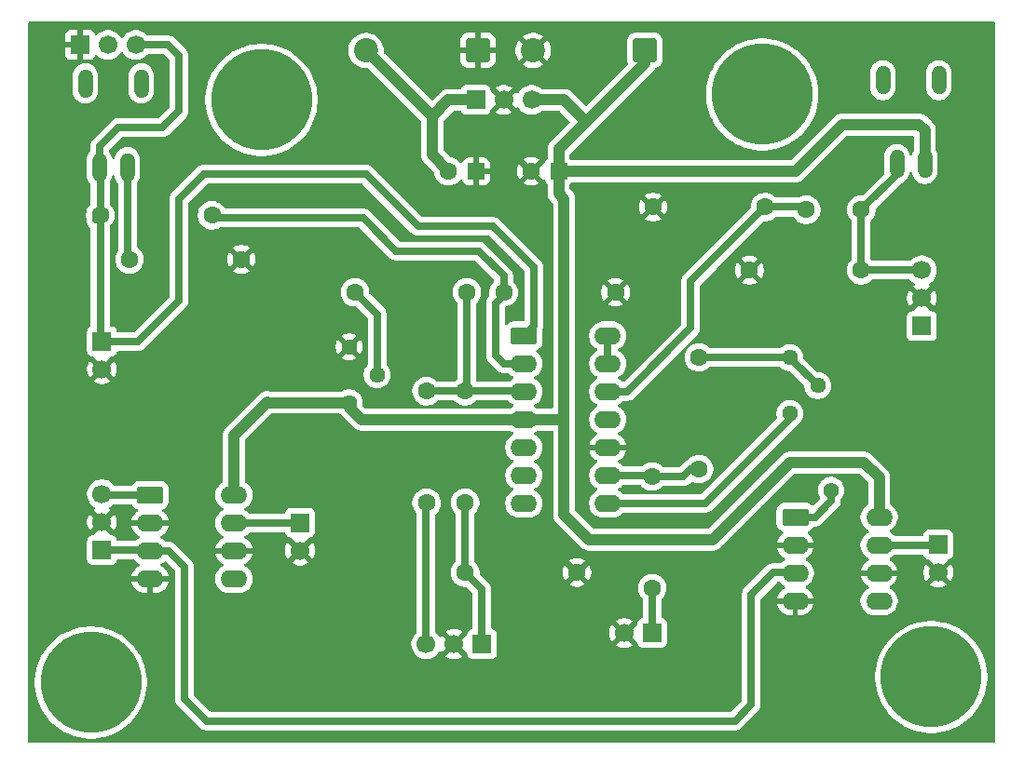
<source format=gbr>
%TF.GenerationSoftware,KiCad,Pcbnew,9.0.4*%
%TF.CreationDate,2025-09-29T14:00:37+02:00*%
%TF.ProjectId,AM_modulation_fiber,414d5f6d-6f64-4756-9c61-74696f6e5f66,rev?*%
%TF.SameCoordinates,Original*%
%TF.FileFunction,Copper,L2,Bot*%
%TF.FilePolarity,Positive*%
%FSLAX46Y46*%
G04 Gerber Fmt 4.6, Leading zero omitted, Abs format (unit mm)*
G04 Created by KiCad (PCBNEW 9.0.4) date 2025-09-29 14:00:37*
%MOMM*%
%LPD*%
G01*
G04 APERTURE LIST*
G04 Aperture macros list*
%AMRoundRect*
0 Rectangle with rounded corners*
0 $1 Rounding radius*
0 $2 $3 $4 $5 $6 $7 $8 $9 X,Y pos of 4 corners*
0 Add a 4 corners polygon primitive as box body*
4,1,4,$2,$3,$4,$5,$6,$7,$8,$9,$2,$3,0*
0 Add four circle primitives for the rounded corners*
1,1,$1+$1,$2,$3*
1,1,$1+$1,$4,$5*
1,1,$1+$1,$6,$7*
1,1,$1+$1,$8,$9*
0 Add four rect primitives between the rounded corners*
20,1,$1+$1,$2,$3,$4,$5,0*
20,1,$1+$1,$4,$5,$6,$7,0*
20,1,$1+$1,$6,$7,$8,$9,0*
20,1,$1+$1,$8,$9,$2,$3,0*%
G04 Aperture macros list end*
%TA.AperFunction,ComponentPad*%
%ADD10R,1.700000X1.700000*%
%TD*%
%TA.AperFunction,ComponentPad*%
%ADD11C,1.700000*%
%TD*%
%TA.AperFunction,ComponentPad*%
%ADD12O,1.320800X2.641600*%
%TD*%
%TA.AperFunction,ComponentPad*%
%ADD13C,1.600000*%
%TD*%
%TA.AperFunction,ComponentPad*%
%ADD14RoundRect,0.250000X0.550000X0.550000X-0.550000X0.550000X-0.550000X-0.550000X0.550000X-0.550000X0*%
%TD*%
%TA.AperFunction,ComponentPad*%
%ADD15C,9.200000*%
%TD*%
%TA.AperFunction,ComponentPad*%
%ADD16RoundRect,0.250000X-0.950000X-0.550000X0.950000X-0.550000X0.950000X0.550000X-0.950000X0.550000X0*%
%TD*%
%TA.AperFunction,ComponentPad*%
%ADD17O,2.400000X1.600000*%
%TD*%
%TA.AperFunction,ComponentPad*%
%ADD18C,1.440000*%
%TD*%
%TA.AperFunction,ComponentPad*%
%ADD19RoundRect,0.249999X0.850001X0.850001X-0.850001X0.850001X-0.850001X-0.850001X0.850001X-0.850001X0*%
%TD*%
%TA.AperFunction,ComponentPad*%
%ADD20C,2.200000*%
%TD*%
%TA.AperFunction,ViaPad*%
%ADD21C,1.400000*%
%TD*%
%TA.AperFunction,Conductor*%
%ADD22C,0.700000*%
%TD*%
%TA.AperFunction,Conductor*%
%ADD23C,1.000000*%
%TD*%
G04 APERTURE END LIST*
D10*
%TO.P,J3,1,Pin_1*%
%TO.N,OUT_PHD*%
X259500000Y-113080000D03*
D11*
%TO.P,J3,2,Pin_2*%
%TO.N,GND*%
X259500000Y-110540000D03*
%TO.P,J3,3,Pin_3*%
%TO.N,VS_PHD*%
X259500000Y-108000000D03*
%TD*%
D12*
%TO.P,XR2,1*%
%TO.N,N/C*%
X261040000Y-90695700D03*
%TO.P,XR2,2*%
X255960000Y-90695700D03*
%TO.P,XR2,A*%
%TO.N,VS_PHD*%
X257230000Y-98315700D03*
%TO.P,XR2,K*%
%TO.N,VCC+*%
X259770000Y-98315700D03*
%TD*%
D13*
%TO.P,R10,1*%
%TO.N,IN_DEM*%
X235000000Y-136910000D03*
%TO.P,R10,2*%
%TO.N,Net-(U4C--)*%
X235000000Y-126750000D03*
%TD*%
D14*
%TO.P,C1,1*%
%TO.N,VCC+*%
X226500000Y-99000000D03*
D13*
%TO.P,C1,2*%
%TO.N,GND*%
X224000000Y-99000000D03*
%TD*%
D10*
%TO.P,J7,1,Pin_1*%
%TO.N,IN_2*%
X219540000Y-142000000D03*
D11*
%TO.P,J7,2,Pin_2*%
%TO.N,GND*%
X217000000Y-142000000D03*
%TO.P,J7,3,Pin_3*%
%TO.N,IN_1*%
X214460000Y-142000000D03*
%TD*%
D12*
%TO.P,XR1,1*%
%TO.N,N/C*%
X188580000Y-91000000D03*
%TO.P,XR1,2*%
X183500000Y-91000000D03*
%TO.P,XR1,A*%
%TO.N,OUT_LED*%
X184770000Y-98620000D03*
%TO.P,XR1,K*%
%TO.N,I_LED*%
X187310000Y-98620000D03*
%TD*%
D10*
%TO.P,J2,1,Pin_1*%
%TO.N,IN_CAR*%
X185000000Y-133460000D03*
D11*
%TO.P,J2,2,Pin_2*%
%TO.N,GND*%
X185000000Y-130920000D03*
%TO.P,J2,3,Pin_3*%
%TO.N,IN_MOD*%
X185000000Y-128380000D03*
%TD*%
D10*
%TO.P,J4,1,Pin_1*%
%TO.N,OUT_MOD*%
X203000000Y-130960000D03*
D11*
%TO.P,J4,2,Pin_2*%
%TO.N,GND*%
X203000000Y-133500000D03*
%TD*%
D13*
%TO.P,R1,1*%
%TO.N,I_LED*%
X187500000Y-107000000D03*
%TO.P,R1,2*%
%TO.N,GND*%
X197660000Y-107000000D03*
%TD*%
D15*
%TO.P,,1*%
%TO.N,N/C*%
X199500000Y-92500000D03*
%TD*%
D16*
%TO.P,U2,1,X1*%
%TO.N,IN_MOD*%
X189380000Y-128460000D03*
D17*
%TO.P,U2,2,X2*%
%TO.N,GND*%
X189380000Y-131000000D03*
%TO.P,U2,3,Y1*%
%TO.N,IN_CAR*%
X189380000Y-133540000D03*
%TO.P,U2,4,Y2*%
%TO.N,GND*%
X189380000Y-136080000D03*
%TO.P,U2,5,-VS*%
%TO.N,VCC-*%
X197000000Y-136080000D03*
%TO.P,U2,6,Z*%
%TO.N,GND*%
X197000000Y-133540000D03*
%TO.P,U2,7,W*%
%TO.N,OUT_MOD*%
X197000000Y-131000000D03*
%TO.P,U2,8,+VS*%
%TO.N,VCC+*%
X197000000Y-128460000D03*
%TD*%
D18*
%TO.P,RV1,1,1*%
%TO.N,VCC+*%
X207460000Y-120040000D03*
%TO.P,RV1,2,2*%
%TO.N,Offset*%
X210000000Y-117500000D03*
%TO.P,RV1,3,3*%
%TO.N,GND*%
X207460000Y-114960000D03*
%TD*%
D10*
%TO.P,J5,1,Pin_1*%
%TO.N,IN_DEM*%
X235000000Y-141000000D03*
D11*
%TO.P,J5,2,Pin_2*%
%TO.N,GND*%
X232460000Y-141000000D03*
%TD*%
D18*
%TO.P,RV2,1,1*%
%TO.N,Net-(U3-X1)*%
X247500000Y-121040000D03*
%TO.P,RV2,2,2*%
%TO.N,Net-(R11-Pad2)*%
X250040000Y-118500000D03*
%TO.P,RV2,3,3*%
X247500000Y-115960000D03*
%TD*%
D13*
%TO.P,R9,1*%
%TO.N,Net-(U4D-+)*%
X245250000Y-102250000D03*
%TO.P,R9,2*%
%TO.N,GND*%
X235090000Y-102250000D03*
%TD*%
D10*
%TO.P,J6,1,Pin_1*%
%TO.N,OUT_DEM*%
X261000000Y-132960000D03*
D11*
%TO.P,J6,2,Pin_2*%
%TO.N,GND*%
X261000000Y-135500000D03*
%TD*%
D13*
%TO.P,R3,1*%
%TO.N,Net-(U4A--)*%
X195000000Y-103000000D03*
%TO.P,R3,2*%
%TO.N,OUT_LED*%
X184840000Y-103000000D03*
%TD*%
D10*
%TO.P,J9,1,Pin_1*%
%TO.N,GND*%
X183000000Y-87500000D03*
D11*
%TO.P,J9,2,Pin_2*%
%TO.N,VCC+*%
X185540000Y-87500000D03*
%TO.P,J9,3,Pin_3*%
%TO.N,OUT_LED*%
X188080000Y-87500000D03*
%TD*%
D19*
%TO.P,D2,1,K*%
%TO.N,GND*%
X219160000Y-88000000D03*
D20*
%TO.P,D2,2,A*%
%TO.N,VCC-*%
X209000000Y-88000000D03*
%TD*%
D15*
%TO.P,,1*%
%TO.N,N/C*%
X245000000Y-92000000D03*
%TD*%
D13*
%TO.P,R6,1*%
%TO.N,IN_1*%
X214500000Y-129160000D03*
%TO.P,R6,2*%
%TO.N,Net-(U4A-+)*%
X214500000Y-119000000D03*
%TD*%
%TO.P,R8,1*%
%TO.N,VS_PHD*%
X254000000Y-108000000D03*
%TO.P,R8,2*%
%TO.N,GND*%
X243840000Y-108000000D03*
%TD*%
D15*
%TO.P,REF\u002A\u002A,1*%
%TO.N,N/C*%
X260350000Y-145000000D03*
%TD*%
D16*
%TO.P,U3,1,X1*%
%TO.N,Net-(U3-X1)*%
X248000000Y-130460000D03*
D17*
%TO.P,U3,2,X2*%
%TO.N,GND*%
X248000000Y-133000000D03*
%TO.P,U3,3,Y1*%
%TO.N,IN_CAR*%
X248000000Y-135540000D03*
%TO.P,U3,4,Y2*%
%TO.N,GND*%
X248000000Y-138080000D03*
%TO.P,U3,5,-VS*%
%TO.N,VCC-*%
X255620000Y-138080000D03*
%TO.P,U3,6,Z*%
%TO.N,GND*%
X255620000Y-135540000D03*
%TO.P,U3,7,W*%
%TO.N,OUT_DEM*%
X255620000Y-133000000D03*
%TO.P,U3,8,+VS*%
%TO.N,VCC+*%
X255620000Y-130460000D03*
%TD*%
D13*
%TO.P,R11,1*%
%TO.N,Net-(U4C--)*%
X239250000Y-126080000D03*
%TO.P,R11,2*%
%TO.N,Net-(R11-Pad2)*%
X239250000Y-115920000D03*
%TD*%
%TO.P,R2,1*%
%TO.N,Offset*%
X208000000Y-110000000D03*
%TO.P,R2,2*%
%TO.N,Net-(U4A-+)*%
X218160000Y-110000000D03*
%TD*%
D19*
%TO.P,D1,1,K*%
%TO.N,VCC+*%
X234330000Y-88000000D03*
D20*
%TO.P,D1,2,A*%
%TO.N,GND*%
X224170000Y-88000000D03*
%TD*%
D13*
%TO.P,R4,1*%
%TO.N,GND*%
X231660000Y-110000000D03*
%TO.P,R4,2*%
%TO.N,Net-(U4A--)*%
X221500000Y-110000000D03*
%TD*%
%TO.P,R7,1*%
%TO.N,GND*%
X228160000Y-135500000D03*
%TO.P,R7,2*%
%TO.N,IN_2*%
X218000000Y-135500000D03*
%TD*%
D10*
%TO.P,J1,1,Pin_1*%
%TO.N,VCC-*%
X218960000Y-92500000D03*
D11*
%TO.P,J1,2,Pin_2*%
%TO.N,GND*%
X221500000Y-92500000D03*
%TO.P,J1,3,Pin_3*%
%TO.N,VCC+*%
X224040000Y-92500000D03*
%TD*%
D13*
%TO.P,C3,1*%
%TO.N,VS_PHD*%
X254000000Y-102500000D03*
%TO.P,C3,2*%
%TO.N,Net-(U4D-+)*%
X249000000Y-102500000D03*
%TD*%
D15*
%TO.P,REF\u002A\u002A,1*%
%TO.N,N/C*%
X184000000Y-145500000D03*
%TD*%
D13*
%TO.P,R5,1*%
%TO.N,IN_2*%
X218000000Y-129160000D03*
%TO.P,R5,2*%
%TO.N,Net-(U4A-+)*%
X218000000Y-119000000D03*
%TD*%
D14*
%TO.P,C2,1*%
%TO.N,GND*%
X219000000Y-99000000D03*
D13*
%TO.P,C2,2*%
%TO.N,VCC-*%
X216500000Y-99000000D03*
%TD*%
D10*
%TO.P,J8,1,Pin_1*%
%TO.N,OUT_LED*%
X185000000Y-114460000D03*
D11*
%TO.P,J8,2,Pin_2*%
%TO.N,GND*%
X185000000Y-117000000D03*
%TD*%
D16*
%TO.P,U4,1*%
%TO.N,OUT_LED*%
X223340000Y-113960000D03*
D17*
%TO.P,U4,2,-*%
%TO.N,Net-(U4A--)*%
X223340000Y-116500000D03*
%TO.P,U4,3,+*%
%TO.N,Net-(U4A-+)*%
X223340000Y-119040000D03*
%TO.P,U4,4,V+*%
%TO.N,VCC+*%
X223340000Y-121580000D03*
%TO.P,U4,5*%
%TO.N,N/C*%
X223340000Y-124120000D03*
%TO.P,U4,6*%
X223340000Y-126660000D03*
%TO.P,U4,7*%
X223340000Y-129200000D03*
%TO.P,U4,8*%
%TO.N,Net-(U3-X1)*%
X230960000Y-129200000D03*
%TO.P,U4,9,-*%
%TO.N,Net-(U4C--)*%
X230960000Y-126660000D03*
%TO.P,U4,10,+*%
%TO.N,GND*%
X230960000Y-124120000D03*
%TO.P,U4,11,V-*%
%TO.N,VCC-*%
X230960000Y-121580000D03*
%TO.P,U4,12,+*%
%TO.N,Net-(U4D-+)*%
X230960000Y-119040000D03*
%TO.P,U4,13,-*%
%TO.N,OUT_PHD*%
X230960000Y-116500000D03*
%TO.P,U4,14*%
X230960000Y-113960000D03*
%TD*%
D21*
%TO.N,Net-(U3-X1)*%
X251250000Y-128000000D03*
%TD*%
D22*
%TO.N,VS_PHD*%
X259000000Y-108000000D02*
X259500000Y-107500000D01*
X254000000Y-108000000D02*
X259000000Y-108000000D01*
X254000000Y-102500000D02*
X254000000Y-108000000D01*
X257230000Y-99270000D02*
X254000000Y-102500000D01*
X257230000Y-98315700D02*
X257230000Y-99270000D01*
D23*
%TO.N,VCC+*%
X229000000Y-94500000D02*
X226500000Y-97000000D01*
X248000000Y-99000000D02*
X252250000Y-94750000D01*
X227000000Y-121580000D02*
X227000000Y-101500000D01*
X224040000Y-92500000D02*
X227000000Y-92500000D01*
X227000000Y-130250000D02*
X229250000Y-132500000D01*
X247500000Y-125500000D02*
X254250000Y-125500000D01*
X226750000Y-99000000D02*
X226500000Y-99000000D01*
X229250000Y-132500000D02*
X240500000Y-132500000D01*
X223340000Y-121580000D02*
X208580000Y-121580000D01*
X223340000Y-121580000D02*
X227000000Y-121580000D01*
X255620000Y-126870000D02*
X255620000Y-130460000D01*
X200040000Y-120040000D02*
X207460000Y-120040000D01*
X207460000Y-120460000D02*
X207460000Y-120040000D01*
X208580000Y-121580000D02*
X207460000Y-120460000D01*
X226500000Y-99000000D02*
X248000000Y-99000000D01*
X226500000Y-101000000D02*
X226500000Y-99250000D01*
X227000000Y-101500000D02*
X226500000Y-101000000D01*
X227000000Y-92500000D02*
X229000000Y-94500000D01*
X259250000Y-94750000D02*
X259770000Y-95270000D01*
X226500000Y-97000000D02*
X226500000Y-99000000D01*
X259770000Y-95270000D02*
X259770000Y-98315700D01*
X200000000Y-120000000D02*
X200040000Y-120040000D01*
X197000000Y-128460000D02*
X197000000Y-123000000D01*
X234330000Y-89170000D02*
X234330000Y-88000000D01*
X240500000Y-132500000D02*
X247500000Y-125500000D01*
X229000000Y-94500000D02*
X234330000Y-89170000D01*
X197000000Y-123000000D02*
X200000000Y-120000000D01*
X254250000Y-125500000D02*
X255620000Y-126870000D01*
X226500000Y-99250000D02*
X226750000Y-99000000D01*
X252250000Y-94750000D02*
X259250000Y-94750000D01*
X227000000Y-121580000D02*
X227000000Y-130250000D01*
%TO.N,VCC-*%
X216500000Y-92500000D02*
X215000000Y-94000000D01*
X215000000Y-97500000D02*
X216500000Y-99000000D01*
X215000000Y-94000000D02*
X209000000Y-88000000D01*
X218960000Y-92500000D02*
X216500000Y-92500000D01*
X215000000Y-94000000D02*
X215000000Y-97500000D01*
D22*
%TO.N,IN_MOD*%
X185080000Y-128460000D02*
X185000000Y-128380000D01*
X189380000Y-128460000D02*
X185080000Y-128460000D01*
%TO.N,IN_CAR*%
X242500000Y-149000000D02*
X244000000Y-147500000D01*
X192500000Y-135000000D02*
X192500000Y-147000000D01*
X191040000Y-133540000D02*
X192500000Y-135000000D01*
X192500000Y-147000000D02*
X194500000Y-149000000D01*
X189300000Y-133460000D02*
X189380000Y-133540000D01*
X244000000Y-137500000D02*
X246000000Y-135500000D01*
X247960000Y-135500000D02*
X248000000Y-135540000D01*
X185000000Y-133460000D02*
X189300000Y-133460000D01*
X246000000Y-135500000D02*
X247960000Y-135500000D01*
X194500000Y-149000000D02*
X242500000Y-149000000D01*
X244000000Y-147500000D02*
X244000000Y-137500000D01*
X189380000Y-133540000D02*
X191040000Y-133540000D01*
%TO.N,OUT_PHD*%
X230960000Y-113960000D02*
X230960000Y-116500000D01*
%TO.N,OUT_LED*%
X188250000Y-114500000D02*
X192000000Y-110750000D01*
X192000000Y-101500000D02*
X194250000Y-99250000D01*
X184420000Y-103000000D02*
X184420000Y-103420000D01*
X224250000Y-107750000D02*
X224250000Y-113050000D01*
X184770000Y-102650000D02*
X184420000Y-103000000D01*
X224250000Y-113050000D02*
X223340000Y-113960000D01*
X185000000Y-114500000D02*
X188250000Y-114500000D01*
X184840000Y-98690000D02*
X184770000Y-98620000D01*
X184840000Y-103000000D02*
X184840000Y-113840000D01*
X192000000Y-93500000D02*
X192000000Y-88500000D01*
X192000000Y-88500000D02*
X191000000Y-87500000D01*
X184840000Y-103000000D02*
X184840000Y-98690000D01*
X194250000Y-99250000D02*
X209000000Y-99250000D01*
X186500000Y-95000000D02*
X190500000Y-95000000D01*
X184770000Y-96730000D02*
X186500000Y-95000000D01*
X220500000Y-104000000D02*
X224250000Y-107750000D01*
X213750000Y-104000000D02*
X220500000Y-104000000D01*
X184770000Y-98620000D02*
X184770000Y-96730000D01*
X209000000Y-99250000D02*
X213750000Y-104000000D01*
X191000000Y-87500000D02*
X188080000Y-87500000D01*
X192000000Y-110750000D02*
X192000000Y-101500000D01*
X190500000Y-95000000D02*
X192000000Y-93500000D01*
%TO.N,OUT_MOD*%
X202960000Y-131000000D02*
X203000000Y-130960000D01*
X197000000Y-131000000D02*
X202960000Y-131000000D01*
%TO.N,IN_DEM*%
X235000000Y-141000000D02*
X235000000Y-136910000D01*
%TO.N,OUT_DEM*%
X255620000Y-133000000D02*
X260960000Y-133000000D01*
X260960000Y-133000000D02*
X261000000Y-132960000D01*
%TO.N,I_LED*%
X187310000Y-98620000D02*
X187310000Y-106810000D01*
X187310000Y-106810000D02*
X187500000Y-107000000D01*
%TO.N,Net-(U4A-+)*%
X214500000Y-119000000D02*
X218000000Y-119000000D01*
X218040000Y-119040000D02*
X218000000Y-119000000D01*
X223300000Y-119000000D02*
X223340000Y-119040000D01*
X218000000Y-119000000D02*
X223300000Y-119000000D01*
X218160000Y-110000000D02*
X218160000Y-118840000D01*
X218160000Y-118840000D02*
X218000000Y-119000000D01*
%TO.N,Offset*%
X210000000Y-117500000D02*
X210000000Y-112000000D01*
X210000000Y-112000000D02*
X208000000Y-110000000D01*
%TO.N,Net-(U4A--)*%
X221500000Y-110250000D02*
X220750000Y-111000000D01*
X220750000Y-111000000D02*
X220750000Y-115750000D01*
X221500000Y-108500000D02*
X221500000Y-110000000D01*
X208750000Y-103250000D02*
X211750000Y-106250000D01*
X195000000Y-103000000D02*
X195250000Y-103250000D01*
X195250000Y-103250000D02*
X208750000Y-103250000D01*
X219250000Y-106250000D02*
X221500000Y-108500000D01*
X221500000Y-110000000D02*
X221500000Y-110250000D01*
X220750000Y-115750000D02*
X221500000Y-116500000D01*
X221500000Y-116500000D02*
X223340000Y-116500000D01*
X211750000Y-106250000D02*
X219250000Y-106250000D01*
%TO.N,IN_2*%
X218000000Y-129160000D02*
X218000000Y-135500000D01*
X219540000Y-137040000D02*
X218000000Y-135500000D01*
X219540000Y-142000000D02*
X219540000Y-137040000D01*
%TO.N,IN_1*%
X214460000Y-142000000D02*
X214460000Y-129200000D01*
X214460000Y-129200000D02*
X214500000Y-129160000D01*
%TO.N,Net-(U4C--)*%
X230960000Y-126660000D02*
X234910000Y-126660000D01*
X234910000Y-126660000D02*
X235000000Y-126750000D01*
X237830000Y-126750000D02*
X238500000Y-126080000D01*
X235000000Y-126750000D02*
X237830000Y-126750000D01*
%TO.N,Net-(R11-Pad2)*%
X247460000Y-115920000D02*
X250040000Y-118500000D01*
X239250000Y-115920000D02*
X247460000Y-115920000D01*
%TO.N,Net-(U3-X1)*%
X249790000Y-130460000D02*
X251250000Y-129000000D01*
X248000000Y-130460000D02*
X249790000Y-130460000D01*
X247500000Y-121500000D02*
X239800000Y-129200000D01*
X251250000Y-129000000D02*
X251250000Y-128000000D01*
X247500000Y-121040000D02*
X247500000Y-121500000D01*
X239800000Y-129200000D02*
X230960000Y-129200000D01*
%TO.N,Net-(U4D-+)*%
X230960000Y-119040000D02*
X232710000Y-119040000D01*
X232710000Y-119040000D02*
X238500000Y-113250000D01*
X245250000Y-102250000D02*
X249000000Y-102250000D01*
X238500000Y-113250000D02*
X238500000Y-109000000D01*
X238500000Y-109000000D02*
X245250000Y-102250000D01*
%TD*%
%TA.AperFunction,Conductor*%
%TO.N,GND*%
G36*
X187731401Y-129330185D02*
G01*
X187769899Y-129369401D01*
X187837288Y-129478656D01*
X187961344Y-129602712D01*
X188110666Y-129694814D01*
X188193154Y-129722148D01*
X188250599Y-129761919D01*
X188277422Y-129826435D01*
X188265107Y-129895211D01*
X188227036Y-129940170D01*
X188133113Y-130008410D01*
X188133104Y-130008417D01*
X187988417Y-130153104D01*
X187988417Y-130153105D01*
X187868140Y-130318650D01*
X187775244Y-130500970D01*
X187712009Y-130695586D01*
X187703391Y-130750000D01*
X189064314Y-130750000D01*
X189059920Y-130754394D01*
X189007259Y-130845606D01*
X188980000Y-130947339D01*
X188980000Y-131052661D01*
X189007259Y-131154394D01*
X189059920Y-131245606D01*
X189064314Y-131250000D01*
X187703391Y-131250000D01*
X187712009Y-131304413D01*
X187775244Y-131499029D01*
X187868140Y-131681349D01*
X187988417Y-131846894D01*
X187988417Y-131846895D01*
X188133104Y-131991582D01*
X188298652Y-132111861D01*
X188391628Y-132159234D01*
X188442425Y-132207208D01*
X188459220Y-132275029D01*
X188436683Y-132341164D01*
X188391630Y-132380203D01*
X188298388Y-132427713D01*
X188132786Y-132548028D01*
X188132782Y-132548032D01*
X188107634Y-132573181D01*
X188046311Y-132606666D01*
X188019953Y-132609500D01*
X186466977Y-132609500D01*
X186399938Y-132589815D01*
X186354183Y-132537011D01*
X186346733Y-132509865D01*
X186345876Y-132510068D01*
X186344092Y-132502520D01*
X186343443Y-132500781D01*
X186316191Y-132427713D01*
X186293797Y-132367671D01*
X186293793Y-132367664D01*
X186207547Y-132252455D01*
X186207544Y-132252452D01*
X186092335Y-132166206D01*
X186092328Y-132166202D01*
X185957482Y-132115908D01*
X185957483Y-132115908D01*
X185897883Y-132109501D01*
X185897881Y-132109500D01*
X185897873Y-132109500D01*
X185897865Y-132109500D01*
X185887309Y-132109500D01*
X185820270Y-132089815D01*
X185799628Y-132073181D01*
X185129408Y-131402962D01*
X185192993Y-131385925D01*
X185307007Y-131320099D01*
X185400099Y-131227007D01*
X185465925Y-131112993D01*
X185482962Y-131049408D01*
X186115270Y-131681717D01*
X186115270Y-131681716D01*
X186154622Y-131627554D01*
X186251095Y-131438217D01*
X186316757Y-131236130D01*
X186316757Y-131236127D01*
X186350000Y-131026246D01*
X186350000Y-130813753D01*
X186316757Y-130603872D01*
X186316757Y-130603869D01*
X186251095Y-130401782D01*
X186154624Y-130212449D01*
X186115270Y-130158282D01*
X186115269Y-130158282D01*
X185482962Y-130790590D01*
X185465925Y-130727007D01*
X185400099Y-130612993D01*
X185307007Y-130519901D01*
X185192993Y-130454075D01*
X185129409Y-130437037D01*
X185761716Y-129804728D01*
X185707547Y-129765373D01*
X185707547Y-129765372D01*
X185698500Y-129760763D01*
X185647706Y-129712788D01*
X185630912Y-129644966D01*
X185653451Y-129578832D01*
X185698508Y-129539793D01*
X185707816Y-129535051D01*
X185822167Y-129451971D01*
X185879786Y-129410109D01*
X185879788Y-129410106D01*
X185879792Y-129410104D01*
X185943077Y-129346819D01*
X186004400Y-129313334D01*
X186030758Y-129310500D01*
X187664362Y-129310500D01*
X187731401Y-129330185D01*
G37*
%TD.AperFunction*%
%TA.AperFunction,Conductor*%
G36*
X266142539Y-85406185D02*
G01*
X266188294Y-85458989D01*
X266199500Y-85510500D01*
X266199500Y-150875500D01*
X266179815Y-150942539D01*
X266127011Y-150988294D01*
X266075500Y-150999500D01*
X178424500Y-150999500D01*
X178357461Y-150979815D01*
X178311706Y-150927011D01*
X178300500Y-150875500D01*
X178300500Y-145277303D01*
X178899500Y-145277303D01*
X178899500Y-145722696D01*
X178938318Y-146166385D01*
X178938318Y-146166389D01*
X179003352Y-146535211D01*
X179015658Y-146605002D01*
X179130933Y-147035211D01*
X179130936Y-147035221D01*
X179130937Y-147035222D01*
X179283260Y-147453731D01*
X179471486Y-147857383D01*
X179471491Y-147857392D01*
X179694184Y-148243107D01*
X179694188Y-148243113D01*
X179694195Y-148243124D01*
X179949646Y-148607947D01*
X180156578Y-148854557D01*
X180235935Y-148949131D01*
X180550869Y-149264065D01*
X180600626Y-149305816D01*
X180892052Y-149550353D01*
X181256875Y-149805804D01*
X181256882Y-149805808D01*
X181256893Y-149805816D01*
X181618382Y-150014522D01*
X181642601Y-150028505D01*
X181642616Y-150028513D01*
X182046268Y-150216739D01*
X182239826Y-150287187D01*
X182464789Y-150369067D01*
X182894998Y-150484342D01*
X183333617Y-150561682D01*
X183777305Y-150600499D01*
X183777306Y-150600500D01*
X183777307Y-150600500D01*
X184222694Y-150600500D01*
X184222694Y-150600499D01*
X184666383Y-150561682D01*
X185105002Y-150484342D01*
X185535211Y-150369067D01*
X185953736Y-150216737D01*
X186357392Y-150028509D01*
X186743107Y-149805816D01*
X187107946Y-149550354D01*
X187449131Y-149264065D01*
X187764065Y-148949131D01*
X188050354Y-148607946D01*
X188305816Y-148243107D01*
X188528509Y-147857392D01*
X188716737Y-147453736D01*
X188869067Y-147035211D01*
X188984342Y-146605002D01*
X189061682Y-146166383D01*
X189100500Y-145722693D01*
X189100500Y-145277307D01*
X189061682Y-144833617D01*
X188984342Y-144394998D01*
X188869067Y-143964789D01*
X188787187Y-143739826D01*
X188716739Y-143546268D01*
X188528513Y-143142616D01*
X188528505Y-143142601D01*
X188499484Y-143092335D01*
X188305816Y-142756893D01*
X188305808Y-142756882D01*
X188305804Y-142756875D01*
X188050353Y-142392052D01*
X187810566Y-142106287D01*
X187764065Y-142050869D01*
X187449131Y-141735935D01*
X187354557Y-141656578D01*
X187107947Y-141449646D01*
X186743124Y-141194195D01*
X186743113Y-141194188D01*
X186743107Y-141194184D01*
X186614977Y-141120208D01*
X186357398Y-140971494D01*
X186357383Y-140971486D01*
X185953731Y-140783260D01*
X185535222Y-140630937D01*
X185535221Y-140630936D01*
X185535211Y-140630933D01*
X185173735Y-140534075D01*
X185105003Y-140515658D01*
X185104992Y-140515656D01*
X184666387Y-140438318D01*
X184222696Y-140399500D01*
X184222693Y-140399500D01*
X183777307Y-140399500D01*
X183777303Y-140399500D01*
X183333614Y-140438318D01*
X183333610Y-140438318D01*
X182895007Y-140515656D01*
X182894996Y-140515658D01*
X182684068Y-140572177D01*
X182464789Y-140630933D01*
X182464782Y-140630935D01*
X182464777Y-140630937D01*
X182046268Y-140783260D01*
X181642616Y-140971486D01*
X181642601Y-140971494D01*
X181256901Y-141194179D01*
X181256875Y-141194195D01*
X180892052Y-141449646D01*
X180550866Y-141735937D01*
X180235937Y-142050866D01*
X179949646Y-142392052D01*
X179694195Y-142756875D01*
X179694179Y-142756901D01*
X179471494Y-143142601D01*
X179471486Y-143142616D01*
X179283260Y-143546268D01*
X179130937Y-143964777D01*
X179130934Y-143964787D01*
X179015658Y-144394996D01*
X179015656Y-144395007D01*
X178938318Y-144833610D01*
X178938318Y-144833614D01*
X178899500Y-145277303D01*
X178300500Y-145277303D01*
X178300500Y-128273713D01*
X183649500Y-128273713D01*
X183649500Y-128486286D01*
X183677136Y-128660776D01*
X183682754Y-128696243D01*
X183747485Y-128895465D01*
X183748444Y-128898414D01*
X183844951Y-129087820D01*
X183969890Y-129259786D01*
X184120213Y-129410109D01*
X184292179Y-129535048D01*
X184292181Y-129535049D01*
X184292184Y-129535051D01*
X184301493Y-129539794D01*
X184352290Y-129587766D01*
X184369087Y-129655587D01*
X184346552Y-129721722D01*
X184301505Y-129760760D01*
X184292446Y-129765376D01*
X184292440Y-129765380D01*
X184238282Y-129804727D01*
X184238282Y-129804728D01*
X184870591Y-130437037D01*
X184807007Y-130454075D01*
X184692993Y-130519901D01*
X184599901Y-130612993D01*
X184534075Y-130727007D01*
X184517037Y-130790590D01*
X183884728Y-130158282D01*
X183884727Y-130158282D01*
X183845380Y-130212439D01*
X183748904Y-130401782D01*
X183683242Y-130603869D01*
X183683242Y-130603872D01*
X183650000Y-130813753D01*
X183650000Y-131026246D01*
X183683242Y-131236127D01*
X183683242Y-131236130D01*
X183748904Y-131438217D01*
X183845375Y-131627550D01*
X183884728Y-131681716D01*
X184517037Y-131049408D01*
X184534075Y-131112993D01*
X184599901Y-131227007D01*
X184692993Y-131320099D01*
X184807007Y-131385925D01*
X184870590Y-131402962D01*
X184200370Y-132073181D01*
X184139047Y-132106666D01*
X184112698Y-132109500D01*
X184102134Y-132109500D01*
X184102123Y-132109501D01*
X184042516Y-132115908D01*
X183907671Y-132166202D01*
X183907664Y-132166206D01*
X183792455Y-132252452D01*
X183792452Y-132252455D01*
X183706206Y-132367664D01*
X183706202Y-132367671D01*
X183655908Y-132502517D01*
X183649501Y-132562116D01*
X183649500Y-132562135D01*
X183649500Y-134357870D01*
X183649501Y-134357876D01*
X183655908Y-134417483D01*
X183706202Y-134552328D01*
X183706206Y-134552335D01*
X183792452Y-134667544D01*
X183792455Y-134667547D01*
X183907664Y-134753793D01*
X183907671Y-134753797D01*
X184042517Y-134804091D01*
X184042516Y-134804091D01*
X184045456Y-134804407D01*
X184102127Y-134810500D01*
X185897872Y-134810499D01*
X185957483Y-134804091D01*
X186092331Y-134753796D01*
X186207546Y-134667546D01*
X186293796Y-134552331D01*
X186344091Y-134417483D01*
X186344091Y-134417481D01*
X186345874Y-134409938D01*
X186348146Y-134410474D01*
X186370429Y-134356688D01*
X186427823Y-134316843D01*
X186466976Y-134310500D01*
X187869113Y-134310500D01*
X187936152Y-134330185D01*
X187969432Y-134361616D01*
X187988030Y-134387215D01*
X188132786Y-134531971D01*
X188247440Y-134615270D01*
X188298390Y-134652287D01*
X188357066Y-134682184D01*
X188391629Y-134699795D01*
X188442425Y-134747770D01*
X188459220Y-134815591D01*
X188436682Y-134881726D01*
X188391629Y-134920765D01*
X188298650Y-134968140D01*
X188133105Y-135088417D01*
X188133104Y-135088417D01*
X187988417Y-135233104D01*
X187988417Y-135233105D01*
X187868140Y-135398650D01*
X187775244Y-135580970D01*
X187712009Y-135775586D01*
X187703391Y-135830000D01*
X189064314Y-135830000D01*
X189059920Y-135834394D01*
X189007259Y-135925606D01*
X188980000Y-136027339D01*
X188980000Y-136132661D01*
X189007259Y-136234394D01*
X189059920Y-136325606D01*
X189064314Y-136330000D01*
X187703391Y-136330000D01*
X187712009Y-136384413D01*
X187775244Y-136579029D01*
X187868140Y-136761349D01*
X187988417Y-136926894D01*
X187988417Y-136926895D01*
X188133104Y-137071582D01*
X188298650Y-137191859D01*
X188480968Y-137284755D01*
X188675582Y-137347990D01*
X188877683Y-137380000D01*
X189130000Y-137380000D01*
X189130000Y-136395686D01*
X189134394Y-136400080D01*
X189225606Y-136452741D01*
X189327339Y-136480000D01*
X189432661Y-136480000D01*
X189534394Y-136452741D01*
X189625606Y-136400080D01*
X189630000Y-136395686D01*
X189630000Y-137380000D01*
X189882317Y-137380000D01*
X190084417Y-137347990D01*
X190279031Y-137284755D01*
X190461349Y-137191859D01*
X190626894Y-137071582D01*
X190626895Y-137071582D01*
X190771582Y-136926895D01*
X190771582Y-136926894D01*
X190891859Y-136761349D01*
X190984755Y-136579029D01*
X191047990Y-136384413D01*
X191056609Y-136330000D01*
X189695686Y-136330000D01*
X189700080Y-136325606D01*
X189752741Y-136234394D01*
X189780000Y-136132661D01*
X189780000Y-136027339D01*
X189752741Y-135925606D01*
X189700080Y-135834394D01*
X189695686Y-135830000D01*
X191056609Y-135830000D01*
X191047990Y-135775586D01*
X190984755Y-135580970D01*
X190891859Y-135398650D01*
X190771582Y-135233105D01*
X190771582Y-135233104D01*
X190626895Y-135088417D01*
X190461349Y-134968140D01*
X190368370Y-134920765D01*
X190317574Y-134872790D01*
X190300779Y-134804969D01*
X190323316Y-134738835D01*
X190368370Y-134699795D01*
X190382136Y-134692781D01*
X190461610Y-134652287D01*
X190512560Y-134615270D01*
X190627213Y-134531971D01*
X190627215Y-134531968D01*
X190627219Y-134531966D01*
X190640517Y-134518668D01*
X190701840Y-134485183D01*
X190771532Y-134490167D01*
X190815879Y-134518668D01*
X191613181Y-135315970D01*
X191646666Y-135377293D01*
X191649500Y-135403651D01*
X191649500Y-147083771D01*
X191682182Y-147248074D01*
X191682185Y-147248086D01*
X191700961Y-147293414D01*
X191700962Y-147293416D01*
X191746296Y-147402863D01*
X191746297Y-147402866D01*
X191839372Y-147542161D01*
X191839375Y-147542165D01*
X193957830Y-149660619D01*
X193957831Y-149660620D01*
X193957834Y-149660622D01*
X193957838Y-149660626D01*
X194097137Y-149753704D01*
X194206584Y-149799037D01*
X194251918Y-149817816D01*
X194416228Y-149850499D01*
X194416232Y-149850500D01*
X194416233Y-149850500D01*
X242583768Y-149850500D01*
X242583769Y-149850499D01*
X242638538Y-149839605D01*
X242748074Y-149817818D01*
X242748078Y-149817816D01*
X242748082Y-149817816D01*
X242793415Y-149799037D01*
X242902863Y-149753704D01*
X243042162Y-149660627D01*
X244660626Y-148042162D01*
X244753703Y-147902863D01*
X244772538Y-147857392D01*
X244817816Y-147748082D01*
X244850500Y-147583767D01*
X244850500Y-144777303D01*
X255249500Y-144777303D01*
X255249500Y-145222696D01*
X255288318Y-145666385D01*
X255288318Y-145666389D01*
X255298247Y-145722696D01*
X255365658Y-146105002D01*
X255480933Y-146535211D01*
X255480936Y-146535221D01*
X255480937Y-146535222D01*
X255633260Y-146953731D01*
X255821486Y-147357383D01*
X255821494Y-147357398D01*
X255928168Y-147542162D01*
X256044184Y-147743107D01*
X256044188Y-147743113D01*
X256044195Y-147743124D01*
X256299646Y-148107947D01*
X256413074Y-148243124D01*
X256585935Y-148449131D01*
X256900869Y-148764065D01*
X257042729Y-148883100D01*
X257242052Y-149050353D01*
X257606875Y-149305804D01*
X257606882Y-149305808D01*
X257606893Y-149305816D01*
X257968382Y-149514522D01*
X257992601Y-149528505D01*
X257992616Y-149528513D01*
X258396268Y-149716739D01*
X258589826Y-149787187D01*
X258814789Y-149869067D01*
X259244998Y-149984342D01*
X259683617Y-150061682D01*
X260127305Y-150100499D01*
X260127306Y-150100500D01*
X260127307Y-150100500D01*
X260572694Y-150100500D01*
X260572694Y-150100499D01*
X261016383Y-150061682D01*
X261455002Y-149984342D01*
X261885211Y-149869067D01*
X262303736Y-149716737D01*
X262707392Y-149528509D01*
X263093107Y-149305816D01*
X263457946Y-149050354D01*
X263799131Y-148764065D01*
X264114065Y-148449131D01*
X264400354Y-148107946D01*
X264655816Y-147743107D01*
X264878509Y-147357392D01*
X265066737Y-146953736D01*
X265219067Y-146535211D01*
X265334342Y-146105002D01*
X265411682Y-145666383D01*
X265450500Y-145222693D01*
X265450500Y-144777307D01*
X265411682Y-144333617D01*
X265334342Y-143894998D01*
X265219067Y-143464789D01*
X265091853Y-143115269D01*
X265066739Y-143046268D01*
X264878513Y-142642616D01*
X264878505Y-142642601D01*
X264709860Y-142350500D01*
X264655816Y-142256893D01*
X264655808Y-142256882D01*
X264655804Y-142256875D01*
X264400353Y-141892052D01*
X264114062Y-141550866D01*
X263799133Y-141235937D01*
X263756747Y-141200371D01*
X263639668Y-141102129D01*
X263457947Y-140949646D01*
X263093124Y-140694195D01*
X263093113Y-140694188D01*
X263093107Y-140694184D01*
X262815791Y-140534075D01*
X262707398Y-140471494D01*
X262707383Y-140471486D01*
X262303731Y-140283260D01*
X261885222Y-140130937D01*
X261885221Y-140130936D01*
X261885211Y-140130933D01*
X261570278Y-140046546D01*
X261455003Y-140015658D01*
X261454992Y-140015656D01*
X261016387Y-139938318D01*
X260572696Y-139899500D01*
X260572693Y-139899500D01*
X260127307Y-139899500D01*
X260127303Y-139899500D01*
X259683614Y-139938318D01*
X259683610Y-139938318D01*
X259245007Y-140015656D01*
X259244996Y-140015658D01*
X259014446Y-140077434D01*
X258814789Y-140130933D01*
X258814782Y-140130935D01*
X258814777Y-140130937D01*
X258396268Y-140283260D01*
X257992616Y-140471486D01*
X257992601Y-140471494D01*
X257606901Y-140694179D01*
X257606875Y-140694195D01*
X257242052Y-140949646D01*
X256900866Y-141235937D01*
X256585937Y-141550866D01*
X256299646Y-141892052D01*
X256044195Y-142256875D01*
X256044179Y-142256901D01*
X255821494Y-142642601D01*
X255821486Y-142642616D01*
X255633260Y-143046268D01*
X255480937Y-143464777D01*
X255480934Y-143464787D01*
X255365658Y-143894996D01*
X255365656Y-143895007D01*
X255288318Y-144333610D01*
X255288318Y-144333614D01*
X255249500Y-144777303D01*
X244850500Y-144777303D01*
X244850500Y-137903650D01*
X244870185Y-137836611D01*
X244886819Y-137815969D01*
X246315969Y-136386819D01*
X246342896Y-136372115D01*
X246368715Y-136355523D01*
X246374915Y-136354631D01*
X246377292Y-136353334D01*
X246403650Y-136350500D01*
X246519953Y-136350500D01*
X246586992Y-136370185D01*
X246607634Y-136386819D01*
X246752786Y-136531971D01*
X246867440Y-136615270D01*
X246918390Y-136652287D01*
X246990424Y-136688990D01*
X247011629Y-136699795D01*
X247062425Y-136747770D01*
X247079220Y-136815591D01*
X247056682Y-136881726D01*
X247011629Y-136920765D01*
X246918650Y-136968140D01*
X246753105Y-137088417D01*
X246753104Y-137088417D01*
X246608417Y-137233104D01*
X246608417Y-137233105D01*
X246488140Y-137398650D01*
X246395244Y-137580970D01*
X246332009Y-137775586D01*
X246323391Y-137830000D01*
X247684314Y-137830000D01*
X247679920Y-137834394D01*
X247627259Y-137925606D01*
X247600000Y-138027339D01*
X247600000Y-138132661D01*
X247627259Y-138234394D01*
X247679920Y-138325606D01*
X247684314Y-138330000D01*
X246323391Y-138330000D01*
X246332009Y-138384413D01*
X246395244Y-138579029D01*
X246488140Y-138761349D01*
X246608417Y-138926894D01*
X246608417Y-138926895D01*
X246753104Y-139071582D01*
X246918650Y-139191859D01*
X247100968Y-139284755D01*
X247295582Y-139347990D01*
X247497683Y-139380000D01*
X247750000Y-139380000D01*
X247750000Y-138395686D01*
X247754394Y-138400080D01*
X247845606Y-138452741D01*
X247947339Y-138480000D01*
X248052661Y-138480000D01*
X248154394Y-138452741D01*
X248245606Y-138400080D01*
X248250000Y-138395686D01*
X248250000Y-139380000D01*
X248502317Y-139380000D01*
X248704417Y-139347990D01*
X248899031Y-139284755D01*
X249081349Y-139191859D01*
X249246894Y-139071582D01*
X249246895Y-139071582D01*
X249391582Y-138926895D01*
X249391582Y-138926894D01*
X249511859Y-138761349D01*
X249604755Y-138579029D01*
X249667990Y-138384413D01*
X249676609Y-138330000D01*
X248315686Y-138330000D01*
X248320080Y-138325606D01*
X248372741Y-138234394D01*
X248400000Y-138132661D01*
X248400000Y-138027339D01*
X248372741Y-137925606D01*
X248320080Y-137834394D01*
X248315686Y-137830000D01*
X249676609Y-137830000D01*
X249667990Y-137775586D01*
X249604755Y-137580970D01*
X249511859Y-137398650D01*
X249391582Y-137233105D01*
X249391582Y-137233104D01*
X249246895Y-137088417D01*
X249081349Y-136968140D01*
X248988370Y-136920765D01*
X248937574Y-136872790D01*
X248920779Y-136804969D01*
X248943316Y-136738835D01*
X248988370Y-136699795D01*
X248989471Y-136699234D01*
X249081610Y-136652287D01*
X249132560Y-136615270D01*
X249247213Y-136531971D01*
X249247215Y-136531968D01*
X249247219Y-136531966D01*
X249391966Y-136387219D01*
X249391968Y-136387215D01*
X249391971Y-136387213D01*
X249444732Y-136314590D01*
X249512287Y-136221610D01*
X249605220Y-136039219D01*
X249668477Y-135844534D01*
X249700500Y-135642352D01*
X249700500Y-135437648D01*
X249679808Y-135307007D01*
X249668477Y-135235465D01*
X249605218Y-135040776D01*
X249571503Y-134974607D01*
X249512287Y-134858390D01*
X249498471Y-134839374D01*
X249391971Y-134692786D01*
X249247213Y-134548028D01*
X249081611Y-134427713D01*
X248988369Y-134380203D01*
X248937574Y-134332229D01*
X248920779Y-134264407D01*
X248943317Y-134198273D01*
X248988371Y-134159234D01*
X249081347Y-134111861D01*
X249246894Y-133991582D01*
X249246895Y-133991582D01*
X249391582Y-133846895D01*
X249391582Y-133846894D01*
X249511859Y-133681349D01*
X249604755Y-133499029D01*
X249667990Y-133304413D01*
X249676609Y-133250000D01*
X248315686Y-133250000D01*
X248320080Y-133245606D01*
X248372741Y-133154394D01*
X248400000Y-133052661D01*
X248400000Y-132947339D01*
X248372741Y-132845606D01*
X248320080Y-132754394D01*
X248315686Y-132750000D01*
X249676609Y-132750000D01*
X249667990Y-132695586D01*
X249604755Y-132500970D01*
X249511859Y-132318650D01*
X249391582Y-132153105D01*
X249391582Y-132153104D01*
X249246895Y-132008417D01*
X249246886Y-132008410D01*
X249152964Y-131940170D01*
X249110298Y-131884840D01*
X249104320Y-131815227D01*
X249136926Y-131753432D01*
X249186845Y-131722148D01*
X249269334Y-131694814D01*
X249418656Y-131602712D01*
X249542712Y-131478656D01*
X249610099Y-131369402D01*
X249662047Y-131322679D01*
X249715638Y-131310500D01*
X249873768Y-131310500D01*
X249873769Y-131310499D01*
X250038082Y-131277816D01*
X250109866Y-131248082D01*
X250192863Y-131213704D01*
X250332162Y-131120627D01*
X251910627Y-129542162D01*
X252003704Y-129402863D01*
X252061905Y-129262352D01*
X252067816Y-129248082D01*
X252100500Y-129083767D01*
X252100500Y-128898625D01*
X252120185Y-128831586D01*
X252136819Y-128810944D01*
X252165690Y-128782073D01*
X252276760Y-128629199D01*
X252362547Y-128460832D01*
X252420940Y-128281118D01*
X252422113Y-128273713D01*
X252450500Y-128094486D01*
X252450500Y-127905513D01*
X252420940Y-127718881D01*
X252379003Y-127589815D01*
X252362547Y-127539168D01*
X252362545Y-127539165D01*
X252362545Y-127539163D01*
X252297051Y-127410624D01*
X252276760Y-127370801D01*
X252165690Y-127217927D01*
X252032073Y-127084310D01*
X251879199Y-126973240D01*
X251710836Y-126887454D01*
X251531118Y-126829059D01*
X251344486Y-126799500D01*
X251344481Y-126799500D01*
X251155519Y-126799500D01*
X251155514Y-126799500D01*
X250968881Y-126829059D01*
X250789163Y-126887454D01*
X250620800Y-126973240D01*
X250543366Y-127029500D01*
X250467927Y-127084310D01*
X250467925Y-127084312D01*
X250467924Y-127084312D01*
X250334312Y-127217924D01*
X250334312Y-127217925D01*
X250334310Y-127217927D01*
X250325561Y-127229969D01*
X250223240Y-127370800D01*
X250137454Y-127539163D01*
X250079059Y-127718881D01*
X250049500Y-127905513D01*
X250049500Y-128094486D01*
X250079059Y-128281118D01*
X250137454Y-128460836D01*
X250223240Y-128629200D01*
X250242950Y-128656327D01*
X250266431Y-128722133D01*
X250250606Y-128790188D01*
X250230314Y-128816895D01*
X249661970Y-129385240D01*
X249600647Y-129418725D01*
X249530956Y-129413741D01*
X249486608Y-129385240D01*
X249418657Y-129317289D01*
X249418656Y-129317288D01*
X249325430Y-129259786D01*
X249269336Y-129225187D01*
X249269331Y-129225185D01*
X249267862Y-129224698D01*
X249102797Y-129170001D01*
X249102795Y-129170000D01*
X249000010Y-129159500D01*
X246999998Y-129159500D01*
X246999981Y-129159501D01*
X246897203Y-129170000D01*
X246897200Y-129170001D01*
X246730668Y-129225185D01*
X246730663Y-129225187D01*
X246581342Y-129317289D01*
X246457289Y-129441342D01*
X246365187Y-129590663D01*
X246365185Y-129590668D01*
X246356821Y-129615909D01*
X246310001Y-129757203D01*
X246310001Y-129757204D01*
X246310000Y-129757204D01*
X246299500Y-129859983D01*
X246299500Y-131060001D01*
X246299501Y-131060018D01*
X246310000Y-131162796D01*
X246310001Y-131162799D01*
X246362126Y-131320099D01*
X246365186Y-131329334D01*
X246457288Y-131478656D01*
X246581344Y-131602712D01*
X246730666Y-131694814D01*
X246813154Y-131722148D01*
X246870599Y-131761919D01*
X246897422Y-131826435D01*
X246885107Y-131895211D01*
X246847036Y-131940170D01*
X246753113Y-132008410D01*
X246753104Y-132008417D01*
X246608417Y-132153104D01*
X246608417Y-132153105D01*
X246488140Y-132318650D01*
X246395244Y-132500970D01*
X246332009Y-132695586D01*
X246323391Y-132750000D01*
X247684314Y-132750000D01*
X247679920Y-132754394D01*
X247627259Y-132845606D01*
X247600000Y-132947339D01*
X247600000Y-133052661D01*
X247627259Y-133154394D01*
X247679920Y-133245606D01*
X247684314Y-133250000D01*
X246323391Y-133250000D01*
X246332009Y-133304413D01*
X246395244Y-133499029D01*
X246488140Y-133681349D01*
X246608417Y-133846894D01*
X246608417Y-133846895D01*
X246753104Y-133991582D01*
X246918652Y-134111861D01*
X247011628Y-134159234D01*
X247062425Y-134207208D01*
X247079220Y-134275029D01*
X247056683Y-134341164D01*
X247011630Y-134380203D01*
X246918388Y-134427713D01*
X246752786Y-134548028D01*
X246752782Y-134548032D01*
X246687634Y-134613181D01*
X246626311Y-134646666D01*
X246599953Y-134649500D01*
X245916228Y-134649500D01*
X245751925Y-134682182D01*
X245751917Y-134682184D01*
X245726335Y-134692781D01*
X245726334Y-134692781D01*
X245597143Y-134746292D01*
X245597137Y-134746295D01*
X245597137Y-134746296D01*
X245488854Y-134818650D01*
X245457831Y-134839379D01*
X245457830Y-134839380D01*
X243339375Y-136957834D01*
X243339372Y-136957838D01*
X243246297Y-137097133D01*
X243246296Y-137097136D01*
X243212181Y-137179499D01*
X243212181Y-137179500D01*
X243182184Y-137251917D01*
X243182182Y-137251925D01*
X243149500Y-137416228D01*
X243149500Y-147096349D01*
X243129815Y-147163388D01*
X243113181Y-147184030D01*
X242184030Y-148113181D01*
X242122707Y-148146666D01*
X242096349Y-148149500D01*
X194903650Y-148149500D01*
X194836611Y-148129815D01*
X194815969Y-148113181D01*
X193386819Y-146684030D01*
X193353334Y-146622707D01*
X193350500Y-146596349D01*
X193350500Y-141893713D01*
X213109500Y-141893713D01*
X213109500Y-142106286D01*
X213139198Y-142293796D01*
X213142754Y-142316243D01*
X213153722Y-142350000D01*
X213208444Y-142518414D01*
X213304951Y-142707820D01*
X213429890Y-142879786D01*
X213580213Y-143030109D01*
X213752179Y-143155048D01*
X213752181Y-143155049D01*
X213752184Y-143155051D01*
X213941588Y-143251557D01*
X214143757Y-143317246D01*
X214353713Y-143350500D01*
X214353714Y-143350500D01*
X214566286Y-143350500D01*
X214566287Y-143350500D01*
X214776243Y-143317246D01*
X214978412Y-143251557D01*
X215167816Y-143155051D01*
X215254138Y-143092335D01*
X215339786Y-143030109D01*
X215339788Y-143030106D01*
X215339792Y-143030104D01*
X215490104Y-142879792D01*
X215490106Y-142879788D01*
X215490109Y-142879786D01*
X215557515Y-142787007D01*
X215615051Y-142707816D01*
X215619793Y-142698508D01*
X215667763Y-142647711D01*
X215735583Y-142630911D01*
X215801719Y-142653445D01*
X215840763Y-142698500D01*
X215845373Y-142707547D01*
X215884728Y-142761716D01*
X216517037Y-142129408D01*
X216534075Y-142192993D01*
X216599901Y-142307007D01*
X216692993Y-142400099D01*
X216807007Y-142465925D01*
X216870590Y-142482962D01*
X216238282Y-143115269D01*
X216238282Y-143115270D01*
X216292449Y-143154624D01*
X216481782Y-143251095D01*
X216683870Y-143316757D01*
X216893754Y-143350000D01*
X217106246Y-143350000D01*
X217316127Y-143316757D01*
X217316130Y-143316757D01*
X217518217Y-143251095D01*
X217707554Y-143154622D01*
X217761716Y-143115270D01*
X217761717Y-143115270D01*
X217129408Y-142482962D01*
X217192993Y-142465925D01*
X217307007Y-142400099D01*
X217400099Y-142307007D01*
X217465925Y-142192993D01*
X217482962Y-142129408D01*
X218153181Y-142799628D01*
X218186666Y-142860951D01*
X218189500Y-142887300D01*
X218189500Y-142897865D01*
X218189501Y-142897876D01*
X218195908Y-142957483D01*
X218246202Y-143092328D01*
X218246206Y-143092335D01*
X218332452Y-143207544D01*
X218332455Y-143207547D01*
X218447664Y-143293793D01*
X218447671Y-143293797D01*
X218582517Y-143344091D01*
X218582516Y-143344091D01*
X218589444Y-143344835D01*
X218642127Y-143350500D01*
X220437872Y-143350499D01*
X220497483Y-143344091D01*
X220632331Y-143293796D01*
X220747546Y-143207546D01*
X220833796Y-143092331D01*
X220884091Y-142957483D01*
X220890500Y-142897873D01*
X220890499Y-142000000D01*
X220890499Y-141102129D01*
X220890498Y-141102123D01*
X220890497Y-141102116D01*
X220884091Y-141042517D01*
X220868233Y-141000000D01*
X220842951Y-140932214D01*
X220833797Y-140907671D01*
X220833793Y-140907664D01*
X220823379Y-140893753D01*
X231110000Y-140893753D01*
X231110000Y-141106246D01*
X231143242Y-141316127D01*
X231143242Y-141316130D01*
X231208904Y-141518217D01*
X231305375Y-141707550D01*
X231344728Y-141761716D01*
X231977037Y-141129408D01*
X231994075Y-141192993D01*
X232059901Y-141307007D01*
X232152993Y-141400099D01*
X232267007Y-141465925D01*
X232330590Y-141482962D01*
X231698282Y-142115269D01*
X231698282Y-142115270D01*
X231752449Y-142154624D01*
X231941782Y-142251095D01*
X232143870Y-142316757D01*
X232353754Y-142350000D01*
X232566246Y-142350000D01*
X232776127Y-142316757D01*
X232776130Y-142316757D01*
X232978217Y-142251095D01*
X233167554Y-142154622D01*
X233221716Y-142115270D01*
X233221717Y-142115270D01*
X232589408Y-141482962D01*
X232652993Y-141465925D01*
X232767007Y-141400099D01*
X232860099Y-141307007D01*
X232925925Y-141192993D01*
X232942962Y-141129408D01*
X233613181Y-141799628D01*
X233646666Y-141860951D01*
X233649500Y-141887300D01*
X233649500Y-141897865D01*
X233649501Y-141897876D01*
X233655908Y-141957483D01*
X233706202Y-142092328D01*
X233706206Y-142092335D01*
X233792452Y-142207544D01*
X233792455Y-142207547D01*
X233907664Y-142293793D01*
X233907671Y-142293797D01*
X234042517Y-142344091D01*
X234042516Y-142344091D01*
X234049444Y-142344835D01*
X234102127Y-142350500D01*
X235897872Y-142350499D01*
X235957483Y-142344091D01*
X236092331Y-142293796D01*
X236207546Y-142207546D01*
X236293796Y-142092331D01*
X236344091Y-141957483D01*
X236350500Y-141897873D01*
X236350499Y-140102128D01*
X236344091Y-140042517D01*
X236334073Y-140015658D01*
X236293797Y-139907671D01*
X236293793Y-139907664D01*
X236207547Y-139792455D01*
X236207544Y-139792452D01*
X236092335Y-139706206D01*
X236092328Y-139706202D01*
X235957482Y-139655908D01*
X235949938Y-139654126D01*
X235950474Y-139651853D01*
X235896688Y-139629571D01*
X235856843Y-139572177D01*
X235850500Y-139533024D01*
X235850500Y-137950047D01*
X235870185Y-137883008D01*
X235886819Y-137862366D01*
X235933216Y-137815969D01*
X235991966Y-137757219D01*
X235991968Y-137757215D01*
X235991971Y-137757213D01*
X236048068Y-137680000D01*
X236112287Y-137591610D01*
X236205220Y-137409219D01*
X236268477Y-137214534D01*
X236300500Y-137012352D01*
X236300500Y-136807648D01*
X236284277Y-136705220D01*
X236268477Y-136605465D01*
X236239127Y-136515137D01*
X236205220Y-136410781D01*
X236205218Y-136410778D01*
X236205218Y-136410776D01*
X236161821Y-136325606D01*
X236112287Y-136228390D01*
X236078300Y-136181610D01*
X235991971Y-136062786D01*
X235847213Y-135918028D01*
X235681613Y-135797715D01*
X235681612Y-135797714D01*
X235681610Y-135797713D01*
X235607437Y-135759920D01*
X235499223Y-135704781D01*
X235304534Y-135641522D01*
X235129995Y-135613878D01*
X235102352Y-135609500D01*
X234897648Y-135609500D01*
X234873329Y-135613351D01*
X234695465Y-135641522D01*
X234500776Y-135704781D01*
X234318386Y-135797715D01*
X234152786Y-135918028D01*
X234008028Y-136062786D01*
X233887715Y-136228386D01*
X233794781Y-136410776D01*
X233731522Y-136605465D01*
X233699500Y-136807648D01*
X233699500Y-137012351D01*
X233731522Y-137214534D01*
X233794781Y-137409223D01*
X233858691Y-137534653D01*
X233882195Y-137580781D01*
X233887715Y-137591613D01*
X234008028Y-137757213D01*
X234113181Y-137862366D01*
X234146666Y-137923689D01*
X234149500Y-137950047D01*
X234149500Y-139533023D01*
X234129815Y-139600062D01*
X234077011Y-139645817D01*
X234049865Y-139653266D01*
X234050068Y-139654124D01*
X234042520Y-139655907D01*
X233907671Y-139706202D01*
X233907664Y-139706206D01*
X233792455Y-139792452D01*
X233792452Y-139792455D01*
X233706206Y-139907664D01*
X233706202Y-139907671D01*
X233655908Y-140042517D01*
X233649501Y-140102116D01*
X233649501Y-140102123D01*
X233649500Y-140102135D01*
X233649500Y-140112690D01*
X233629815Y-140179729D01*
X233613181Y-140200371D01*
X232942962Y-140870590D01*
X232925925Y-140807007D01*
X232860099Y-140692993D01*
X232767007Y-140599901D01*
X232652993Y-140534075D01*
X232589409Y-140517037D01*
X233221716Y-139884728D01*
X233167550Y-139845375D01*
X232978217Y-139748904D01*
X232776129Y-139683242D01*
X232566246Y-139650000D01*
X232353754Y-139650000D01*
X232143872Y-139683242D01*
X232143869Y-139683242D01*
X231941782Y-139748904D01*
X231752439Y-139845380D01*
X231698282Y-139884727D01*
X231698282Y-139884728D01*
X232330591Y-140517037D01*
X232267007Y-140534075D01*
X232152993Y-140599901D01*
X232059901Y-140692993D01*
X231994075Y-140807007D01*
X231977037Y-140870591D01*
X231344728Y-140238282D01*
X231344727Y-140238282D01*
X231305380Y-140292439D01*
X231208904Y-140481782D01*
X231143242Y-140683869D01*
X231143242Y-140683872D01*
X231110000Y-140893753D01*
X220823379Y-140893753D01*
X220747547Y-140792455D01*
X220747544Y-140792452D01*
X220632335Y-140706206D01*
X220632328Y-140706202D01*
X220497482Y-140655908D01*
X220489938Y-140654126D01*
X220490474Y-140651853D01*
X220436688Y-140629571D01*
X220396843Y-140572177D01*
X220390500Y-140533024D01*
X220390500Y-136956232D01*
X220390499Y-136956228D01*
X220366747Y-136836819D01*
X220357816Y-136791918D01*
X220338473Y-136745220D01*
X220293704Y-136637137D01*
X220200627Y-136497838D01*
X220200624Y-136497834D01*
X219336819Y-135634029D01*
X219322115Y-135607101D01*
X219305523Y-135581283D01*
X219304631Y-135575082D01*
X219303334Y-135572706D01*
X219300500Y-135546348D01*
X219300500Y-135397682D01*
X226860000Y-135397682D01*
X226860000Y-135602317D01*
X226892009Y-135804417D01*
X226955244Y-135999031D01*
X227048141Y-136181350D01*
X227048147Y-136181359D01*
X227080523Y-136225921D01*
X227080524Y-136225922D01*
X227760000Y-135546446D01*
X227760000Y-135552661D01*
X227787259Y-135654394D01*
X227839920Y-135745606D01*
X227914394Y-135820080D01*
X228005606Y-135872741D01*
X228107339Y-135900000D01*
X228113553Y-135900000D01*
X227434076Y-136579474D01*
X227478650Y-136611859D01*
X227660968Y-136704755D01*
X227855582Y-136767990D01*
X228057683Y-136800000D01*
X228262317Y-136800000D01*
X228464417Y-136767990D01*
X228659031Y-136704755D01*
X228841349Y-136611859D01*
X228885921Y-136579474D01*
X228206447Y-135900000D01*
X228212661Y-135900000D01*
X228314394Y-135872741D01*
X228405606Y-135820080D01*
X228480080Y-135745606D01*
X228532741Y-135654394D01*
X228560000Y-135552661D01*
X228560000Y-135546447D01*
X229239474Y-136225921D01*
X229271859Y-136181349D01*
X229364755Y-135999031D01*
X229427990Y-135804417D01*
X229460000Y-135602317D01*
X229460000Y-135397682D01*
X229427990Y-135195582D01*
X229364755Y-135000968D01*
X229271859Y-134818650D01*
X229239474Y-134774077D01*
X229239474Y-134774076D01*
X228560000Y-135453551D01*
X228560000Y-135447339D01*
X228532741Y-135345606D01*
X228480080Y-135254394D01*
X228405606Y-135179920D01*
X228314394Y-135127259D01*
X228212661Y-135100000D01*
X228206446Y-135100000D01*
X228885922Y-134420524D01*
X228885921Y-134420523D01*
X228841359Y-134388147D01*
X228841350Y-134388141D01*
X228659031Y-134295244D01*
X228464417Y-134232009D01*
X228262317Y-134200000D01*
X228057683Y-134200000D01*
X227855582Y-134232009D01*
X227660968Y-134295244D01*
X227478644Y-134388143D01*
X227434077Y-134420523D01*
X227434077Y-134420524D01*
X228113554Y-135100000D01*
X228107339Y-135100000D01*
X228005606Y-135127259D01*
X227914394Y-135179920D01*
X227839920Y-135254394D01*
X227787259Y-135345606D01*
X227760000Y-135447339D01*
X227760000Y-135453553D01*
X227080524Y-134774077D01*
X227080523Y-134774077D01*
X227048143Y-134818644D01*
X226955244Y-135000968D01*
X226892009Y-135195582D01*
X226860000Y-135397682D01*
X219300500Y-135397682D01*
X219300500Y-135397648D01*
X219268477Y-135195465D01*
X219216038Y-135034075D01*
X219205220Y-135000781D01*
X219205218Y-135000778D01*
X219205218Y-135000776D01*
X219164163Y-134920203D01*
X219112287Y-134818390D01*
X219080092Y-134774077D01*
X218991971Y-134652786D01*
X218886819Y-134547634D01*
X218853334Y-134486311D01*
X218850500Y-134459953D01*
X218850500Y-130200047D01*
X218870185Y-130133008D01*
X218886819Y-130112366D01*
X218937062Y-130062123D01*
X218991966Y-130007219D01*
X218991968Y-130007215D01*
X218991971Y-130007213D01*
X219078791Y-129887713D01*
X219112287Y-129841610D01*
X219205220Y-129659219D01*
X219268477Y-129464534D01*
X219300500Y-129262352D01*
X219300500Y-129057648D01*
X219275313Y-128898625D01*
X219268477Y-128855465D01*
X219238931Y-128764534D01*
X219205220Y-128660781D01*
X219205218Y-128660778D01*
X219205218Y-128660776D01*
X219155067Y-128562351D01*
X219112287Y-128478390D01*
X219099533Y-128460836D01*
X218991971Y-128312786D01*
X218847213Y-128168028D01*
X218681613Y-128047715D01*
X218681612Y-128047714D01*
X218681610Y-128047713D01*
X218624231Y-128018477D01*
X218499223Y-127954781D01*
X218304534Y-127891522D01*
X218119929Y-127862284D01*
X218102352Y-127859500D01*
X217897648Y-127859500D01*
X217880071Y-127862284D01*
X217695465Y-127891522D01*
X217500776Y-127954781D01*
X217318386Y-128047715D01*
X217152786Y-128168028D01*
X217008028Y-128312786D01*
X216887715Y-128478386D01*
X216794781Y-128660776D01*
X216731522Y-128855465D01*
X216699500Y-129057648D01*
X216699500Y-129262351D01*
X216731522Y-129464534D01*
X216794781Y-129659223D01*
X216842286Y-129752455D01*
X216867248Y-129801446D01*
X216887715Y-129841613D01*
X217008028Y-130007213D01*
X217113181Y-130112366D01*
X217146666Y-130173689D01*
X217149500Y-130200047D01*
X217149500Y-134459953D01*
X217129815Y-134526992D01*
X217113181Y-134547634D01*
X217008032Y-134652782D01*
X217008028Y-134652786D01*
X216887715Y-134818386D01*
X216794781Y-135000776D01*
X216731522Y-135195465D01*
X216699500Y-135397648D01*
X216699500Y-135602351D01*
X216731522Y-135804534D01*
X216794781Y-135999223D01*
X216827169Y-136062786D01*
X216887585Y-136181359D01*
X216887715Y-136181613D01*
X217008028Y-136347213D01*
X217152786Y-136491971D01*
X217272875Y-136579219D01*
X217318390Y-136612287D01*
X217401481Y-136654624D01*
X217500776Y-136705218D01*
X217500778Y-136705218D01*
X217500781Y-136705220D01*
X217602508Y-136738273D01*
X217695465Y-136768477D01*
X217765061Y-136779500D01*
X217897648Y-136800500D01*
X218046349Y-136800500D01*
X218113388Y-136820185D01*
X218134030Y-136836819D01*
X218653181Y-137355970D01*
X218686666Y-137417293D01*
X218689500Y-137443651D01*
X218689500Y-140533023D01*
X218669815Y-140600062D01*
X218617011Y-140645817D01*
X218589865Y-140653266D01*
X218590068Y-140654124D01*
X218582520Y-140655907D01*
X218447671Y-140706202D01*
X218447664Y-140706206D01*
X218332455Y-140792452D01*
X218332452Y-140792455D01*
X218246206Y-140907664D01*
X218246202Y-140907671D01*
X218195908Y-141042517D01*
X218189501Y-141102116D01*
X218189501Y-141102123D01*
X218189500Y-141102135D01*
X218189500Y-141112690D01*
X218169815Y-141179729D01*
X218153181Y-141200371D01*
X217482962Y-141870590D01*
X217465925Y-141807007D01*
X217400099Y-141692993D01*
X217307007Y-141599901D01*
X217192993Y-141534075D01*
X217129409Y-141517037D01*
X217761716Y-140884728D01*
X217707550Y-140845375D01*
X217518217Y-140748904D01*
X217316129Y-140683242D01*
X217106246Y-140650000D01*
X216893754Y-140650000D01*
X216683872Y-140683242D01*
X216683869Y-140683242D01*
X216481782Y-140748904D01*
X216292439Y-140845380D01*
X216238282Y-140884727D01*
X216238282Y-140884728D01*
X216870591Y-141517037D01*
X216807007Y-141534075D01*
X216692993Y-141599901D01*
X216599901Y-141692993D01*
X216534075Y-141807007D01*
X216517037Y-141870591D01*
X215884728Y-141238282D01*
X215884727Y-141238282D01*
X215845380Y-141292440D01*
X215845376Y-141292446D01*
X215840760Y-141301505D01*
X215792781Y-141352297D01*
X215724959Y-141369087D01*
X215658826Y-141346543D01*
X215619794Y-141301493D01*
X215615051Y-141292184D01*
X215615049Y-141292181D01*
X215615048Y-141292179D01*
X215490109Y-141120213D01*
X215346819Y-140976923D01*
X215313334Y-140915600D01*
X215310500Y-140889242D01*
X215310500Y-130240047D01*
X215330185Y-130173008D01*
X215346819Y-130152366D01*
X215412366Y-130086819D01*
X215491966Y-130007219D01*
X215491968Y-130007215D01*
X215491971Y-130007213D01*
X215578791Y-129887713D01*
X215612287Y-129841610D01*
X215705220Y-129659219D01*
X215768477Y-129464534D01*
X215800500Y-129262352D01*
X215800500Y-129057648D01*
X215775313Y-128898625D01*
X215768477Y-128855465D01*
X215738931Y-128764534D01*
X215705220Y-128660781D01*
X215705218Y-128660778D01*
X215705218Y-128660776D01*
X215655067Y-128562351D01*
X215612287Y-128478390D01*
X215599533Y-128460836D01*
X215491971Y-128312786D01*
X215347213Y-128168028D01*
X215181613Y-128047715D01*
X215181612Y-128047714D01*
X215181610Y-128047713D01*
X215124231Y-128018477D01*
X214999223Y-127954781D01*
X214804534Y-127891522D01*
X214619929Y-127862284D01*
X214602352Y-127859500D01*
X214397648Y-127859500D01*
X214380071Y-127862284D01*
X214195465Y-127891522D01*
X214000776Y-127954781D01*
X213818386Y-128047715D01*
X213652786Y-128168028D01*
X213508028Y-128312786D01*
X213387715Y-128478386D01*
X213294781Y-128660776D01*
X213231522Y-128855465D01*
X213199500Y-129057648D01*
X213199500Y-129262351D01*
X213231522Y-129464534D01*
X213294781Y-129659223D01*
X213342286Y-129752455D01*
X213367248Y-129801446D01*
X213387715Y-129841613D01*
X213508028Y-130007213D01*
X213573181Y-130072366D01*
X213606666Y-130133689D01*
X213609500Y-130160047D01*
X213609500Y-140889242D01*
X213589815Y-140956281D01*
X213573181Y-140976923D01*
X213429894Y-141120209D01*
X213429890Y-141120213D01*
X213304951Y-141292179D01*
X213208444Y-141481585D01*
X213142753Y-141683760D01*
X213109500Y-141893713D01*
X193350500Y-141893713D01*
X193350500Y-134916232D01*
X193350499Y-134916228D01*
X193343524Y-134881164D01*
X193317816Y-134751918D01*
X193297134Y-134701987D01*
X193293321Y-134692781D01*
X193253707Y-134597143D01*
X193253700Y-134597130D01*
X193160627Y-134457838D01*
X193160624Y-134457834D01*
X191582165Y-132879375D01*
X191582161Y-132879372D01*
X191442869Y-132786299D01*
X191442857Y-132786292D01*
X191324657Y-132737334D01*
X191288082Y-132722184D01*
X191288074Y-132722182D01*
X191123771Y-132689500D01*
X191123767Y-132689500D01*
X190820047Y-132689500D01*
X190753008Y-132669815D01*
X190732366Y-132653181D01*
X190627213Y-132548028D01*
X190461611Y-132427713D01*
X190368369Y-132380203D01*
X190317574Y-132332229D01*
X190300779Y-132264407D01*
X190323317Y-132198273D01*
X190368371Y-132159234D01*
X190461347Y-132111861D01*
X190626894Y-131991582D01*
X190626895Y-131991582D01*
X190771582Y-131846895D01*
X190771582Y-131846894D01*
X190891859Y-131681349D01*
X190984755Y-131499029D01*
X191047990Y-131304413D01*
X191056609Y-131250000D01*
X189695686Y-131250000D01*
X189700080Y-131245606D01*
X189752741Y-131154394D01*
X189780000Y-131052661D01*
X189780000Y-130947339D01*
X189752741Y-130845606D01*
X189700080Y-130754394D01*
X189695686Y-130750000D01*
X191056609Y-130750000D01*
X191047990Y-130695586D01*
X190984755Y-130500970D01*
X190891859Y-130318650D01*
X190771582Y-130153105D01*
X190771582Y-130153104D01*
X190626895Y-130008417D01*
X190626886Y-130008410D01*
X190532964Y-129940170D01*
X190490298Y-129884840D01*
X190484320Y-129815227D01*
X190516926Y-129753432D01*
X190566845Y-129722148D01*
X190649334Y-129694814D01*
X190798656Y-129602712D01*
X190922712Y-129478656D01*
X191014814Y-129329334D01*
X191069999Y-129162797D01*
X191080500Y-129060009D01*
X191080499Y-127859992D01*
X191069999Y-127757203D01*
X191014814Y-127590666D01*
X190922712Y-127441344D01*
X190798656Y-127317288D01*
X190665169Y-127234953D01*
X190649336Y-127225187D01*
X190649331Y-127225185D01*
X190627419Y-127217924D01*
X190482797Y-127170001D01*
X190482795Y-127170000D01*
X190380010Y-127159500D01*
X188379998Y-127159500D01*
X188379981Y-127159501D01*
X188277203Y-127170000D01*
X188277200Y-127170001D01*
X188110668Y-127225185D01*
X188110663Y-127225187D01*
X187961342Y-127317289D01*
X187837289Y-127441342D01*
X187812033Y-127482288D01*
X187776949Y-127539171D01*
X187769901Y-127550597D01*
X187717953Y-127597321D01*
X187664362Y-127609500D01*
X186172690Y-127609500D01*
X186105651Y-127589815D01*
X186072371Y-127558384D01*
X186030107Y-127500211D01*
X185879786Y-127349890D01*
X185707820Y-127224951D01*
X185518414Y-127128444D01*
X185518413Y-127128443D01*
X185518412Y-127128443D01*
X185316243Y-127062754D01*
X185316241Y-127062753D01*
X185316240Y-127062753D01*
X185154957Y-127037208D01*
X185106287Y-127029500D01*
X184893713Y-127029500D01*
X184845042Y-127037208D01*
X184683760Y-127062753D01*
X184481585Y-127128444D01*
X184292179Y-127224951D01*
X184120213Y-127349890D01*
X183969890Y-127500213D01*
X183844951Y-127672179D01*
X183748444Y-127861585D01*
X183748443Y-127861587D01*
X183748443Y-127861588D01*
X183734171Y-127905513D01*
X183682753Y-128063760D01*
X183649500Y-128273713D01*
X178300500Y-128273713D01*
X178300500Y-90248229D01*
X182339100Y-90248229D01*
X182339100Y-91751770D01*
X182367684Y-91932241D01*
X182367685Y-91932245D01*
X182422160Y-92099901D01*
X182424153Y-92106033D01*
X182483596Y-92222696D01*
X182507109Y-92268844D01*
X182614515Y-92416676D01*
X182743724Y-92545885D01*
X182891556Y-92653291D01*
X183054369Y-92736248D01*
X183228155Y-92792715D01*
X183295835Y-92803434D01*
X183408630Y-92821300D01*
X183408635Y-92821300D01*
X183591370Y-92821300D01*
X183691631Y-92805419D01*
X183771845Y-92792715D01*
X183945631Y-92736248D01*
X184108444Y-92653291D01*
X184256276Y-92545885D01*
X184385485Y-92416676D01*
X184492891Y-92268844D01*
X184575848Y-92106031D01*
X184632315Y-91932245D01*
X184647936Y-91833617D01*
X184660900Y-91751770D01*
X184660900Y-90248229D01*
X187419100Y-90248229D01*
X187419100Y-91751770D01*
X187447684Y-91932241D01*
X187447685Y-91932245D01*
X187502160Y-92099901D01*
X187504153Y-92106033D01*
X187563596Y-92222696D01*
X187587109Y-92268844D01*
X187694515Y-92416676D01*
X187823724Y-92545885D01*
X187971556Y-92653291D01*
X188134369Y-92736248D01*
X188308155Y-92792715D01*
X188375835Y-92803434D01*
X188488630Y-92821300D01*
X188488635Y-92821300D01*
X188671370Y-92821300D01*
X188771631Y-92805419D01*
X188851845Y-92792715D01*
X189025631Y-92736248D01*
X189188444Y-92653291D01*
X189336276Y-92545885D01*
X189465485Y-92416676D01*
X189572891Y-92268844D01*
X189655848Y-92106031D01*
X189712315Y-91932245D01*
X189727936Y-91833617D01*
X189740900Y-91751770D01*
X189740900Y-90248229D01*
X189712315Y-90067758D01*
X189712315Y-90067755D01*
X189655848Y-89893969D01*
X189572891Y-89731156D01*
X189465485Y-89583324D01*
X189336276Y-89454115D01*
X189188444Y-89346709D01*
X189025631Y-89263752D01*
X188851845Y-89207285D01*
X188851843Y-89207284D01*
X188851841Y-89207284D01*
X188671370Y-89178700D01*
X188671365Y-89178700D01*
X188488635Y-89178700D01*
X188488630Y-89178700D01*
X188308158Y-89207284D01*
X188134366Y-89263753D01*
X187971555Y-89346709D01*
X187823721Y-89454117D01*
X187694517Y-89583321D01*
X187587109Y-89731155D01*
X187504153Y-89893966D01*
X187447684Y-90067758D01*
X187419100Y-90248229D01*
X184660900Y-90248229D01*
X184632315Y-90067758D01*
X184632315Y-90067755D01*
X184575848Y-89893969D01*
X184492891Y-89731156D01*
X184385485Y-89583324D01*
X184256276Y-89454115D01*
X184108444Y-89346709D01*
X183945631Y-89263752D01*
X183771845Y-89207285D01*
X183771843Y-89207284D01*
X183771841Y-89207284D01*
X183591370Y-89178700D01*
X183591365Y-89178700D01*
X183408635Y-89178700D01*
X183408630Y-89178700D01*
X183228158Y-89207284D01*
X183054366Y-89263753D01*
X182891555Y-89346709D01*
X182743721Y-89454117D01*
X182614517Y-89583321D01*
X182507109Y-89731155D01*
X182424153Y-89893966D01*
X182367684Y-90067758D01*
X182339100Y-90248229D01*
X178300500Y-90248229D01*
X178300500Y-86602155D01*
X181650000Y-86602155D01*
X181650000Y-87250000D01*
X182566988Y-87250000D01*
X182534075Y-87307007D01*
X182500000Y-87434174D01*
X182500000Y-87565826D01*
X182534075Y-87692993D01*
X182566988Y-87750000D01*
X181650000Y-87750000D01*
X181650000Y-88397844D01*
X181656401Y-88457372D01*
X181656403Y-88457379D01*
X181706645Y-88592086D01*
X181706649Y-88592093D01*
X181792809Y-88707187D01*
X181792812Y-88707190D01*
X181907906Y-88793350D01*
X181907913Y-88793354D01*
X182042620Y-88843596D01*
X182042627Y-88843598D01*
X182102155Y-88849999D01*
X182102172Y-88850000D01*
X182750000Y-88850000D01*
X182750000Y-87933012D01*
X182807007Y-87965925D01*
X182934174Y-88000000D01*
X183065826Y-88000000D01*
X183192993Y-87965925D01*
X183250000Y-87933012D01*
X183250000Y-88850000D01*
X183897828Y-88850000D01*
X183897844Y-88849999D01*
X183957372Y-88843598D01*
X183957379Y-88843596D01*
X184092086Y-88793354D01*
X184092093Y-88793350D01*
X184207187Y-88707190D01*
X184207190Y-88707187D01*
X184293350Y-88592093D01*
X184293354Y-88592086D01*
X184342422Y-88460529D01*
X184384293Y-88404595D01*
X184449757Y-88380178D01*
X184518030Y-88395030D01*
X184546285Y-88416181D01*
X184660213Y-88530109D01*
X184832179Y-88655048D01*
X184832181Y-88655049D01*
X184832184Y-88655051D01*
X185021588Y-88751557D01*
X185223757Y-88817246D01*
X185433713Y-88850500D01*
X185433714Y-88850500D01*
X185646286Y-88850500D01*
X185646287Y-88850500D01*
X185856243Y-88817246D01*
X186058412Y-88751557D01*
X186247816Y-88655051D01*
X186334471Y-88592093D01*
X186419786Y-88530109D01*
X186419788Y-88530106D01*
X186419792Y-88530104D01*
X186570104Y-88379792D01*
X186570106Y-88379788D01*
X186570109Y-88379786D01*
X186695048Y-88207820D01*
X186695047Y-88207820D01*
X186695051Y-88207816D01*
X186699514Y-88199054D01*
X186747488Y-88148259D01*
X186815308Y-88131463D01*
X186881444Y-88153999D01*
X186920486Y-88199056D01*
X186924951Y-88207820D01*
X187049890Y-88379786D01*
X187200213Y-88530109D01*
X187372179Y-88655048D01*
X187372181Y-88655049D01*
X187372184Y-88655051D01*
X187561588Y-88751557D01*
X187763757Y-88817246D01*
X187973713Y-88850500D01*
X187973714Y-88850500D01*
X188186286Y-88850500D01*
X188186287Y-88850500D01*
X188396243Y-88817246D01*
X188598412Y-88751557D01*
X188787816Y-88655051D01*
X188874471Y-88592093D01*
X188959786Y-88530109D01*
X188959788Y-88530106D01*
X188959792Y-88530104D01*
X189103077Y-88386819D01*
X189164400Y-88353334D01*
X189190758Y-88350500D01*
X190596349Y-88350500D01*
X190663388Y-88370185D01*
X190684030Y-88386819D01*
X191113181Y-88815970D01*
X191146666Y-88877293D01*
X191149500Y-88903651D01*
X191149500Y-93096349D01*
X191129815Y-93163388D01*
X191113181Y-93184030D01*
X190184030Y-94113181D01*
X190122707Y-94146666D01*
X190096349Y-94149500D01*
X186416228Y-94149500D01*
X186251925Y-94182182D01*
X186251917Y-94182184D01*
X186097139Y-94246295D01*
X185957837Y-94339373D01*
X185957834Y-94339376D01*
X184109375Y-96187834D01*
X184109372Y-96187838D01*
X184016299Y-96327131D01*
X184016296Y-96327137D01*
X184001764Y-96362221D01*
X184001763Y-96362220D01*
X183952185Y-96481913D01*
X183952182Y-96481925D01*
X183919500Y-96646228D01*
X183919500Y-97116977D01*
X183899815Y-97184016D01*
X183887419Y-97199398D01*
X183887679Y-97199620D01*
X183884517Y-97203321D01*
X183777109Y-97351155D01*
X183694153Y-97513966D01*
X183637684Y-97687758D01*
X183609100Y-97868229D01*
X183609100Y-99371770D01*
X183629287Y-99499223D01*
X183637685Y-99552245D01*
X183694152Y-99726031D01*
X183777109Y-99888844D01*
X183884515Y-100036676D01*
X183884517Y-100036678D01*
X183953181Y-100105342D01*
X183986666Y-100166665D01*
X183989500Y-100193023D01*
X183989500Y-101959953D01*
X183969815Y-102026992D01*
X183953181Y-102047634D01*
X183848032Y-102152782D01*
X183848028Y-102152786D01*
X183727715Y-102318386D01*
X183634781Y-102500776D01*
X183571522Y-102695465D01*
X183554248Y-102804534D01*
X183539500Y-102897648D01*
X183539500Y-103102352D01*
X183552054Y-103181613D01*
X183567973Y-103282120D01*
X183569500Y-103301518D01*
X183569500Y-103503771D01*
X183602182Y-103668074D01*
X183602184Y-103668082D01*
X183666295Y-103822860D01*
X183759373Y-103962162D01*
X183877835Y-104080624D01*
X183877838Y-104080626D01*
X183934391Y-104118413D01*
X183979195Y-104172024D01*
X183989500Y-104221515D01*
X183989500Y-113049587D01*
X183969815Y-113116626D01*
X183917011Y-113162381D01*
X183908838Y-113165767D01*
X183907674Y-113166200D01*
X183907664Y-113166206D01*
X183792455Y-113252452D01*
X183792452Y-113252455D01*
X183706206Y-113367664D01*
X183706202Y-113367671D01*
X183655908Y-113502517D01*
X183649501Y-113562116D01*
X183649500Y-113562135D01*
X183649500Y-115357870D01*
X183649501Y-115357876D01*
X183655908Y-115417483D01*
X183706202Y-115552328D01*
X183706206Y-115552335D01*
X183792452Y-115667544D01*
X183792455Y-115667547D01*
X183907664Y-115753793D01*
X183907671Y-115753797D01*
X183952618Y-115770561D01*
X184042517Y-115804091D01*
X184102127Y-115810500D01*
X184112685Y-115810499D01*
X184179723Y-115830179D01*
X184200372Y-115846818D01*
X184870591Y-116517037D01*
X184807007Y-116534075D01*
X184692993Y-116599901D01*
X184599901Y-116692993D01*
X184534075Y-116807007D01*
X184517037Y-116870590D01*
X183884728Y-116238282D01*
X183884727Y-116238282D01*
X183845380Y-116292439D01*
X183748904Y-116481782D01*
X183683242Y-116683869D01*
X183683242Y-116683872D01*
X183650000Y-116893753D01*
X183650000Y-117106246D01*
X183683242Y-117316127D01*
X183683242Y-117316130D01*
X183748904Y-117518217D01*
X183845375Y-117707550D01*
X183884728Y-117761716D01*
X184517037Y-117129408D01*
X184534075Y-117192993D01*
X184599901Y-117307007D01*
X184692993Y-117400099D01*
X184807007Y-117465925D01*
X184870590Y-117482962D01*
X184238282Y-118115269D01*
X184238282Y-118115270D01*
X184292449Y-118154624D01*
X184481782Y-118251095D01*
X184683870Y-118316757D01*
X184893754Y-118350000D01*
X185106246Y-118350000D01*
X185316127Y-118316757D01*
X185316130Y-118316757D01*
X185518217Y-118251095D01*
X185707554Y-118154622D01*
X185761716Y-118115270D01*
X185761717Y-118115270D01*
X185129408Y-117482962D01*
X185192993Y-117465925D01*
X185307007Y-117400099D01*
X185400099Y-117307007D01*
X185465925Y-117192993D01*
X185482962Y-117129408D01*
X186115270Y-117761717D01*
X186115270Y-117761716D01*
X186154622Y-117707554D01*
X186251095Y-117518217D01*
X186316757Y-117316130D01*
X186316757Y-117316127D01*
X186350000Y-117106246D01*
X186350000Y-116893753D01*
X186316757Y-116683872D01*
X186316757Y-116683869D01*
X186251095Y-116481782D01*
X186154624Y-116292449D01*
X186115270Y-116238282D01*
X186115269Y-116238282D01*
X185482962Y-116870590D01*
X185465925Y-116807007D01*
X185400099Y-116692993D01*
X185307007Y-116599901D01*
X185192993Y-116534075D01*
X185129409Y-116517037D01*
X185799185Y-115847260D01*
X185799627Y-115846818D01*
X185860950Y-115813333D01*
X185887307Y-115810499D01*
X185897872Y-115810499D01*
X185957483Y-115804091D01*
X186092331Y-115753796D01*
X186207546Y-115667546D01*
X186293796Y-115552331D01*
X186338987Y-115431166D01*
X186380858Y-115375234D01*
X186446322Y-115350816D01*
X186455169Y-115350500D01*
X188333768Y-115350500D01*
X188333769Y-115350499D01*
X188388538Y-115339605D01*
X188498074Y-115317818D01*
X188498078Y-115317816D01*
X188498082Y-115317816D01*
X188543415Y-115299037D01*
X188652863Y-115253704D01*
X188792162Y-115160627D01*
X188984353Y-114968436D01*
X189088806Y-114863984D01*
X206240000Y-114863984D01*
X206240000Y-115056015D01*
X206270040Y-115245684D01*
X206329383Y-115428321D01*
X206416561Y-115599415D01*
X206437798Y-115628646D01*
X207060000Y-115006445D01*
X207060000Y-115012661D01*
X207087259Y-115114394D01*
X207139920Y-115205606D01*
X207214394Y-115280080D01*
X207305606Y-115332741D01*
X207407339Y-115360000D01*
X207413554Y-115360000D01*
X206791351Y-115982200D01*
X206791352Y-115982201D01*
X206820577Y-116003434D01*
X206991678Y-116090616D01*
X207174315Y-116149959D01*
X207363985Y-116180000D01*
X207556015Y-116180000D01*
X207745684Y-116149959D01*
X207928321Y-116090616D01*
X208099419Y-116003436D01*
X208128646Y-115982201D01*
X208128646Y-115982200D01*
X207506447Y-115360000D01*
X207512661Y-115360000D01*
X207614394Y-115332741D01*
X207705606Y-115280080D01*
X207780080Y-115205606D01*
X207832741Y-115114394D01*
X207860000Y-115012661D01*
X207860000Y-115006446D01*
X208482200Y-115628646D01*
X208482201Y-115628646D01*
X208503436Y-115599419D01*
X208590616Y-115428321D01*
X208649959Y-115245684D01*
X208680000Y-115056015D01*
X208680000Y-114863984D01*
X208649959Y-114674315D01*
X208590616Y-114491678D01*
X208503434Y-114320577D01*
X208482201Y-114291352D01*
X208482200Y-114291351D01*
X207860000Y-114913552D01*
X207860000Y-114907339D01*
X207832741Y-114805606D01*
X207780080Y-114714394D01*
X207705606Y-114639920D01*
X207614394Y-114587259D01*
X207512661Y-114560000D01*
X207506447Y-114560000D01*
X208128646Y-113937798D01*
X208099415Y-113916561D01*
X207928321Y-113829383D01*
X207745684Y-113770040D01*
X207556015Y-113740000D01*
X207363985Y-113740000D01*
X207174315Y-113770040D01*
X206991678Y-113829383D01*
X206820578Y-113916564D01*
X206791352Y-113937798D01*
X206791351Y-113937798D01*
X207413554Y-114560000D01*
X207407339Y-114560000D01*
X207305606Y-114587259D01*
X207214394Y-114639920D01*
X207139920Y-114714394D01*
X207087259Y-114805606D01*
X207060000Y-114907339D01*
X207060000Y-114913553D01*
X206437798Y-114291351D01*
X206437798Y-114291352D01*
X206416564Y-114320578D01*
X206329383Y-114491678D01*
X206270040Y-114674315D01*
X206240000Y-114863984D01*
X189088806Y-114863984D01*
X189181359Y-114771431D01*
X190055414Y-113897376D01*
X192660624Y-111292165D01*
X192660627Y-111292162D01*
X192753704Y-111152863D01*
X192799035Y-111043418D01*
X192799037Y-111043417D01*
X192817815Y-110998084D01*
X192817818Y-110998074D01*
X192847824Y-110847219D01*
X192850500Y-110833767D01*
X192850500Y-109897648D01*
X206699500Y-109897648D01*
X206699500Y-110102351D01*
X206731522Y-110304534D01*
X206794781Y-110499223D01*
X206815559Y-110540001D01*
X206887585Y-110681359D01*
X206887715Y-110681613D01*
X207008028Y-110847213D01*
X207152786Y-110991971D01*
X207243968Y-111058217D01*
X207318390Y-111112287D01*
X207398025Y-111152863D01*
X207500776Y-111205218D01*
X207500778Y-111205218D01*
X207500781Y-111205220D01*
X207605137Y-111239127D01*
X207695465Y-111268477D01*
X207794893Y-111284225D01*
X207897648Y-111300500D01*
X208046349Y-111300500D01*
X208113388Y-111320185D01*
X208134030Y-111336819D01*
X209113181Y-112315969D01*
X209146666Y-112377292D01*
X209149500Y-112403650D01*
X209149500Y-116573091D01*
X209129815Y-116640130D01*
X209113181Y-116660772D01*
X209069057Y-116704895D01*
X209069057Y-116704896D01*
X209069055Y-116704898D01*
X209023776Y-116767219D01*
X208956135Y-116860318D01*
X208868916Y-117031493D01*
X208809553Y-117214197D01*
X208780109Y-117400099D01*
X208779500Y-117403945D01*
X208779500Y-117596055D01*
X208782071Y-117612287D01*
X208809553Y-117785802D01*
X208868916Y-117968506D01*
X208901009Y-118031491D01*
X208956135Y-118139681D01*
X209069055Y-118295102D01*
X209204898Y-118430945D01*
X209360319Y-118543865D01*
X209462745Y-118596054D01*
X209531493Y-118631083D01*
X209622845Y-118660764D01*
X209714199Y-118690447D01*
X209903945Y-118720500D01*
X209903946Y-118720500D01*
X210096054Y-118720500D01*
X210096055Y-118720500D01*
X210285801Y-118690447D01*
X210468509Y-118631082D01*
X210639681Y-118543865D01*
X210795102Y-118430945D01*
X210930945Y-118295102D01*
X211043865Y-118139681D01*
X211131082Y-117968509D01*
X211190447Y-117785801D01*
X211220500Y-117596055D01*
X211220500Y-117403945D01*
X211190447Y-117214199D01*
X211155371Y-117106246D01*
X211131083Y-117031493D01*
X211115036Y-116999999D01*
X211043865Y-116860319D01*
X210930945Y-116704898D01*
X210886819Y-116660772D01*
X210853334Y-116599449D01*
X210850500Y-116573091D01*
X210850500Y-111916232D01*
X210850499Y-111916228D01*
X210817817Y-111751925D01*
X210817816Y-111751918D01*
X210780002Y-111660627D01*
X210753704Y-111597137D01*
X210660626Y-111457838D01*
X210660622Y-111457834D01*
X210660620Y-111457831D01*
X209336819Y-110134030D01*
X209303334Y-110072707D01*
X209300500Y-110046349D01*
X209300500Y-109897648D01*
X209268477Y-109695465D01*
X209237458Y-109600000D01*
X209205220Y-109500781D01*
X209205218Y-109500778D01*
X209205218Y-109500776D01*
X209166468Y-109424727D01*
X209112287Y-109318390D01*
X209080092Y-109274077D01*
X208991971Y-109152786D01*
X208847213Y-109008028D01*
X208681613Y-108887715D01*
X208681612Y-108887714D01*
X208681610Y-108887713D01*
X208612087Y-108852289D01*
X208499223Y-108794781D01*
X208304534Y-108731522D01*
X208129995Y-108703878D01*
X208102352Y-108699500D01*
X207897648Y-108699500D01*
X207873329Y-108703351D01*
X207695465Y-108731522D01*
X207500776Y-108794781D01*
X207318386Y-108887715D01*
X207152786Y-109008028D01*
X207008028Y-109152786D01*
X206887715Y-109318386D01*
X206794781Y-109500776D01*
X206731522Y-109695465D01*
X206699500Y-109897648D01*
X192850500Y-109897648D01*
X192850500Y-106897682D01*
X196360000Y-106897682D01*
X196360000Y-107102317D01*
X196392009Y-107304417D01*
X196455244Y-107499031D01*
X196548141Y-107681350D01*
X196548147Y-107681359D01*
X196580523Y-107725921D01*
X196580524Y-107725922D01*
X197260000Y-107046446D01*
X197260000Y-107052661D01*
X197287259Y-107154394D01*
X197339920Y-107245606D01*
X197414394Y-107320080D01*
X197505606Y-107372741D01*
X197607339Y-107400000D01*
X197613553Y-107400000D01*
X196934076Y-108079474D01*
X196978650Y-108111859D01*
X197160968Y-108204755D01*
X197355582Y-108267990D01*
X197557683Y-108300000D01*
X197762317Y-108300000D01*
X197964417Y-108267990D01*
X198159031Y-108204755D01*
X198341349Y-108111859D01*
X198385921Y-108079474D01*
X197706447Y-107400000D01*
X197712661Y-107400000D01*
X197814394Y-107372741D01*
X197905606Y-107320080D01*
X197980080Y-107245606D01*
X198032741Y-107154394D01*
X198060000Y-107052661D01*
X198060000Y-107046448D01*
X198739474Y-107725922D01*
X198739474Y-107725921D01*
X198771859Y-107681349D01*
X198864755Y-107499031D01*
X198927990Y-107304417D01*
X198960000Y-107102317D01*
X198960000Y-106897682D01*
X198927990Y-106695582D01*
X198864755Y-106500968D01*
X198771859Y-106318650D01*
X198739474Y-106274077D01*
X198739474Y-106274076D01*
X198060000Y-106953551D01*
X198060000Y-106947339D01*
X198032741Y-106845606D01*
X197980080Y-106754394D01*
X197905606Y-106679920D01*
X197814394Y-106627259D01*
X197712661Y-106600000D01*
X197706446Y-106600000D01*
X198385922Y-105920524D01*
X198385921Y-105920523D01*
X198341359Y-105888147D01*
X198341350Y-105888141D01*
X198159031Y-105795244D01*
X197964417Y-105732009D01*
X197762317Y-105700000D01*
X197557683Y-105700000D01*
X197355582Y-105732009D01*
X197160968Y-105795244D01*
X196978644Y-105888143D01*
X196934077Y-105920523D01*
X196934077Y-105920524D01*
X197613554Y-106600000D01*
X197607339Y-106600000D01*
X197505606Y-106627259D01*
X197414394Y-106679920D01*
X197339920Y-106754394D01*
X197287259Y-106845606D01*
X197260000Y-106947339D01*
X197260000Y-106953553D01*
X196580524Y-106274077D01*
X196580523Y-106274077D01*
X196548143Y-106318644D01*
X196455244Y-106500968D01*
X196392009Y-106695582D01*
X196360000Y-106897682D01*
X192850500Y-106897682D01*
X192850500Y-101903651D01*
X192870185Y-101836612D01*
X192886819Y-101815970D01*
X194565970Y-100136819D01*
X194627293Y-100103334D01*
X194653651Y-100100500D01*
X208596349Y-100100500D01*
X208663388Y-100120185D01*
X208684030Y-100136819D01*
X210894923Y-102347711D01*
X213089374Y-104542162D01*
X213207838Y-104660626D01*
X213347137Y-104753703D01*
X213501918Y-104817816D01*
X213666228Y-104850499D01*
X213666232Y-104850500D01*
X213666233Y-104850500D01*
X220096349Y-104850500D01*
X220163388Y-104870185D01*
X220184030Y-104886819D01*
X223363181Y-108065970D01*
X223396666Y-108127293D01*
X223399500Y-108153651D01*
X223399500Y-112535500D01*
X223379815Y-112602539D01*
X223327011Y-112648294D01*
X223275500Y-112659500D01*
X222339998Y-112659500D01*
X222339980Y-112659501D01*
X222237203Y-112670000D01*
X222237200Y-112670001D01*
X222070668Y-112725185D01*
X222070663Y-112725187D01*
X221921342Y-112817289D01*
X221812181Y-112926451D01*
X221750858Y-112959936D01*
X221681166Y-112954952D01*
X221625233Y-112913080D01*
X221600816Y-112847616D01*
X221600500Y-112838770D01*
X221600500Y-111406698D01*
X221620185Y-111339659D01*
X221672989Y-111293904D01*
X221705100Y-111284225D01*
X221804534Y-111268477D01*
X221999219Y-111205220D01*
X222181610Y-111112287D01*
X222317320Y-111013689D01*
X222347213Y-110991971D01*
X222347215Y-110991968D01*
X222347219Y-110991966D01*
X222491966Y-110847219D01*
X222491968Y-110847215D01*
X222491971Y-110847213D01*
X222544732Y-110774590D01*
X222612287Y-110681610D01*
X222705220Y-110499219D01*
X222768477Y-110304534D01*
X222800500Y-110102352D01*
X222800500Y-109897648D01*
X222781594Y-109778282D01*
X222768477Y-109695465D01*
X222737458Y-109600000D01*
X222705220Y-109500781D01*
X222705218Y-109500778D01*
X222705218Y-109500776D01*
X222666468Y-109424727D01*
X222612287Y-109318390D01*
X222580092Y-109274077D01*
X222491971Y-109152786D01*
X222386819Y-109047634D01*
X222353334Y-108986311D01*
X222350500Y-108959953D01*
X222350500Y-108416232D01*
X222350499Y-108416228D01*
X222328282Y-108304534D01*
X222317816Y-108251918D01*
X222275393Y-108149500D01*
X222257494Y-108106287D01*
X222253705Y-108097139D01*
X222253703Y-108097136D01*
X222160630Y-107957842D01*
X222160624Y-107957834D01*
X219792165Y-105589375D01*
X219792161Y-105589372D01*
X219652866Y-105496297D01*
X219652863Y-105496296D01*
X219543416Y-105450962D01*
X219543414Y-105450961D01*
X219498086Y-105432185D01*
X219498074Y-105432182D01*
X219333771Y-105399500D01*
X219333767Y-105399500D01*
X212153651Y-105399500D01*
X212086612Y-105379815D01*
X212065970Y-105363181D01*
X209292165Y-102589375D01*
X209292161Y-102589372D01*
X209152866Y-102496297D01*
X209152863Y-102496296D01*
X209043416Y-102450962D01*
X209043414Y-102450961D01*
X208998086Y-102432185D01*
X208998074Y-102432182D01*
X208833771Y-102399500D01*
X208833767Y-102399500D01*
X196229602Y-102399500D01*
X196162563Y-102379815D01*
X196119117Y-102331795D01*
X196112284Y-102318385D01*
X195991971Y-102152786D01*
X195847213Y-102008028D01*
X195681613Y-101887715D01*
X195681612Y-101887714D01*
X195681610Y-101887713D01*
X195581319Y-101836612D01*
X195499223Y-101794781D01*
X195304534Y-101731522D01*
X195129995Y-101703878D01*
X195102352Y-101699500D01*
X194897648Y-101699500D01*
X194873329Y-101703351D01*
X194695465Y-101731522D01*
X194500776Y-101794781D01*
X194318386Y-101887715D01*
X194152786Y-102008028D01*
X194008028Y-102152786D01*
X193887715Y-102318386D01*
X193794781Y-102500776D01*
X193731522Y-102695465D01*
X193699500Y-102897648D01*
X193699500Y-103102351D01*
X193731522Y-103304534D01*
X193794781Y-103499223D01*
X193887715Y-103681613D01*
X194008028Y-103847213D01*
X194152786Y-103991971D01*
X194274809Y-104080624D01*
X194318390Y-104112287D01*
X194434607Y-104171503D01*
X194500776Y-104205218D01*
X194500778Y-104205218D01*
X194500781Y-104205220D01*
X194550932Y-104221515D01*
X194695465Y-104268477D01*
X194796557Y-104284488D01*
X194897648Y-104300500D01*
X194897649Y-104300500D01*
X195102351Y-104300500D01*
X195102352Y-104300500D01*
X195304534Y-104268477D01*
X195499219Y-104205220D01*
X195678220Y-104114014D01*
X195734512Y-104100500D01*
X208346349Y-104100500D01*
X208413388Y-104120185D01*
X208434030Y-104136819D01*
X211207834Y-106910624D01*
X211207838Y-106910627D01*
X211347132Y-107003701D01*
X211347133Y-107003701D01*
X211347137Y-107003704D01*
X211429813Y-107037949D01*
X211501918Y-107067816D01*
X211666228Y-107100499D01*
X211666232Y-107100500D01*
X211666233Y-107100500D01*
X211666234Y-107100500D01*
X211833767Y-107100500D01*
X218846349Y-107100500D01*
X218913388Y-107120185D01*
X218934030Y-107136819D01*
X220613181Y-108815970D01*
X220627884Y-108842897D01*
X220644477Y-108868716D01*
X220645368Y-108874916D01*
X220646666Y-108877293D01*
X220649500Y-108903651D01*
X220649500Y-108959953D01*
X220629815Y-109026992D01*
X220613181Y-109047634D01*
X220508032Y-109152782D01*
X220508028Y-109152786D01*
X220387715Y-109318386D01*
X220294781Y-109500776D01*
X220231522Y-109695465D01*
X220199500Y-109897648D01*
X220199500Y-110102352D01*
X220199499Y-110102352D01*
X220223163Y-110251759D01*
X220214208Y-110321052D01*
X220188372Y-110358836D01*
X220089376Y-110457833D01*
X220089372Y-110457838D01*
X219996297Y-110597133D01*
X219996296Y-110597136D01*
X219967676Y-110666232D01*
X219967676Y-110666233D01*
X219932184Y-110751917D01*
X219932182Y-110751925D01*
X219899500Y-110916228D01*
X219899500Y-115833771D01*
X219932182Y-115998074D01*
X219932185Y-115998086D01*
X219942237Y-116022353D01*
X219996292Y-116152856D01*
X219996299Y-116152869D01*
X220089372Y-116292161D01*
X220089375Y-116292165D01*
X220957830Y-117160619D01*
X220957831Y-117160620D01*
X220957834Y-117160622D01*
X220957838Y-117160626D01*
X221097137Y-117253704D01*
X221204110Y-117298013D01*
X221251918Y-117317816D01*
X221399708Y-117347213D01*
X221416228Y-117350499D01*
X221416232Y-117350500D01*
X221416233Y-117350500D01*
X221899953Y-117350500D01*
X221966992Y-117370185D01*
X221987634Y-117386819D01*
X222092786Y-117491971D01*
X222236047Y-117596054D01*
X222258390Y-117612287D01*
X222349840Y-117658883D01*
X222351080Y-117659515D01*
X222401876Y-117707490D01*
X222418671Y-117775311D01*
X222396134Y-117841446D01*
X222351080Y-117880485D01*
X222258386Y-117927715D01*
X222092786Y-118048028D01*
X222092782Y-118048032D01*
X222027634Y-118113181D01*
X221966311Y-118146666D01*
X221939953Y-118149500D01*
X219134500Y-118149500D01*
X219067461Y-118129815D01*
X219021706Y-118077011D01*
X219010500Y-118025500D01*
X219010500Y-111040047D01*
X219030185Y-110973008D01*
X219046819Y-110952366D01*
X219082957Y-110916228D01*
X219151966Y-110847219D01*
X219151968Y-110847215D01*
X219151971Y-110847213D01*
X219204732Y-110774590D01*
X219272287Y-110681610D01*
X219365220Y-110499219D01*
X219428477Y-110304534D01*
X219460500Y-110102352D01*
X219460500Y-109897648D01*
X219441594Y-109778282D01*
X219428477Y-109695465D01*
X219397458Y-109600000D01*
X219365220Y-109500781D01*
X219365218Y-109500778D01*
X219365218Y-109500776D01*
X219326468Y-109424727D01*
X219272287Y-109318390D01*
X219240092Y-109274077D01*
X219151971Y-109152786D01*
X219007213Y-109008028D01*
X218841613Y-108887715D01*
X218841612Y-108887714D01*
X218841610Y-108887713D01*
X218772087Y-108852289D01*
X218659223Y-108794781D01*
X218464534Y-108731522D01*
X218289995Y-108703878D01*
X218262352Y-108699500D01*
X218057648Y-108699500D01*
X218033329Y-108703351D01*
X217855465Y-108731522D01*
X217660776Y-108794781D01*
X217478386Y-108887715D01*
X217312786Y-109008028D01*
X217168028Y-109152786D01*
X217047715Y-109318386D01*
X216954781Y-109500776D01*
X216891522Y-109695465D01*
X216859500Y-109897648D01*
X216859500Y-110102351D01*
X216891522Y-110304534D01*
X216954781Y-110499223D01*
X216975559Y-110540001D01*
X217047585Y-110681359D01*
X217047715Y-110681613D01*
X217168028Y-110847213D01*
X217273181Y-110952366D01*
X217306666Y-111013689D01*
X217309500Y-111040047D01*
X217309500Y-117830990D01*
X217289815Y-117898029D01*
X217258385Y-117931308D01*
X217152784Y-118008031D01*
X217152778Y-118008036D01*
X217047634Y-118113181D01*
X216986311Y-118146666D01*
X216959953Y-118149500D01*
X215540047Y-118149500D01*
X215473008Y-118129815D01*
X215452366Y-118113181D01*
X215347213Y-118008028D01*
X215181613Y-117887715D01*
X215181612Y-117887714D01*
X215181610Y-117887713D01*
X215124653Y-117858691D01*
X214999223Y-117794781D01*
X214804534Y-117731522D01*
X214629995Y-117703878D01*
X214602352Y-117699500D01*
X214397648Y-117699500D01*
X214373329Y-117703351D01*
X214195465Y-117731522D01*
X214000776Y-117794781D01*
X213818386Y-117887715D01*
X213652786Y-118008028D01*
X213508028Y-118152786D01*
X213387715Y-118318386D01*
X213294781Y-118500776D01*
X213231522Y-118695465D01*
X213199500Y-118897648D01*
X213199500Y-119102352D01*
X213201245Y-119113368D01*
X213231522Y-119304534D01*
X213294781Y-119499223D01*
X213387715Y-119681613D01*
X213508028Y-119847213D01*
X213652786Y-119991971D01*
X213807749Y-120104556D01*
X213818390Y-120112287D01*
X213934607Y-120171503D01*
X214000776Y-120205218D01*
X214000778Y-120205218D01*
X214000781Y-120205220D01*
X214080807Y-120231222D01*
X214195465Y-120268477D01*
X214296557Y-120284488D01*
X214397648Y-120300500D01*
X214397649Y-120300500D01*
X214602351Y-120300500D01*
X214602352Y-120300500D01*
X214804534Y-120268477D01*
X214999219Y-120205220D01*
X215181610Y-120112287D01*
X215274590Y-120044732D01*
X215347213Y-119991971D01*
X215347215Y-119991968D01*
X215347219Y-119991966D01*
X215452366Y-119886819D01*
X215513689Y-119853334D01*
X215540047Y-119850500D01*
X216959953Y-119850500D01*
X217026992Y-119870185D01*
X217047634Y-119886819D01*
X217152786Y-119991971D01*
X217307749Y-120104556D01*
X217318390Y-120112287D01*
X217434607Y-120171503D01*
X217500776Y-120205218D01*
X217500778Y-120205218D01*
X217500781Y-120205220D01*
X217580807Y-120231222D01*
X217695465Y-120268477D01*
X217796557Y-120284488D01*
X217897648Y-120300500D01*
X217897649Y-120300500D01*
X218102351Y-120300500D01*
X218102352Y-120300500D01*
X218304534Y-120268477D01*
X218499219Y-120205220D01*
X218681610Y-120112287D01*
X218774590Y-120044732D01*
X218847213Y-119991971D01*
X218847215Y-119991968D01*
X218847219Y-119991966D01*
X218952366Y-119886819D01*
X219013689Y-119853334D01*
X219040047Y-119850500D01*
X221859953Y-119850500D01*
X221926992Y-119870185D01*
X221947634Y-119886819D01*
X222092786Y-120031971D01*
X222203330Y-120112284D01*
X222258390Y-120152287D01*
X222349840Y-120198883D01*
X222351080Y-120199515D01*
X222401876Y-120247490D01*
X222418671Y-120315311D01*
X222396134Y-120381446D01*
X222351080Y-120420485D01*
X222258386Y-120467715D01*
X222137123Y-120555818D01*
X222071317Y-120579298D01*
X222064238Y-120579500D01*
X209045782Y-120579500D01*
X208978743Y-120559815D01*
X208958101Y-120543181D01*
X208707465Y-120292545D01*
X208673980Y-120231222D01*
X208672673Y-120185470D01*
X208680500Y-120136055D01*
X208680500Y-119943945D01*
X208650447Y-119754199D01*
X208620764Y-119662845D01*
X208591083Y-119571493D01*
X208577005Y-119543864D01*
X208503865Y-119400319D01*
X208390945Y-119244898D01*
X208255102Y-119109055D01*
X208099681Y-118996135D01*
X207928506Y-118908916D01*
X207745802Y-118849553D01*
X207650928Y-118834526D01*
X207556055Y-118819500D01*
X207363945Y-118819500D01*
X207300696Y-118829517D01*
X207174197Y-118849553D01*
X206991493Y-118908916D01*
X206820318Y-118996135D01*
X206793228Y-119015818D01*
X206727422Y-119039298D01*
X206720342Y-119039500D01*
X200311851Y-119039500D01*
X200287660Y-119037117D01*
X200098545Y-118999500D01*
X200098541Y-118999500D01*
X199901460Y-118999500D01*
X199901455Y-118999500D01*
X199708172Y-119037946D01*
X199708164Y-119037948D01*
X199526088Y-119113366D01*
X199526079Y-119113371D01*
X199362219Y-119222859D01*
X199362215Y-119222862D01*
X197107431Y-121477648D01*
X196362220Y-122222859D01*
X196362218Y-122222861D01*
X196323469Y-122261610D01*
X196222859Y-122362219D01*
X196113371Y-122526079D01*
X196113364Y-122526092D01*
X196037950Y-122708160D01*
X196037947Y-122708170D01*
X195999500Y-122901456D01*
X195999500Y-127230397D01*
X195979815Y-127297436D01*
X195931800Y-127340879D01*
X195918389Y-127347712D01*
X195752786Y-127468028D01*
X195608028Y-127612786D01*
X195487715Y-127778386D01*
X195394781Y-127960776D01*
X195331522Y-128155465D01*
X195299500Y-128357648D01*
X195299500Y-128562351D01*
X195331522Y-128764534D01*
X195394781Y-128959223D01*
X195487715Y-129141613D01*
X195608028Y-129307213D01*
X195752786Y-129451971D01*
X195876926Y-129542162D01*
X195918390Y-129572287D01*
X195997864Y-129612781D01*
X196011080Y-129619515D01*
X196061876Y-129667490D01*
X196078671Y-129735311D01*
X196056134Y-129801446D01*
X196011080Y-129840485D01*
X195918386Y-129887715D01*
X195752786Y-130008028D01*
X195608028Y-130152786D01*
X195487715Y-130318386D01*
X195394781Y-130500776D01*
X195331522Y-130695465D01*
X195299500Y-130897648D01*
X195299500Y-131102351D01*
X195331522Y-131304534D01*
X195394781Y-131499223D01*
X195454236Y-131615908D01*
X195480518Y-131667490D01*
X195487715Y-131681613D01*
X195608028Y-131847213D01*
X195752786Y-131991971D01*
X195906029Y-132103306D01*
X195918390Y-132112287D01*
X195978970Y-132143154D01*
X196011629Y-132159795D01*
X196062425Y-132207770D01*
X196079220Y-132275591D01*
X196056682Y-132341726D01*
X196011629Y-132380765D01*
X195918650Y-132428140D01*
X195753105Y-132548417D01*
X195753104Y-132548417D01*
X195608417Y-132693104D01*
X195608417Y-132693105D01*
X195488140Y-132858650D01*
X195395244Y-133040970D01*
X195332009Y-133235586D01*
X195323391Y-133290000D01*
X196684314Y-133290000D01*
X196679920Y-133294394D01*
X196627259Y-133385606D01*
X196600000Y-133487339D01*
X196600000Y-133592661D01*
X196627259Y-133694394D01*
X196679920Y-133785606D01*
X196684314Y-133790000D01*
X195323391Y-133790000D01*
X195332009Y-133844413D01*
X195395244Y-134039029D01*
X195488140Y-134221349D01*
X195608417Y-134386894D01*
X195608417Y-134386895D01*
X195753104Y-134531582D01*
X195918652Y-134651861D01*
X196011628Y-134699234D01*
X196062425Y-134747208D01*
X196079220Y-134815029D01*
X196056683Y-134881164D01*
X196011630Y-134920203D01*
X195918388Y-134967713D01*
X195752786Y-135088028D01*
X195608028Y-135232786D01*
X195487715Y-135398386D01*
X195394781Y-135580776D01*
X195331522Y-135775465D01*
X195299500Y-135977648D01*
X195299500Y-136182351D01*
X195331522Y-136384534D01*
X195394781Y-136579223D01*
X195455931Y-136699234D01*
X195482355Y-136751095D01*
X195487715Y-136761613D01*
X195608028Y-136927213D01*
X195752786Y-137071971D01*
X195900789Y-137179499D01*
X195918390Y-137192287D01*
X195997864Y-137232781D01*
X196100776Y-137285218D01*
X196100778Y-137285218D01*
X196100781Y-137285220D01*
X196205137Y-137319127D01*
X196295465Y-137348477D01*
X196342774Y-137355970D01*
X196497648Y-137380500D01*
X196497649Y-137380500D01*
X197502351Y-137380500D01*
X197502352Y-137380500D01*
X197704534Y-137348477D01*
X197899219Y-137285220D01*
X198081610Y-137192287D01*
X198212574Y-137097137D01*
X198247213Y-137071971D01*
X198247215Y-137071968D01*
X198247219Y-137071966D01*
X198391966Y-136927219D01*
X198391968Y-136927215D01*
X198391971Y-136927213D01*
X198448068Y-136850000D01*
X198512287Y-136761610D01*
X198605220Y-136579219D01*
X198668477Y-136384534D01*
X198700500Y-136182352D01*
X198700500Y-135977648D01*
X198680845Y-135853553D01*
X198668477Y-135775465D01*
X198629138Y-135654394D01*
X198605220Y-135580781D01*
X198605218Y-135580778D01*
X198605218Y-135580776D01*
X198557609Y-135487339D01*
X198512287Y-135398390D01*
X198478793Y-135352289D01*
X198391971Y-135232786D01*
X198247213Y-135088028D01*
X198081611Y-134967713D01*
X197988369Y-134920203D01*
X197937574Y-134872229D01*
X197920779Y-134804407D01*
X197943317Y-134738273D01*
X197988371Y-134699234D01*
X198081347Y-134651861D01*
X198246894Y-134531582D01*
X198246895Y-134531582D01*
X198298148Y-134480330D01*
X198391582Y-134386895D01*
X198391582Y-134386894D01*
X198511859Y-134221349D01*
X198604755Y-134039029D01*
X198667990Y-133844413D01*
X198676609Y-133790000D01*
X197315686Y-133790000D01*
X197320080Y-133785606D01*
X197372741Y-133694394D01*
X197400000Y-133592661D01*
X197400000Y-133487339D01*
X197372741Y-133385606D01*
X197320080Y-133294394D01*
X197315686Y-133290000D01*
X198676609Y-133290000D01*
X198667990Y-133235586D01*
X198604755Y-133040970D01*
X198511859Y-132858650D01*
X198391582Y-132693105D01*
X198391582Y-132693104D01*
X198246895Y-132548417D01*
X198081349Y-132428140D01*
X197988370Y-132380765D01*
X197937574Y-132332790D01*
X197920779Y-132264969D01*
X197943316Y-132198835D01*
X197988370Y-132159795D01*
X198008575Y-132149500D01*
X198081610Y-132112287D01*
X198150650Y-132062127D01*
X198247213Y-131991971D01*
X198247215Y-131991968D01*
X198247219Y-131991966D01*
X198352366Y-131886819D01*
X198413689Y-131853334D01*
X198440047Y-131850500D01*
X201544831Y-131850500D01*
X201611870Y-131870185D01*
X201657625Y-131922989D01*
X201661013Y-131931167D01*
X201706202Y-132052328D01*
X201706206Y-132052335D01*
X201792452Y-132167544D01*
X201792455Y-132167547D01*
X201907664Y-132253793D01*
X201907671Y-132253797D01*
X201937625Y-132264969D01*
X202042517Y-132304091D01*
X202102127Y-132310500D01*
X202112685Y-132310499D01*
X202179723Y-132330179D01*
X202200372Y-132346818D01*
X202870591Y-133017037D01*
X202807007Y-133034075D01*
X202692993Y-133099901D01*
X202599901Y-133192993D01*
X202534075Y-133307007D01*
X202517037Y-133370590D01*
X201884728Y-132738282D01*
X201884727Y-132738282D01*
X201845380Y-132792439D01*
X201748904Y-132981782D01*
X201683242Y-133183869D01*
X201683242Y-133183872D01*
X201650000Y-133393753D01*
X201650000Y-133606246D01*
X201683242Y-133816127D01*
X201683242Y-133816130D01*
X201748904Y-134018217D01*
X201845375Y-134207550D01*
X201884728Y-134261716D01*
X202517037Y-133629408D01*
X202534075Y-133692993D01*
X202599901Y-133807007D01*
X202692993Y-133900099D01*
X202807007Y-133965925D01*
X202870590Y-133982962D01*
X202238282Y-134615269D01*
X202238282Y-134615270D01*
X202292449Y-134654624D01*
X202481782Y-134751095D01*
X202683870Y-134816757D01*
X202893754Y-134850000D01*
X203106246Y-134850000D01*
X203316127Y-134816757D01*
X203316130Y-134816757D01*
X203518217Y-134751095D01*
X203707554Y-134654622D01*
X203761716Y-134615270D01*
X203761717Y-134615270D01*
X203129408Y-133982962D01*
X203192993Y-133965925D01*
X203307007Y-133900099D01*
X203400099Y-133807007D01*
X203465925Y-133692993D01*
X203482962Y-133629408D01*
X204115270Y-134261717D01*
X204115270Y-134261716D01*
X204154622Y-134207554D01*
X204251095Y-134018217D01*
X204316757Y-133816130D01*
X204316757Y-133816127D01*
X204350000Y-133606246D01*
X204350000Y-133393753D01*
X204316757Y-133183872D01*
X204316757Y-133183869D01*
X204251095Y-132981782D01*
X204154624Y-132792449D01*
X204115270Y-132738282D01*
X204115269Y-132738282D01*
X203482962Y-133370590D01*
X203465925Y-133307007D01*
X203400099Y-133192993D01*
X203307007Y-133099901D01*
X203192993Y-133034075D01*
X203129409Y-133017037D01*
X203799627Y-132346818D01*
X203860950Y-132313333D01*
X203887307Y-132310499D01*
X203897872Y-132310499D01*
X203957483Y-132304091D01*
X204092331Y-132253796D01*
X204207546Y-132167546D01*
X204293796Y-132052331D01*
X204344091Y-131917483D01*
X204350500Y-131857873D01*
X204350499Y-130062128D01*
X204344725Y-130008417D01*
X204344091Y-130002516D01*
X204293797Y-129867671D01*
X204293793Y-129867664D01*
X204207547Y-129752455D01*
X204207544Y-129752452D01*
X204092335Y-129666206D01*
X204092328Y-129666202D01*
X203957482Y-129615908D01*
X203957483Y-129615908D01*
X203897883Y-129609501D01*
X203897881Y-129609500D01*
X203897873Y-129609500D01*
X203897864Y-129609500D01*
X202102129Y-129609500D01*
X202102123Y-129609501D01*
X202042516Y-129615908D01*
X201907671Y-129666202D01*
X201907664Y-129666206D01*
X201792455Y-129752452D01*
X201792452Y-129752455D01*
X201706206Y-129867664D01*
X201706202Y-129867671D01*
X201655910Y-130002513D01*
X201655909Y-130002517D01*
X201652012Y-130038757D01*
X201625276Y-130103306D01*
X201567884Y-130143154D01*
X201528724Y-130149500D01*
X198440047Y-130149500D01*
X198373008Y-130129815D01*
X198352366Y-130113181D01*
X198247213Y-130008028D01*
X198081614Y-129887715D01*
X198042271Y-129867669D01*
X197988917Y-129840483D01*
X197938123Y-129792511D01*
X197921328Y-129724690D01*
X197943865Y-129658555D01*
X197988917Y-129619516D01*
X198081610Y-129572287D01*
X198126336Y-129539792D01*
X198247213Y-129451971D01*
X198247215Y-129451968D01*
X198247219Y-129451966D01*
X198391966Y-129307219D01*
X198391968Y-129307215D01*
X198391971Y-129307213D01*
X198451567Y-129225185D01*
X198512287Y-129141610D01*
X198605220Y-128959219D01*
X198668477Y-128764534D01*
X198700500Y-128562352D01*
X198700500Y-128357648D01*
X198668477Y-128155466D01*
X198605220Y-127960781D01*
X198605218Y-127960778D01*
X198605218Y-127960776D01*
X198556529Y-127865220D01*
X198512287Y-127778390D01*
X198485827Y-127741971D01*
X198391971Y-127612786D01*
X198247213Y-127468028D01*
X198081610Y-127347712D01*
X198068200Y-127340879D01*
X198017406Y-127292903D01*
X198000500Y-127230397D01*
X198000500Y-123465782D01*
X198020185Y-123398743D01*
X198036819Y-123378101D01*
X200338102Y-121076819D01*
X200399425Y-121043334D01*
X200425783Y-121040500D01*
X206578307Y-121040500D01*
X206645346Y-121060185D01*
X206667084Y-121077928D01*
X206675060Y-121086107D01*
X206682861Y-121097782D01*
X206822218Y-121237139D01*
X206822221Y-121237141D01*
X206827144Y-121242064D01*
X207799735Y-122214655D01*
X207799764Y-122214686D01*
X207942214Y-122357136D01*
X207942218Y-122357139D01*
X208106079Y-122466628D01*
X208106092Y-122466635D01*
X208234833Y-122519961D01*
X208277744Y-122537735D01*
X208288164Y-122542051D01*
X208384812Y-122561275D01*
X208433135Y-122570887D01*
X208481458Y-122580500D01*
X208481459Y-122580500D01*
X208481460Y-122580500D01*
X208678540Y-122580500D01*
X222064238Y-122580500D01*
X222131277Y-122600185D01*
X222137119Y-122604179D01*
X222258390Y-122692287D01*
X222349840Y-122738883D01*
X222351080Y-122739515D01*
X222401876Y-122787490D01*
X222418671Y-122855311D01*
X222396134Y-122921446D01*
X222351080Y-122960485D01*
X222258386Y-123007715D01*
X222092786Y-123128028D01*
X221948028Y-123272786D01*
X221827715Y-123438386D01*
X221734781Y-123620776D01*
X221671522Y-123815465D01*
X221639500Y-124017648D01*
X221639500Y-124222351D01*
X221671522Y-124424534D01*
X221734781Y-124619223D01*
X221787587Y-124722859D01*
X221816447Y-124779500D01*
X221827715Y-124801613D01*
X221948028Y-124967213D01*
X222092786Y-125111971D01*
X222247749Y-125224556D01*
X222258390Y-125232287D01*
X222349840Y-125278883D01*
X222351080Y-125279515D01*
X222401876Y-125327490D01*
X222418671Y-125395311D01*
X222396134Y-125461446D01*
X222351080Y-125500485D01*
X222258386Y-125547715D01*
X222092786Y-125668028D01*
X221948028Y-125812786D01*
X221827715Y-125978386D01*
X221734781Y-126160776D01*
X221671522Y-126355465D01*
X221639500Y-126557648D01*
X221639500Y-126762351D01*
X221671522Y-126964534D01*
X221734781Y-127159223D01*
X221787891Y-127263455D01*
X221824743Y-127335782D01*
X221827715Y-127341613D01*
X221948028Y-127507213D01*
X222092786Y-127651971D01*
X222216663Y-127741971D01*
X222258390Y-127772287D01*
X222349840Y-127818883D01*
X222351080Y-127819515D01*
X222401876Y-127867490D01*
X222418671Y-127935311D01*
X222396134Y-128001446D01*
X222351080Y-128040485D01*
X222258386Y-128087715D01*
X222092786Y-128208028D01*
X221948028Y-128352786D01*
X221827715Y-128518386D01*
X221734781Y-128700776D01*
X221671522Y-128895465D01*
X221641698Y-129083768D01*
X221639500Y-129097648D01*
X221639500Y-129302352D01*
X221641866Y-129317288D01*
X221671522Y-129504534D01*
X221734781Y-129699223D01*
X221791519Y-129810575D01*
X221822764Y-129871898D01*
X221827715Y-129881613D01*
X221948028Y-130047213D01*
X222092786Y-130191971D01*
X222247749Y-130304556D01*
X222258390Y-130312287D01*
X222347416Y-130357648D01*
X222440776Y-130405218D01*
X222440778Y-130405218D01*
X222440781Y-130405220D01*
X222545137Y-130439127D01*
X222635465Y-130468477D01*
X222736557Y-130484488D01*
X222837648Y-130500500D01*
X222837649Y-130500500D01*
X223842351Y-130500500D01*
X223842352Y-130500500D01*
X224044534Y-130468477D01*
X224239219Y-130405220D01*
X224421610Y-130312287D01*
X224521041Y-130240047D01*
X224587213Y-130191971D01*
X224587215Y-130191968D01*
X224587219Y-130191966D01*
X224731966Y-130047219D01*
X224731968Y-130047215D01*
X224731971Y-130047213D01*
X224847851Y-129887715D01*
X224852287Y-129881610D01*
X224945220Y-129699219D01*
X225008477Y-129504534D01*
X225040500Y-129302352D01*
X225040500Y-129097648D01*
X225034540Y-129060016D01*
X225008477Y-128895465D01*
X224971633Y-128782073D01*
X224945220Y-128700781D01*
X224945218Y-128700778D01*
X224945218Y-128700776D01*
X224908747Y-128629199D01*
X224852287Y-128518390D01*
X224810469Y-128460832D01*
X224731971Y-128352786D01*
X224587213Y-128208028D01*
X224421614Y-128087715D01*
X224415006Y-128084348D01*
X224328917Y-128040483D01*
X224278123Y-127992511D01*
X224261328Y-127924690D01*
X224283865Y-127858555D01*
X224328917Y-127819516D01*
X224421610Y-127772287D01*
X224463344Y-127741966D01*
X224587213Y-127651971D01*
X224587215Y-127651968D01*
X224587219Y-127651966D01*
X224731966Y-127507219D01*
X224731968Y-127507215D01*
X224731971Y-127507213D01*
X224784732Y-127434590D01*
X224852287Y-127341610D01*
X224945220Y-127159219D01*
X225008477Y-126964534D01*
X225040500Y-126762352D01*
X225040500Y-126557648D01*
X225031897Y-126503334D01*
X225008477Y-126355465D01*
X224979127Y-126265137D01*
X224945220Y-126160781D01*
X224945218Y-126160778D01*
X224945218Y-126160776D01*
X224911503Y-126094607D01*
X224852287Y-125978390D01*
X224780669Y-125879815D01*
X224731971Y-125812786D01*
X224587213Y-125668028D01*
X224421614Y-125547715D01*
X224415006Y-125544348D01*
X224328917Y-125500483D01*
X224278123Y-125452511D01*
X224261328Y-125384690D01*
X224283865Y-125318555D01*
X224328917Y-125279516D01*
X224421610Y-125232287D01*
X224442770Y-125216913D01*
X224587213Y-125111971D01*
X224587215Y-125111968D01*
X224587219Y-125111966D01*
X224731966Y-124967219D01*
X224731968Y-124967215D01*
X224731971Y-124967213D01*
X224784732Y-124894590D01*
X224852287Y-124801610D01*
X224945220Y-124619219D01*
X225008477Y-124424534D01*
X225040500Y-124222352D01*
X225040500Y-124017648D01*
X225032257Y-123965606D01*
X225008477Y-123815465D01*
X224945218Y-123620776D01*
X224911503Y-123554607D01*
X224852287Y-123438390D01*
X224808485Y-123378101D01*
X224731971Y-123272786D01*
X224587213Y-123128028D01*
X224421614Y-123007715D01*
X224415006Y-123004348D01*
X224328917Y-122960483D01*
X224278123Y-122912511D01*
X224261328Y-122844690D01*
X224283865Y-122778555D01*
X224328917Y-122739516D01*
X224421610Y-122692287D01*
X224542877Y-122604181D01*
X224608683Y-122580702D01*
X224615762Y-122580500D01*
X225875500Y-122580500D01*
X225942539Y-122600185D01*
X225988294Y-122652989D01*
X225999500Y-122704500D01*
X225999500Y-130348544D01*
X226037947Y-130541833D01*
X226037949Y-130541837D01*
X226048993Y-130568500D01*
X226060038Y-130595165D01*
X226063645Y-130603872D01*
X226113366Y-130723911D01*
X226113371Y-130723920D01*
X226222859Y-130887780D01*
X226222860Y-130887781D01*
X226222861Y-130887782D01*
X226362218Y-131027139D01*
X226362219Y-131027139D01*
X226369286Y-131034206D01*
X226369285Y-131034206D01*
X226369289Y-131034209D01*
X228612215Y-133277137D01*
X228612219Y-133277140D01*
X228776079Y-133386628D01*
X228776088Y-133386633D01*
X228808359Y-133400000D01*
X228958165Y-133462052D01*
X229085291Y-133487339D01*
X229151455Y-133500500D01*
X229151458Y-133500501D01*
X229151460Y-133500501D01*
X229354655Y-133500501D01*
X229354675Y-133500500D01*
X240598542Y-133500500D01*
X240629566Y-133494328D01*
X240695188Y-133481275D01*
X240791836Y-133462051D01*
X240845165Y-133439961D01*
X240973914Y-133386632D01*
X241137782Y-133277139D01*
X241277139Y-133137782D01*
X241277140Y-133137779D01*
X241284206Y-133130714D01*
X241284208Y-133130710D01*
X247878101Y-126536819D01*
X247939424Y-126503334D01*
X247965782Y-126500500D01*
X253784218Y-126500500D01*
X253851257Y-126520185D01*
X253871899Y-126536819D01*
X254583181Y-127248101D01*
X254616666Y-127309424D01*
X254619500Y-127335782D01*
X254619500Y-129230397D01*
X254599815Y-129297436D01*
X254551800Y-129340879D01*
X254538389Y-129347712D01*
X254372786Y-129468028D01*
X254228028Y-129612786D01*
X254107715Y-129778386D01*
X254014781Y-129960776D01*
X253951522Y-130155465D01*
X253925718Y-130318390D01*
X253919500Y-130357648D01*
X253919500Y-130562352D01*
X253923878Y-130589995D01*
X253951522Y-130764534D01*
X254014781Y-130959223D01*
X254107715Y-131141613D01*
X254228028Y-131307213D01*
X254372786Y-131451971D01*
X254527749Y-131564556D01*
X254538390Y-131572287D01*
X254624001Y-131615908D01*
X254631080Y-131619515D01*
X254681876Y-131667490D01*
X254698671Y-131735311D01*
X254676134Y-131801446D01*
X254631080Y-131840485D01*
X254538386Y-131887715D01*
X254372786Y-132008028D01*
X254228028Y-132152786D01*
X254107715Y-132318386D01*
X254014781Y-132500776D01*
X253951522Y-132695465D01*
X253919500Y-132897648D01*
X253919500Y-133102351D01*
X253951522Y-133304534D01*
X254014781Y-133499223D01*
X254107715Y-133681613D01*
X254228028Y-133847213D01*
X254372786Y-133991971D01*
X254455872Y-134052335D01*
X254538390Y-134112287D01*
X254610424Y-134148990D01*
X254631629Y-134159795D01*
X254682425Y-134207770D01*
X254699220Y-134275591D01*
X254676682Y-134341726D01*
X254631629Y-134380765D01*
X254538650Y-134428140D01*
X254373105Y-134548417D01*
X254373104Y-134548417D01*
X254228417Y-134693104D01*
X254228417Y-134693105D01*
X254108140Y-134858650D01*
X254015244Y-135040970D01*
X253952009Y-135235586D01*
X253943391Y-135290000D01*
X255304314Y-135290000D01*
X255299920Y-135294394D01*
X255247259Y-135385606D01*
X255220000Y-135487339D01*
X255220000Y-135592661D01*
X255247259Y-135694394D01*
X255299920Y-135785606D01*
X255304314Y-135790000D01*
X253943391Y-135790000D01*
X253952009Y-135844413D01*
X254015244Y-136039029D01*
X254108140Y-136221349D01*
X254228417Y-136386894D01*
X254228417Y-136386895D01*
X254373104Y-136531582D01*
X254538652Y-136651861D01*
X254631628Y-136699234D01*
X254682425Y-136747208D01*
X254699220Y-136815029D01*
X254676683Y-136881164D01*
X254631630Y-136920203D01*
X254538388Y-136967713D01*
X254372786Y-137088028D01*
X254228028Y-137232786D01*
X254107715Y-137398386D01*
X254014781Y-137580776D01*
X253951522Y-137775465D01*
X253919500Y-137977648D01*
X253919500Y-138182351D01*
X253951522Y-138384534D01*
X254014781Y-138579223D01*
X254107715Y-138761613D01*
X254228028Y-138927213D01*
X254372786Y-139071971D01*
X254527749Y-139184556D01*
X254538390Y-139192287D01*
X254654607Y-139251503D01*
X254720776Y-139285218D01*
X254720778Y-139285218D01*
X254720781Y-139285220D01*
X254825137Y-139319127D01*
X254915465Y-139348477D01*
X255016557Y-139364488D01*
X255117648Y-139380500D01*
X255117649Y-139380500D01*
X256122351Y-139380500D01*
X256122352Y-139380500D01*
X256324534Y-139348477D01*
X256519219Y-139285220D01*
X256701610Y-139192287D01*
X256794590Y-139124732D01*
X256867213Y-139071971D01*
X256867215Y-139071968D01*
X256867219Y-139071966D01*
X257011966Y-138927219D01*
X257011968Y-138927215D01*
X257011971Y-138927213D01*
X257064732Y-138854590D01*
X257132287Y-138761610D01*
X257225220Y-138579219D01*
X257288477Y-138384534D01*
X257320500Y-138182352D01*
X257320500Y-137977648D01*
X257298162Y-137836611D01*
X257288477Y-137775465D01*
X257257458Y-137680000D01*
X257225220Y-137580781D01*
X257225218Y-137580778D01*
X257225218Y-137580776D01*
X257191503Y-137514607D01*
X257132287Y-137398390D01*
X257118926Y-137380000D01*
X257011971Y-137232786D01*
X256867213Y-137088028D01*
X256701611Y-136967713D01*
X256608369Y-136920203D01*
X256557574Y-136872229D01*
X256540779Y-136804407D01*
X256563317Y-136738273D01*
X256608371Y-136699234D01*
X256701347Y-136651861D01*
X256866894Y-136531582D01*
X256866895Y-136531582D01*
X256918148Y-136480330D01*
X257011582Y-136386895D01*
X257011582Y-136386894D01*
X257131859Y-136221349D01*
X257224755Y-136039029D01*
X257287990Y-135844413D01*
X257296609Y-135790000D01*
X255935686Y-135790000D01*
X255940080Y-135785606D01*
X255992741Y-135694394D01*
X256020000Y-135592661D01*
X256020000Y-135487339D01*
X255992741Y-135385606D01*
X255940080Y-135294394D01*
X255935686Y-135290000D01*
X257296609Y-135290000D01*
X257287990Y-135235586D01*
X257224755Y-135040970D01*
X257131859Y-134858650D01*
X257011582Y-134693105D01*
X257011582Y-134693104D01*
X256866895Y-134548417D01*
X256701349Y-134428140D01*
X256608370Y-134380765D01*
X256557574Y-134332790D01*
X256540779Y-134264969D01*
X256563316Y-134198835D01*
X256608370Y-134159795D01*
X256609471Y-134159234D01*
X256701610Y-134112287D01*
X256784133Y-134052331D01*
X256867213Y-133991971D01*
X256867215Y-133991968D01*
X256867219Y-133991966D01*
X256972366Y-133886819D01*
X257033689Y-133853334D01*
X257060047Y-133850500D01*
X259544831Y-133850500D01*
X259611870Y-133870185D01*
X259657625Y-133922989D01*
X259661013Y-133931167D01*
X259706202Y-134052328D01*
X259706206Y-134052335D01*
X259792452Y-134167544D01*
X259792455Y-134167547D01*
X259907664Y-134253793D01*
X259907671Y-134253797D01*
X259937625Y-134264969D01*
X260042517Y-134304091D01*
X260102127Y-134310500D01*
X260112685Y-134310499D01*
X260179723Y-134330179D01*
X260200372Y-134346818D01*
X260870591Y-135017037D01*
X260807007Y-135034075D01*
X260692993Y-135099901D01*
X260599901Y-135192993D01*
X260534075Y-135307007D01*
X260517037Y-135370591D01*
X259884728Y-134738282D01*
X259884727Y-134738282D01*
X259845380Y-134792439D01*
X259748904Y-134981782D01*
X259683242Y-135183869D01*
X259683242Y-135183872D01*
X259650000Y-135393753D01*
X259650000Y-135606246D01*
X259683242Y-135816127D01*
X259683242Y-135816130D01*
X259748904Y-136018217D01*
X259845375Y-136207550D01*
X259884728Y-136261716D01*
X260517037Y-135629408D01*
X260534075Y-135692993D01*
X260599901Y-135807007D01*
X260692993Y-135900099D01*
X260807007Y-135965925D01*
X260870590Y-135982962D01*
X260238282Y-136615269D01*
X260238282Y-136615270D01*
X260292449Y-136654624D01*
X260481782Y-136751095D01*
X260683870Y-136816757D01*
X260893754Y-136850000D01*
X261106246Y-136850000D01*
X261316127Y-136816757D01*
X261316130Y-136816757D01*
X261518217Y-136751095D01*
X261707554Y-136654622D01*
X261761716Y-136615270D01*
X261761717Y-136615270D01*
X261129408Y-135982962D01*
X261192993Y-135965925D01*
X261307007Y-135900099D01*
X261400099Y-135807007D01*
X261465925Y-135692993D01*
X261482962Y-135629408D01*
X262115270Y-136261717D01*
X262115270Y-136261716D01*
X262154622Y-136207554D01*
X262251095Y-136018217D01*
X262316757Y-135816130D01*
X262316757Y-135816127D01*
X262350000Y-135606246D01*
X262350000Y-135393753D01*
X262316757Y-135183872D01*
X262316757Y-135183869D01*
X262251095Y-134981782D01*
X262154624Y-134792449D01*
X262115270Y-134738282D01*
X262115269Y-134738282D01*
X261482962Y-135370590D01*
X261465925Y-135307007D01*
X261400099Y-135192993D01*
X261307007Y-135099901D01*
X261192993Y-135034075D01*
X261129409Y-135017037D01*
X261799627Y-134346818D01*
X261860950Y-134313333D01*
X261887307Y-134310499D01*
X261897872Y-134310499D01*
X261957483Y-134304091D01*
X262092331Y-134253796D01*
X262207546Y-134167546D01*
X262293796Y-134052331D01*
X262344091Y-133917483D01*
X262350500Y-133857873D01*
X262350499Y-132062128D01*
X262344725Y-132008417D01*
X262344091Y-132002516D01*
X262293797Y-131867671D01*
X262293793Y-131867664D01*
X262207547Y-131752455D01*
X262207544Y-131752452D01*
X262092335Y-131666206D01*
X262092328Y-131666202D01*
X261957482Y-131615908D01*
X261957483Y-131615908D01*
X261897883Y-131609501D01*
X261897881Y-131609500D01*
X261897873Y-131609500D01*
X261897864Y-131609500D01*
X260102129Y-131609500D01*
X260102123Y-131609501D01*
X260042516Y-131615908D01*
X259907671Y-131666202D01*
X259907664Y-131666206D01*
X259792455Y-131752452D01*
X259792452Y-131752455D01*
X259706206Y-131867664D01*
X259706202Y-131867671D01*
X259659842Y-131991971D01*
X259655909Y-132002517D01*
X259652012Y-132038757D01*
X259625276Y-132103306D01*
X259567884Y-132143154D01*
X259528724Y-132149500D01*
X257060047Y-132149500D01*
X256993008Y-132129815D01*
X256972366Y-132113181D01*
X256867213Y-132008028D01*
X256701614Y-131887715D01*
X256662271Y-131867669D01*
X256608917Y-131840483D01*
X256558123Y-131792511D01*
X256541328Y-131724690D01*
X256563865Y-131658555D01*
X256608917Y-131619516D01*
X256701610Y-131572287D01*
X256802175Y-131499223D01*
X256867213Y-131451971D01*
X256867215Y-131451968D01*
X256867219Y-131451966D01*
X257011966Y-131307219D01*
X257011968Y-131307215D01*
X257011971Y-131307213D01*
X257116892Y-131162799D01*
X257132287Y-131141610D01*
X257225220Y-130959219D01*
X257288477Y-130764534D01*
X257320500Y-130562352D01*
X257320500Y-130357648D01*
X257291363Y-130173689D01*
X257288477Y-130155465D01*
X257240698Y-130008417D01*
X257225220Y-129960781D01*
X257225218Y-129960778D01*
X257225218Y-129960776D01*
X257173865Y-129859991D01*
X257132287Y-129778390D01*
X257100989Y-129735311D01*
X257011971Y-129612786D01*
X256867213Y-129468028D01*
X256701610Y-129347712D01*
X256688200Y-129340879D01*
X256637406Y-129292903D01*
X256620500Y-129230397D01*
X256620500Y-126974675D01*
X256620501Y-126974654D01*
X256620501Y-126771457D01*
X256620500Y-126771455D01*
X256582262Y-126579223D01*
X256582052Y-126578165D01*
X256506632Y-126396086D01*
X256506631Y-126396085D01*
X256506628Y-126396079D01*
X256397140Y-126232219D01*
X256397137Y-126232215D01*
X255034209Y-124869289D01*
X255034206Y-124869285D01*
X255034206Y-124869286D01*
X255027139Y-124862219D01*
X255027139Y-124862218D01*
X254887782Y-124722861D01*
X254887781Y-124722860D01*
X254887780Y-124722859D01*
X254723920Y-124613371D01*
X254723907Y-124613364D01*
X254571181Y-124550104D01*
X254571179Y-124550103D01*
X254562593Y-124546547D01*
X254541836Y-124537949D01*
X254445188Y-124518724D01*
X254442350Y-124518159D01*
X254442344Y-124518158D01*
X254348544Y-124499500D01*
X254348541Y-124499500D01*
X247401459Y-124499500D01*
X247401455Y-124499500D01*
X247304812Y-124518724D01*
X247208170Y-124537946D01*
X247208166Y-124537948D01*
X247187404Y-124546548D01*
X247026088Y-124613366D01*
X247026079Y-124613371D01*
X246862219Y-124722859D01*
X246805579Y-124779500D01*
X246722861Y-124862218D01*
X246722858Y-124862221D01*
X243417046Y-128168034D01*
X240121899Y-131463181D01*
X240060576Y-131496666D01*
X240034218Y-131499500D01*
X229715783Y-131499500D01*
X229648744Y-131479815D01*
X229628102Y-131463181D01*
X228036819Y-129871898D01*
X228003334Y-129810575D01*
X228000500Y-129784217D01*
X228000500Y-113857648D01*
X229259500Y-113857648D01*
X229259500Y-114062351D01*
X229291522Y-114264534D01*
X229354781Y-114459223D01*
X229406135Y-114560009D01*
X229436447Y-114619500D01*
X229447715Y-114641613D01*
X229568028Y-114807213D01*
X229712786Y-114951971D01*
X229855993Y-115056015D01*
X229878390Y-115072287D01*
X229961030Y-115114394D01*
X229971080Y-115119515D01*
X230021876Y-115167490D01*
X230038671Y-115235311D01*
X230016134Y-115301446D01*
X229971080Y-115340485D01*
X229878386Y-115387715D01*
X229712786Y-115508028D01*
X229568028Y-115652786D01*
X229447715Y-115818386D01*
X229354781Y-116000776D01*
X229291522Y-116195465D01*
X229259500Y-116397648D01*
X229259500Y-116602351D01*
X229291522Y-116804534D01*
X229354781Y-116999223D01*
X229401587Y-117091083D01*
X229447147Y-117180500D01*
X229447715Y-117181613D01*
X229568028Y-117347213D01*
X229712786Y-117491971D01*
X229856047Y-117596054D01*
X229878390Y-117612287D01*
X229969840Y-117658883D01*
X229971080Y-117659515D01*
X230021876Y-117707490D01*
X230038671Y-117775311D01*
X230016134Y-117841446D01*
X229971080Y-117880485D01*
X229878386Y-117927715D01*
X229712786Y-118048028D01*
X229568028Y-118192786D01*
X229447715Y-118358386D01*
X229354781Y-118540776D01*
X229291522Y-118735465D01*
X229259500Y-118937648D01*
X229259500Y-119142351D01*
X229291522Y-119344534D01*
X229354781Y-119539223D01*
X229401587Y-119631083D01*
X229447147Y-119720500D01*
X229447715Y-119721613D01*
X229568028Y-119887213D01*
X229712786Y-120031971D01*
X229823330Y-120112284D01*
X229878390Y-120152287D01*
X229969840Y-120198883D01*
X229971080Y-120199515D01*
X230021876Y-120247490D01*
X230038671Y-120315311D01*
X230016134Y-120381446D01*
X229971080Y-120420485D01*
X229878386Y-120467715D01*
X229712786Y-120588028D01*
X229568028Y-120732786D01*
X229447715Y-120898386D01*
X229354781Y-121080776D01*
X229291522Y-121275465D01*
X229259500Y-121477648D01*
X229259500Y-121682351D01*
X229291522Y-121884534D01*
X229354781Y-122079223D01*
X229418691Y-122204653D01*
X229427969Y-122222861D01*
X229447715Y-122261613D01*
X229568028Y-122427213D01*
X229712786Y-122571971D01*
X229867749Y-122684556D01*
X229878390Y-122692287D01*
X229950424Y-122728990D01*
X229971629Y-122739795D01*
X230022425Y-122787770D01*
X230039220Y-122855591D01*
X230016682Y-122921726D01*
X229971629Y-122960765D01*
X229878650Y-123008140D01*
X229713105Y-123128417D01*
X229713104Y-123128417D01*
X229568417Y-123273104D01*
X229568417Y-123273105D01*
X229448140Y-123438650D01*
X229355244Y-123620970D01*
X229292009Y-123815586D01*
X229283391Y-123870000D01*
X230644314Y-123870000D01*
X230639920Y-123874394D01*
X230587259Y-123965606D01*
X230560000Y-124067339D01*
X230560000Y-124172661D01*
X230587259Y-124274394D01*
X230639920Y-124365606D01*
X230644314Y-124370000D01*
X229283391Y-124370000D01*
X229292009Y-124424413D01*
X229355244Y-124619029D01*
X229448140Y-124801349D01*
X229568417Y-124966894D01*
X229568417Y-124966895D01*
X229713104Y-125111582D01*
X229878652Y-125231861D01*
X229971628Y-125279234D01*
X230022425Y-125327208D01*
X230039220Y-125395029D01*
X230016683Y-125461164D01*
X229971630Y-125500203D01*
X229878388Y-125547713D01*
X229712786Y-125668028D01*
X229568028Y-125812786D01*
X229447715Y-125978386D01*
X229354781Y-126160776D01*
X229291522Y-126355465D01*
X229259500Y-126557648D01*
X229259500Y-126762351D01*
X229291522Y-126964534D01*
X229354781Y-127159223D01*
X229407891Y-127263455D01*
X229444743Y-127335782D01*
X229447715Y-127341613D01*
X229568028Y-127507213D01*
X229712786Y-127651971D01*
X229836663Y-127741971D01*
X229878390Y-127772287D01*
X229969840Y-127818883D01*
X229971080Y-127819515D01*
X230021876Y-127867490D01*
X230038671Y-127935311D01*
X230016134Y-128001446D01*
X229971080Y-128040485D01*
X229878386Y-128087715D01*
X229712786Y-128208028D01*
X229568028Y-128352786D01*
X229447715Y-128518386D01*
X229354781Y-128700776D01*
X229291522Y-128895465D01*
X229261698Y-129083768D01*
X229259500Y-129097648D01*
X229259500Y-129302352D01*
X229261866Y-129317288D01*
X229291522Y-129504534D01*
X229354781Y-129699223D01*
X229411519Y-129810575D01*
X229442764Y-129871898D01*
X229447715Y-129881613D01*
X229568028Y-130047213D01*
X229712786Y-130191971D01*
X229867749Y-130304556D01*
X229878390Y-130312287D01*
X229967416Y-130357648D01*
X230060776Y-130405218D01*
X230060778Y-130405218D01*
X230060781Y-130405220D01*
X230165137Y-130439127D01*
X230255465Y-130468477D01*
X230356557Y-130484488D01*
X230457648Y-130500500D01*
X230457649Y-130500500D01*
X231462351Y-130500500D01*
X231462352Y-130500500D01*
X231664534Y-130468477D01*
X231859219Y-130405220D01*
X232041610Y-130312287D01*
X232141041Y-130240047D01*
X232207213Y-130191971D01*
X232207215Y-130191968D01*
X232207219Y-130191966D01*
X232312366Y-130086819D01*
X232373689Y-130053334D01*
X232400047Y-130050500D01*
X239883768Y-130050500D01*
X239883769Y-130050499D01*
X240048082Y-130017816D01*
X240096045Y-129997949D01*
X240202863Y-129953704D01*
X240342162Y-129860627D01*
X248083472Y-122119314D01*
X248114856Y-122096513D01*
X248139681Y-122083865D01*
X248295102Y-121970945D01*
X248430945Y-121835102D01*
X248543865Y-121679681D01*
X248631082Y-121508509D01*
X248690447Y-121325801D01*
X248720500Y-121136055D01*
X248720500Y-120943945D01*
X248690447Y-120754199D01*
X248636455Y-120588028D01*
X248631083Y-120571493D01*
X248616657Y-120543181D01*
X248543865Y-120400319D01*
X248430945Y-120244898D01*
X248295102Y-120109055D01*
X248139681Y-119996135D01*
X248131499Y-119991966D01*
X247968506Y-119908916D01*
X247785802Y-119849553D01*
X247690928Y-119834526D01*
X247596055Y-119819500D01*
X247403945Y-119819500D01*
X247340696Y-119829517D01*
X247214197Y-119849553D01*
X247031493Y-119908916D01*
X246860318Y-119996135D01*
X246811000Y-120031967D01*
X246704898Y-120109055D01*
X246704896Y-120109057D01*
X246704895Y-120109057D01*
X246569057Y-120244895D01*
X246569057Y-120244896D01*
X246569055Y-120244898D01*
X246528658Y-120300500D01*
X246456135Y-120400318D01*
X246368916Y-120571493D01*
X246309553Y-120754197D01*
X246279500Y-120943945D01*
X246279500Y-121136054D01*
X246309552Y-121325800D01*
X246325765Y-121375699D01*
X246327759Y-121445540D01*
X246295514Y-121501696D01*
X239484030Y-128313181D01*
X239422707Y-128346666D01*
X239396349Y-128349500D01*
X232400047Y-128349500D01*
X232333008Y-128329815D01*
X232312366Y-128313181D01*
X232207213Y-128208028D01*
X232041614Y-128087715D01*
X232035006Y-128084348D01*
X231948917Y-128040483D01*
X231898123Y-127992511D01*
X231881328Y-127924690D01*
X231903865Y-127858555D01*
X231948917Y-127819516D01*
X232041610Y-127772287D01*
X232083344Y-127741966D01*
X232207213Y-127651971D01*
X232207215Y-127651968D01*
X232207219Y-127651966D01*
X232312366Y-127546819D01*
X232373689Y-127513334D01*
X232400047Y-127510500D01*
X233881848Y-127510500D01*
X233948887Y-127530185D01*
X233982164Y-127561612D01*
X234008034Y-127597219D01*
X234008036Y-127597221D01*
X234152786Y-127741971D01*
X234307749Y-127854556D01*
X234318390Y-127862287D01*
X234434607Y-127921503D01*
X234500776Y-127955218D01*
X234500778Y-127955218D01*
X234500781Y-127955220D01*
X234605137Y-127989127D01*
X234695465Y-128018477D01*
X234796557Y-128034488D01*
X234897648Y-128050500D01*
X234897649Y-128050500D01*
X235102351Y-128050500D01*
X235102352Y-128050500D01*
X235304534Y-128018477D01*
X235499219Y-127955220D01*
X235681610Y-127862287D01*
X235774590Y-127794732D01*
X235847213Y-127741971D01*
X235847215Y-127741968D01*
X235847219Y-127741966D01*
X235952366Y-127636819D01*
X236013689Y-127603334D01*
X236040047Y-127600500D01*
X237913768Y-127600500D01*
X237913769Y-127600499D01*
X238078082Y-127567816D01*
X238147244Y-127539168D01*
X238232863Y-127503704D01*
X238372162Y-127410627D01*
X238519334Y-127263453D01*
X238580655Y-127229969D01*
X238650346Y-127234953D01*
X238663310Y-127240651D01*
X238750774Y-127285217D01*
X238750777Y-127285217D01*
X238750781Y-127285220D01*
X238885245Y-127328910D01*
X238945465Y-127348477D01*
X239046557Y-127364488D01*
X239147648Y-127380500D01*
X239147649Y-127380500D01*
X239352351Y-127380500D01*
X239352352Y-127380500D01*
X239554534Y-127348477D01*
X239749219Y-127285220D01*
X239931610Y-127192287D01*
X240024590Y-127124732D01*
X240097213Y-127071971D01*
X240097215Y-127071968D01*
X240097219Y-127071966D01*
X240241966Y-126927219D01*
X240241968Y-126927215D01*
X240241971Y-126927213D01*
X240313283Y-126829059D01*
X240362287Y-126761610D01*
X240455220Y-126579219D01*
X240518477Y-126384534D01*
X240550500Y-126182352D01*
X240550500Y-125977648D01*
X240518477Y-125775466D01*
X240512812Y-125758032D01*
X240455218Y-125580776D01*
X240404645Y-125481522D01*
X240362287Y-125398390D01*
X240310571Y-125327208D01*
X240241971Y-125232786D01*
X240097213Y-125088028D01*
X239931613Y-124967715D01*
X239931612Y-124967714D01*
X239931610Y-124967713D01*
X239874653Y-124938691D01*
X239749223Y-124874781D01*
X239554534Y-124811522D01*
X239379995Y-124783878D01*
X239352352Y-124779500D01*
X239147648Y-124779500D01*
X239123329Y-124783351D01*
X238945465Y-124811522D01*
X238750776Y-124874781D01*
X238568386Y-124967715D01*
X238402788Y-125088027D01*
X238258032Y-125232782D01*
X238250660Y-125242929D01*
X238197798Y-125284600D01*
X238097142Y-125326293D01*
X238097138Y-125326295D01*
X238097137Y-125326296D01*
X237957838Y-125419374D01*
X237957831Y-125419379D01*
X237957831Y-125419380D01*
X237514030Y-125863181D01*
X237452707Y-125896666D01*
X237426349Y-125899500D01*
X236040047Y-125899500D01*
X235973008Y-125879815D01*
X235952366Y-125863181D01*
X235847213Y-125758028D01*
X235681613Y-125637715D01*
X235681612Y-125637714D01*
X235681610Y-125637713D01*
X235624653Y-125608691D01*
X235499223Y-125544781D01*
X235304534Y-125481522D01*
X235119582Y-125452229D01*
X235102352Y-125449500D01*
X234897648Y-125449500D01*
X234880418Y-125452229D01*
X234695465Y-125481522D01*
X234500776Y-125544781D01*
X234318386Y-125637715D01*
X234152786Y-125758028D01*
X234152782Y-125758032D01*
X234137634Y-125773181D01*
X234076311Y-125806666D01*
X234049953Y-125809500D01*
X232400047Y-125809500D01*
X232333008Y-125789815D01*
X232312366Y-125773181D01*
X232207213Y-125668028D01*
X232041611Y-125547713D01*
X231948369Y-125500203D01*
X231897574Y-125452229D01*
X231880779Y-125384407D01*
X231903317Y-125318273D01*
X231948371Y-125279234D01*
X232041347Y-125231861D01*
X232206894Y-125111582D01*
X232206895Y-125111582D01*
X232351582Y-124966895D01*
X232351582Y-124966894D01*
X232471859Y-124801349D01*
X232564755Y-124619029D01*
X232627990Y-124424413D01*
X232636609Y-124370000D01*
X231275686Y-124370000D01*
X231280080Y-124365606D01*
X231332741Y-124274394D01*
X231360000Y-124172661D01*
X231360000Y-124067339D01*
X231332741Y-123965606D01*
X231280080Y-123874394D01*
X231275686Y-123870000D01*
X232636609Y-123870000D01*
X232627990Y-123815586D01*
X232564755Y-123620970D01*
X232471859Y-123438650D01*
X232351582Y-123273105D01*
X232351582Y-123273104D01*
X232206895Y-123128417D01*
X232041349Y-123008140D01*
X231948370Y-122960765D01*
X231897574Y-122912790D01*
X231880779Y-122844969D01*
X231903316Y-122778835D01*
X231948370Y-122739795D01*
X231948920Y-122739515D01*
X232041610Y-122692287D01*
X232062770Y-122676913D01*
X232207213Y-122571971D01*
X232207215Y-122571968D01*
X232207219Y-122571966D01*
X232351966Y-122427219D01*
X232351968Y-122427215D01*
X232351971Y-122427213D01*
X232404732Y-122354590D01*
X232472287Y-122261610D01*
X232565220Y-122079219D01*
X232628477Y-121884534D01*
X232660500Y-121682352D01*
X232660500Y-121477648D01*
X232636450Y-121325802D01*
X232628477Y-121275465D01*
X232599127Y-121185137D01*
X232565220Y-121080781D01*
X232565218Y-121080778D01*
X232565218Y-121080776D01*
X232495498Y-120943945D01*
X232472287Y-120898390D01*
X232464556Y-120887749D01*
X232351971Y-120732786D01*
X232207213Y-120588028D01*
X232041614Y-120467715D01*
X232035006Y-120464348D01*
X231948917Y-120420483D01*
X231898123Y-120372511D01*
X231881328Y-120304690D01*
X231903865Y-120238555D01*
X231948917Y-120199516D01*
X232041610Y-120152287D01*
X232096670Y-120112284D01*
X232207213Y-120031971D01*
X232207215Y-120031968D01*
X232207219Y-120031966D01*
X232312366Y-119926819D01*
X232373689Y-119893334D01*
X232400047Y-119890500D01*
X232793768Y-119890500D01*
X232793769Y-119890499D01*
X232958082Y-119857816D01*
X233005890Y-119838013D01*
X233112863Y-119793704D01*
X233252162Y-119700627D01*
X235221267Y-117731522D01*
X237135142Y-115817648D01*
X237949500Y-115817648D01*
X237949500Y-116022351D01*
X237981522Y-116224534D01*
X238044781Y-116419223D01*
X238076657Y-116481782D01*
X238136842Y-116599901D01*
X238137715Y-116601613D01*
X238258028Y-116767213D01*
X238402786Y-116911971D01*
X238529270Y-117003865D01*
X238568390Y-117032287D01*
X238683782Y-117091082D01*
X238750776Y-117125218D01*
X238750778Y-117125218D01*
X238750781Y-117125220D01*
X238828419Y-117150446D01*
X238945465Y-117188477D01*
X238973978Y-117192993D01*
X239147648Y-117220500D01*
X239147649Y-117220500D01*
X239352351Y-117220500D01*
X239352352Y-117220500D01*
X239554534Y-117188477D01*
X239749219Y-117125220D01*
X239931610Y-117032287D01*
X240024590Y-116964732D01*
X240097213Y-116911971D01*
X240097215Y-116911968D01*
X240097219Y-116911966D01*
X240202366Y-116806819D01*
X240263689Y-116773334D01*
X240290047Y-116770500D01*
X246533091Y-116770500D01*
X246600130Y-116790185D01*
X246620772Y-116806819D01*
X246704898Y-116890945D01*
X246860319Y-117003865D01*
X246981924Y-117065826D01*
X247031493Y-117091083D01*
X247078161Y-117106246D01*
X247214199Y-117150447D01*
X247403945Y-117180500D01*
X247466349Y-117180500D01*
X247533388Y-117200185D01*
X247554030Y-117216819D01*
X248783181Y-118445970D01*
X248816666Y-118507293D01*
X248819500Y-118533651D01*
X248819500Y-118596054D01*
X248849553Y-118785802D01*
X248908916Y-118968506D01*
X248944298Y-119037946D01*
X248996135Y-119139681D01*
X249109055Y-119295102D01*
X249244898Y-119430945D01*
X249400319Y-119543865D01*
X249454538Y-119571491D01*
X249571493Y-119631083D01*
X249662845Y-119660764D01*
X249754199Y-119690447D01*
X249943945Y-119720500D01*
X249943946Y-119720500D01*
X250136054Y-119720500D01*
X250136055Y-119720500D01*
X250325801Y-119690447D01*
X250508509Y-119631082D01*
X250679681Y-119543865D01*
X250835102Y-119430945D01*
X250970945Y-119295102D01*
X251083865Y-119139681D01*
X251171082Y-118968509D01*
X251230447Y-118785801D01*
X251260500Y-118596055D01*
X251260500Y-118403945D01*
X251230447Y-118214199D01*
X251198303Y-118115269D01*
X251171083Y-118031493D01*
X251103079Y-117898029D01*
X251083865Y-117860319D01*
X250970945Y-117704898D01*
X250835102Y-117569055D01*
X250679681Y-117456135D01*
X250508506Y-117368916D01*
X250325802Y-117309553D01*
X250230928Y-117294526D01*
X250136055Y-117279500D01*
X250136054Y-117279500D01*
X250073651Y-117279500D01*
X250006612Y-117259815D01*
X249985970Y-117243181D01*
X248756819Y-116014030D01*
X248723334Y-115952707D01*
X248720500Y-115926349D01*
X248720500Y-115863945D01*
X248711020Y-115804091D01*
X248690447Y-115674199D01*
X248631082Y-115491491D01*
X248543865Y-115320319D01*
X248430945Y-115164898D01*
X248295102Y-115029055D01*
X248139681Y-114916135D01*
X248122418Y-114907339D01*
X247968506Y-114828916D01*
X247785802Y-114769553D01*
X247690928Y-114754526D01*
X247596055Y-114739500D01*
X247403945Y-114739500D01*
X247340696Y-114749517D01*
X247214197Y-114769553D01*
X247031493Y-114828916D01*
X246860318Y-114916135D01*
X246799945Y-114959999D01*
X246704898Y-115029055D01*
X246704896Y-115029057D01*
X246704895Y-115029057D01*
X246700772Y-115033181D01*
X246639449Y-115066666D01*
X246613091Y-115069500D01*
X240290047Y-115069500D01*
X240223008Y-115049815D01*
X240202366Y-115033181D01*
X240097213Y-114928028D01*
X239931613Y-114807715D01*
X239931612Y-114807714D01*
X239931610Y-114807713D01*
X239856717Y-114769553D01*
X239749223Y-114714781D01*
X239554534Y-114651522D01*
X239379995Y-114623878D01*
X239352352Y-114619500D01*
X239147648Y-114619500D01*
X239123329Y-114623351D01*
X238945465Y-114651522D01*
X238750776Y-114714781D01*
X238568386Y-114807715D01*
X238402786Y-114928028D01*
X238258028Y-115072786D01*
X238137715Y-115238386D01*
X238044781Y-115420776D01*
X237981522Y-115615465D01*
X237949500Y-115817648D01*
X237135142Y-115817648D01*
X237227695Y-115725095D01*
X239160624Y-113792165D01*
X239160627Y-113792162D01*
X239253704Y-113652862D01*
X239256271Y-113646666D01*
X239300970Y-113538752D01*
X239317816Y-113498081D01*
X239317816Y-113498078D01*
X239317818Y-113498074D01*
X239325236Y-113460782D01*
X239350499Y-113333771D01*
X239350500Y-113333768D01*
X239350500Y-109403651D01*
X239370185Y-109336612D01*
X239386819Y-109315970D01*
X240805107Y-107897682D01*
X242540000Y-107897682D01*
X242540000Y-108102317D01*
X242572009Y-108304417D01*
X242635244Y-108499031D01*
X242728141Y-108681350D01*
X242728147Y-108681359D01*
X242760523Y-108725921D01*
X242760524Y-108725922D01*
X243440000Y-108046446D01*
X243440000Y-108052661D01*
X243467259Y-108154394D01*
X243519920Y-108245606D01*
X243594394Y-108320080D01*
X243685606Y-108372741D01*
X243787339Y-108400000D01*
X243793553Y-108400000D01*
X243114076Y-109079474D01*
X243158650Y-109111859D01*
X243340968Y-109204755D01*
X243535582Y-109267990D01*
X243737683Y-109300000D01*
X243942317Y-109300000D01*
X244144417Y-109267990D01*
X244339031Y-109204755D01*
X244521349Y-109111859D01*
X244565921Y-109079474D01*
X243886447Y-108400000D01*
X243892661Y-108400000D01*
X243994394Y-108372741D01*
X244085606Y-108320080D01*
X244160080Y-108245606D01*
X244212741Y-108154394D01*
X244240000Y-108052661D01*
X244240000Y-108046448D01*
X244919474Y-108725922D01*
X244919474Y-108725921D01*
X244951859Y-108681349D01*
X245044755Y-108499031D01*
X245107990Y-108304417D01*
X245140000Y-108102317D01*
X245140000Y-107897682D01*
X245107990Y-107695582D01*
X245044755Y-107500968D01*
X244951859Y-107318650D01*
X244919474Y-107274077D01*
X244919474Y-107274076D01*
X244240000Y-107953551D01*
X244240000Y-107947339D01*
X244212741Y-107845606D01*
X244160080Y-107754394D01*
X244085606Y-107679920D01*
X243994394Y-107627259D01*
X243892661Y-107600000D01*
X243886446Y-107600000D01*
X244565922Y-106920524D01*
X244565921Y-106920523D01*
X244521359Y-106888147D01*
X244521350Y-106888141D01*
X244339031Y-106795244D01*
X244144417Y-106732009D01*
X243942317Y-106700000D01*
X243737683Y-106700000D01*
X243535582Y-106732009D01*
X243340968Y-106795244D01*
X243158644Y-106888143D01*
X243114077Y-106920523D01*
X243114077Y-106920524D01*
X243793554Y-107600000D01*
X243787339Y-107600000D01*
X243685606Y-107627259D01*
X243594394Y-107679920D01*
X243519920Y-107754394D01*
X243467259Y-107845606D01*
X243440000Y-107947339D01*
X243440000Y-107953553D01*
X242760524Y-107274077D01*
X242760523Y-107274077D01*
X242728143Y-107318644D01*
X242635244Y-107500968D01*
X242572009Y-107695582D01*
X242540000Y-107897682D01*
X240805107Y-107897682D01*
X245115970Y-103586819D01*
X245177293Y-103553334D01*
X245203651Y-103550500D01*
X245352351Y-103550500D01*
X245352352Y-103550500D01*
X245554534Y-103518477D01*
X245749219Y-103455220D01*
X245931610Y-103362287D01*
X246028682Y-103291761D01*
X246097213Y-103241971D01*
X246097215Y-103241968D01*
X246097219Y-103241966D01*
X246202366Y-103136819D01*
X246263689Y-103103334D01*
X246290047Y-103100500D01*
X247770398Y-103100500D01*
X247837437Y-103120185D01*
X247880883Y-103168205D01*
X247887715Y-103181614D01*
X248008028Y-103347213D01*
X248152786Y-103491971D01*
X248237247Y-103553334D01*
X248318390Y-103612287D01*
X248427878Y-103668074D01*
X248500776Y-103705218D01*
X248500778Y-103705218D01*
X248500781Y-103705220D01*
X248605137Y-103739127D01*
X248695465Y-103768477D01*
X248796557Y-103784488D01*
X248897648Y-103800500D01*
X248897649Y-103800500D01*
X249102351Y-103800500D01*
X249102352Y-103800500D01*
X249304534Y-103768477D01*
X249499219Y-103705220D01*
X249681610Y-103612287D01*
X249781041Y-103540047D01*
X249847213Y-103491971D01*
X249847215Y-103491968D01*
X249847219Y-103491966D01*
X249991966Y-103347219D01*
X249991968Y-103347215D01*
X249991971Y-103347213D01*
X250044732Y-103274590D01*
X250112287Y-103181610D01*
X250205220Y-102999219D01*
X250268477Y-102804534D01*
X250300500Y-102602352D01*
X250300500Y-102397648D01*
X250277115Y-102250001D01*
X250268477Y-102195465D01*
X250239127Y-102105137D01*
X250205220Y-102000781D01*
X250205218Y-102000778D01*
X250205218Y-102000776D01*
X250161217Y-101914420D01*
X250112287Y-101818390D01*
X250095134Y-101794781D01*
X249991971Y-101652786D01*
X249847213Y-101508028D01*
X249681613Y-101387715D01*
X249681612Y-101387714D01*
X249681610Y-101387713D01*
X249598103Y-101345164D01*
X249499223Y-101294781D01*
X249304534Y-101231522D01*
X249129995Y-101203878D01*
X249102352Y-101199500D01*
X248897648Y-101199500D01*
X248873329Y-101203351D01*
X248695465Y-101231522D01*
X248500776Y-101294781D01*
X248401897Y-101345164D01*
X248321779Y-101385985D01*
X248265488Y-101399500D01*
X246290047Y-101399500D01*
X246223008Y-101379815D01*
X246202366Y-101363181D01*
X246097213Y-101258028D01*
X245931613Y-101137715D01*
X245931612Y-101137714D01*
X245931610Y-101137713D01*
X245851987Y-101097143D01*
X245749223Y-101044781D01*
X245554534Y-100981522D01*
X245379995Y-100953878D01*
X245352352Y-100949500D01*
X245147648Y-100949500D01*
X245123329Y-100953351D01*
X244945465Y-100981522D01*
X244750776Y-101044781D01*
X244568386Y-101137715D01*
X244402786Y-101258028D01*
X244258028Y-101402786D01*
X244137715Y-101568386D01*
X244044781Y-101750776D01*
X243981522Y-101945465D01*
X243949500Y-102147648D01*
X243949500Y-102296348D01*
X243929815Y-102363387D01*
X243913181Y-102384029D01*
X237839375Y-108457834D01*
X237839372Y-108457838D01*
X237746297Y-108597133D01*
X237746296Y-108597136D01*
X237719998Y-108660626D01*
X237719998Y-108660627D01*
X237682184Y-108751917D01*
X237682182Y-108751925D01*
X237649500Y-108916228D01*
X237649500Y-112846349D01*
X237629815Y-112913388D01*
X237613181Y-112934030D01*
X232440879Y-118106332D01*
X232379556Y-118139817D01*
X232309864Y-118134833D01*
X232265517Y-118106332D01*
X232207213Y-118048028D01*
X232041614Y-117927715D01*
X232035006Y-117924348D01*
X231948917Y-117880483D01*
X231898123Y-117832511D01*
X231881328Y-117764690D01*
X231903865Y-117698555D01*
X231948917Y-117659516D01*
X232041610Y-117612287D01*
X232063953Y-117596054D01*
X232207213Y-117491971D01*
X232207215Y-117491968D01*
X232207219Y-117491966D01*
X232351966Y-117347219D01*
X232351968Y-117347215D01*
X232351971Y-117347213D01*
X232446706Y-117216819D01*
X232472287Y-117181610D01*
X232565220Y-116999219D01*
X232628477Y-116804534D01*
X232660500Y-116602352D01*
X232660500Y-116397648D01*
X232643792Y-116292161D01*
X232628477Y-116195465D01*
X232572229Y-116022352D01*
X232565220Y-116000781D01*
X232565218Y-116000778D01*
X232565218Y-116000776D01*
X232495498Y-115863945D01*
X232472287Y-115818390D01*
X232425358Y-115753797D01*
X232351971Y-115652786D01*
X232207213Y-115508028D01*
X232041614Y-115387715D01*
X232035006Y-115384348D01*
X231948917Y-115340483D01*
X231898123Y-115292511D01*
X231881328Y-115224690D01*
X231903865Y-115158555D01*
X231948917Y-115119516D01*
X232041610Y-115072287D01*
X232095435Y-115033181D01*
X232207213Y-114951971D01*
X232207215Y-114951968D01*
X232207219Y-114951966D01*
X232351966Y-114807219D01*
X232351968Y-114807215D01*
X232351971Y-114807213D01*
X232404732Y-114734590D01*
X232472287Y-114641610D01*
X232565220Y-114459219D01*
X232628477Y-114264534D01*
X232660500Y-114062352D01*
X232660500Y-113857648D01*
X232628477Y-113655466D01*
X232627631Y-113652863D01*
X232578781Y-113502517D01*
X232565220Y-113460781D01*
X232565218Y-113460778D01*
X232565218Y-113460776D01*
X232513865Y-113359991D01*
X232472287Y-113278390D01*
X232453442Y-113252452D01*
X232351971Y-113112786D01*
X232207213Y-112968028D01*
X232041613Y-112847715D01*
X232041612Y-112847714D01*
X232041610Y-112847713D01*
X231981898Y-112817288D01*
X231859223Y-112754781D01*
X231664534Y-112691522D01*
X231489995Y-112663878D01*
X231462352Y-112659500D01*
X230457648Y-112659500D01*
X230433329Y-112663351D01*
X230255465Y-112691522D01*
X230060776Y-112754781D01*
X229878386Y-112847715D01*
X229712786Y-112968028D01*
X229568028Y-113112786D01*
X229447715Y-113278386D01*
X229354781Y-113460776D01*
X229291522Y-113655465D01*
X229259500Y-113857648D01*
X228000500Y-113857648D01*
X228000500Y-109897682D01*
X230360000Y-109897682D01*
X230360000Y-110102317D01*
X230392009Y-110304417D01*
X230455244Y-110499031D01*
X230548141Y-110681350D01*
X230548147Y-110681359D01*
X230580523Y-110725921D01*
X230580524Y-110725922D01*
X231260000Y-110046446D01*
X231260000Y-110052661D01*
X231287259Y-110154394D01*
X231339920Y-110245606D01*
X231414394Y-110320080D01*
X231505606Y-110372741D01*
X231607339Y-110400000D01*
X231613553Y-110400000D01*
X230934076Y-111079474D01*
X230978650Y-111111859D01*
X231160968Y-111204755D01*
X231355582Y-111267990D01*
X231557683Y-111300000D01*
X231762317Y-111300000D01*
X231964417Y-111267990D01*
X232159031Y-111204755D01*
X232341349Y-111111859D01*
X232385921Y-111079474D01*
X231706447Y-110400000D01*
X231712661Y-110400000D01*
X231814394Y-110372741D01*
X231905606Y-110320080D01*
X231980080Y-110245606D01*
X232032741Y-110154394D01*
X232060000Y-110052661D01*
X232060000Y-110046447D01*
X232739474Y-110725921D01*
X232771859Y-110681349D01*
X232864755Y-110499031D01*
X232927990Y-110304417D01*
X232960000Y-110102317D01*
X232960000Y-109897682D01*
X232927990Y-109695582D01*
X232864755Y-109500968D01*
X232771859Y-109318650D01*
X232739474Y-109274077D01*
X232739474Y-109274076D01*
X232060000Y-109953551D01*
X232060000Y-109947339D01*
X232032741Y-109845606D01*
X231980080Y-109754394D01*
X231905606Y-109679920D01*
X231814394Y-109627259D01*
X231712661Y-109600000D01*
X231706446Y-109600000D01*
X232385922Y-108920524D01*
X232385921Y-108920523D01*
X232341359Y-108888147D01*
X232341350Y-108888141D01*
X232159031Y-108795244D01*
X231964417Y-108732009D01*
X231762317Y-108700000D01*
X231557683Y-108700000D01*
X231355582Y-108732009D01*
X231160968Y-108795244D01*
X230978644Y-108888143D01*
X230934077Y-108920523D01*
X230934077Y-108920524D01*
X231613554Y-109600000D01*
X231607339Y-109600000D01*
X231505606Y-109627259D01*
X231414394Y-109679920D01*
X231339920Y-109754394D01*
X231287259Y-109845606D01*
X231260000Y-109947339D01*
X231260000Y-109953553D01*
X230580524Y-109274077D01*
X230580523Y-109274077D01*
X230548143Y-109318644D01*
X230455244Y-109500968D01*
X230392009Y-109695582D01*
X230360000Y-109897682D01*
X228000500Y-109897682D01*
X228000500Y-102147682D01*
X233790000Y-102147682D01*
X233790000Y-102352317D01*
X233822009Y-102554417D01*
X233885244Y-102749031D01*
X233978141Y-102931350D01*
X233978147Y-102931359D01*
X234010523Y-102975921D01*
X234010524Y-102975922D01*
X234690000Y-102296446D01*
X234690000Y-102302661D01*
X234717259Y-102404394D01*
X234769920Y-102495606D01*
X234844394Y-102570080D01*
X234935606Y-102622741D01*
X235037339Y-102650000D01*
X235043553Y-102650000D01*
X234364076Y-103329474D01*
X234408650Y-103361859D01*
X234590968Y-103454755D01*
X234785582Y-103517990D01*
X234987683Y-103550000D01*
X235192317Y-103550000D01*
X235394417Y-103517990D01*
X235589031Y-103454755D01*
X235771349Y-103361859D01*
X235815921Y-103329474D01*
X235136447Y-102650000D01*
X235142661Y-102650000D01*
X235244394Y-102622741D01*
X235335606Y-102570080D01*
X235410080Y-102495606D01*
X235462741Y-102404394D01*
X235490000Y-102302661D01*
X235490000Y-102296447D01*
X236169474Y-102975921D01*
X236201859Y-102931349D01*
X236294755Y-102749031D01*
X236357990Y-102554417D01*
X236390000Y-102352317D01*
X236390000Y-102147682D01*
X236357990Y-101945582D01*
X236294755Y-101750968D01*
X236201859Y-101568650D01*
X236169474Y-101524077D01*
X236169474Y-101524076D01*
X235490000Y-102203551D01*
X235490000Y-102197339D01*
X235462741Y-102095606D01*
X235410080Y-102004394D01*
X235335606Y-101929920D01*
X235244394Y-101877259D01*
X235142661Y-101850000D01*
X235136446Y-101850000D01*
X235815922Y-101170524D01*
X235815921Y-101170523D01*
X235771359Y-101138147D01*
X235771350Y-101138141D01*
X235589031Y-101045244D01*
X235394417Y-100982009D01*
X235192317Y-100950000D01*
X234987683Y-100950000D01*
X234785582Y-100982009D01*
X234590968Y-101045244D01*
X234408644Y-101138143D01*
X234364077Y-101170523D01*
X234364077Y-101170524D01*
X235043554Y-101850000D01*
X235037339Y-101850000D01*
X234935606Y-101877259D01*
X234844394Y-101929920D01*
X234769920Y-102004394D01*
X234717259Y-102095606D01*
X234690000Y-102197339D01*
X234690000Y-102203553D01*
X234010524Y-101524077D01*
X234010523Y-101524077D01*
X233978143Y-101568644D01*
X233885244Y-101750968D01*
X233822009Y-101945582D01*
X233790000Y-102147682D01*
X228000500Y-102147682D01*
X228000500Y-101401456D01*
X228000499Y-101401454D01*
X227968777Y-101241974D01*
X227965214Y-101224068D01*
X227962051Y-101208165D01*
X227933047Y-101138143D01*
X227886635Y-101026092D01*
X227886628Y-101026079D01*
X227777139Y-100862218D01*
X227777136Y-100862214D01*
X227634686Y-100719764D01*
X227634655Y-100719735D01*
X227536819Y-100621899D01*
X227503334Y-100560576D01*
X227500500Y-100534218D01*
X227500500Y-100212231D01*
X227520185Y-100145192D01*
X227536819Y-100124550D01*
X227624550Y-100036819D01*
X227685873Y-100003334D01*
X227712231Y-100000500D01*
X248098543Y-100000500D01*
X248141444Y-99991966D01*
X248256946Y-99968991D01*
X248291836Y-99962051D01*
X248367702Y-99930626D01*
X248473914Y-99886632D01*
X248637782Y-99777139D01*
X248777139Y-99637782D01*
X248777139Y-99637780D01*
X248787347Y-99627573D01*
X248787348Y-99627570D01*
X252628102Y-95786819D01*
X252689425Y-95753334D01*
X252715783Y-95750500D01*
X258645500Y-95750500D01*
X258712539Y-95770185D01*
X258758294Y-95822989D01*
X258769500Y-95874500D01*
X258769500Y-97032019D01*
X258755985Y-97088314D01*
X258694153Y-97209666D01*
X258637684Y-97383458D01*
X258622473Y-97479497D01*
X258592544Y-97542632D01*
X258533232Y-97579563D01*
X258463369Y-97578565D01*
X258405137Y-97539955D01*
X258377527Y-97479497D01*
X258362315Y-97383458D01*
X258362315Y-97383455D01*
X258305848Y-97209669D01*
X258222891Y-97046856D01*
X258115485Y-96899024D01*
X257986276Y-96769815D01*
X257838444Y-96662409D01*
X257675631Y-96579452D01*
X257501845Y-96522985D01*
X257501843Y-96522984D01*
X257501841Y-96522984D01*
X257321370Y-96494400D01*
X257321365Y-96494400D01*
X257138635Y-96494400D01*
X257138630Y-96494400D01*
X256958158Y-96522984D01*
X256784366Y-96579453D01*
X256621555Y-96662409D01*
X256473721Y-96769817D01*
X256344517Y-96899021D01*
X256237109Y-97046855D01*
X256154153Y-97209666D01*
X256097684Y-97383458D01*
X256069100Y-97563929D01*
X256069100Y-99067470D01*
X256081180Y-99143743D01*
X256072225Y-99213036D01*
X256046388Y-99250821D01*
X254134030Y-101163181D01*
X254072707Y-101196666D01*
X254046349Y-101199500D01*
X253897648Y-101199500D01*
X253873329Y-101203351D01*
X253695465Y-101231522D01*
X253500776Y-101294781D01*
X253318386Y-101387715D01*
X253152786Y-101508028D01*
X253008028Y-101652786D01*
X252887715Y-101818386D01*
X252794781Y-102000776D01*
X252731522Y-102195465D01*
X252699500Y-102397648D01*
X252699500Y-102602351D01*
X252731522Y-102804534D01*
X252794781Y-102999223D01*
X252887715Y-103181613D01*
X253008028Y-103347213D01*
X253113181Y-103452366D01*
X253146666Y-103513689D01*
X253149500Y-103540047D01*
X253149500Y-106959953D01*
X253129815Y-107026992D01*
X253113181Y-107047634D01*
X253008032Y-107152782D01*
X253008028Y-107152786D01*
X252887715Y-107318386D01*
X252794781Y-107500776D01*
X252731522Y-107695465D01*
X252699500Y-107897648D01*
X252699500Y-108102351D01*
X252731522Y-108304534D01*
X252794781Y-108499223D01*
X252844670Y-108597133D01*
X252887585Y-108681359D01*
X252887715Y-108681613D01*
X253008028Y-108847213D01*
X253152786Y-108991971D01*
X253273226Y-109079474D01*
X253318390Y-109112287D01*
X253402319Y-109155051D01*
X253500776Y-109205218D01*
X253500778Y-109205218D01*
X253500781Y-109205220D01*
X253605137Y-109239127D01*
X253695465Y-109268477D01*
X253796557Y-109284488D01*
X253897648Y-109300500D01*
X253897649Y-109300500D01*
X254102351Y-109300500D01*
X254102352Y-109300500D01*
X254304534Y-109268477D01*
X254499219Y-109205220D01*
X254681610Y-109112287D01*
X254794726Y-109030104D01*
X254847213Y-108991971D01*
X254847215Y-108991968D01*
X254847219Y-108991966D01*
X254952366Y-108886819D01*
X255013689Y-108853334D01*
X255040047Y-108850500D01*
X258389242Y-108850500D01*
X258456281Y-108870185D01*
X258476923Y-108886819D01*
X258620213Y-109030109D01*
X258792179Y-109155048D01*
X258792181Y-109155049D01*
X258792184Y-109155051D01*
X258801493Y-109159794D01*
X258852290Y-109207766D01*
X258869087Y-109275587D01*
X258846552Y-109341722D01*
X258801505Y-109380760D01*
X258792446Y-109385376D01*
X258792440Y-109385380D01*
X258738282Y-109424727D01*
X258738282Y-109424728D01*
X259370591Y-110057037D01*
X259307007Y-110074075D01*
X259192993Y-110139901D01*
X259099901Y-110232993D01*
X259034075Y-110347007D01*
X259017037Y-110410591D01*
X258384728Y-109778282D01*
X258384727Y-109778282D01*
X258345380Y-109832439D01*
X258248904Y-110021782D01*
X258183242Y-110223869D01*
X258183242Y-110223872D01*
X258150000Y-110433753D01*
X258150000Y-110646246D01*
X258183242Y-110856127D01*
X258183242Y-110856130D01*
X258248904Y-111058217D01*
X258345375Y-111247550D01*
X258384728Y-111301716D01*
X259017037Y-110669408D01*
X259034075Y-110732993D01*
X259099901Y-110847007D01*
X259192993Y-110940099D01*
X259307007Y-111005925D01*
X259370590Y-111022962D01*
X258700370Y-111693181D01*
X258639047Y-111726666D01*
X258612698Y-111729500D01*
X258602134Y-111729500D01*
X258602123Y-111729501D01*
X258542516Y-111735908D01*
X258407671Y-111786202D01*
X258407664Y-111786206D01*
X258292455Y-111872452D01*
X258292452Y-111872455D01*
X258206206Y-111987664D01*
X258206202Y-111987671D01*
X258155908Y-112122517D01*
X258149501Y-112182116D01*
X258149501Y-112182123D01*
X258149500Y-112182135D01*
X258149500Y-113977870D01*
X258149501Y-113977876D01*
X258155908Y-114037483D01*
X258206202Y-114172328D01*
X258206206Y-114172335D01*
X258292452Y-114287544D01*
X258292455Y-114287547D01*
X258407664Y-114373793D01*
X258407671Y-114373797D01*
X258542517Y-114424091D01*
X258542516Y-114424091D01*
X258549444Y-114424835D01*
X258602127Y-114430500D01*
X260397872Y-114430499D01*
X260457483Y-114424091D01*
X260592331Y-114373796D01*
X260707546Y-114287546D01*
X260793796Y-114172331D01*
X260844091Y-114037483D01*
X260850500Y-113977873D01*
X260850499Y-112182128D01*
X260844091Y-112122517D01*
X260793796Y-111987669D01*
X260793795Y-111987668D01*
X260793793Y-111987664D01*
X260707547Y-111872455D01*
X260707544Y-111872452D01*
X260592335Y-111786206D01*
X260592328Y-111786202D01*
X260457482Y-111735908D01*
X260457483Y-111735908D01*
X260397883Y-111729501D01*
X260397881Y-111729500D01*
X260397873Y-111729500D01*
X260397865Y-111729500D01*
X260387309Y-111729500D01*
X260320270Y-111709815D01*
X260299628Y-111693181D01*
X259629408Y-111022962D01*
X259692993Y-111005925D01*
X259807007Y-110940099D01*
X259900099Y-110847007D01*
X259965925Y-110732993D01*
X259982962Y-110669409D01*
X260615270Y-111301717D01*
X260615270Y-111301716D01*
X260654622Y-111247554D01*
X260751095Y-111058217D01*
X260816757Y-110856130D01*
X260816757Y-110856127D01*
X260850000Y-110646246D01*
X260850000Y-110433753D01*
X260816757Y-110223872D01*
X260816757Y-110223869D01*
X260751095Y-110021782D01*
X260654624Y-109832449D01*
X260615270Y-109778282D01*
X260615269Y-109778282D01*
X259982962Y-110410590D01*
X259965925Y-110347007D01*
X259900099Y-110232993D01*
X259807007Y-110139901D01*
X259692993Y-110074075D01*
X259629409Y-110057037D01*
X260261716Y-109424728D01*
X260207547Y-109385373D01*
X260207547Y-109385372D01*
X260198500Y-109380763D01*
X260147706Y-109332788D01*
X260130912Y-109264966D01*
X260153451Y-109198832D01*
X260198508Y-109159793D01*
X260207816Y-109155051D01*
X260311840Y-109079474D01*
X260379786Y-109030109D01*
X260379788Y-109030106D01*
X260379792Y-109030104D01*
X260530104Y-108879792D01*
X260530106Y-108879788D01*
X260530109Y-108879786D01*
X260655048Y-108707820D01*
X260655047Y-108707820D01*
X260655051Y-108707816D01*
X260751557Y-108518412D01*
X260817246Y-108316243D01*
X260850500Y-108106287D01*
X260850500Y-107893713D01*
X260817246Y-107683757D01*
X260751557Y-107481588D01*
X260655051Y-107292184D01*
X260655049Y-107292181D01*
X260655048Y-107292179D01*
X260530109Y-107120213D01*
X260379786Y-106969890D01*
X260207820Y-106844951D01*
X260018414Y-106748444D01*
X260018413Y-106748443D01*
X260018412Y-106748443D01*
X259816243Y-106682754D01*
X259816241Y-106682753D01*
X259816240Y-106682753D01*
X259654957Y-106657208D01*
X259606287Y-106649500D01*
X259393713Y-106649500D01*
X259345042Y-106657208D01*
X259183760Y-106682753D01*
X258981585Y-106748444D01*
X258792179Y-106844951D01*
X258620213Y-106969890D01*
X258620209Y-106969894D01*
X258476923Y-107113181D01*
X258415600Y-107146666D01*
X258389242Y-107149500D01*
X255040047Y-107149500D01*
X255010606Y-107140855D01*
X254980620Y-107134332D01*
X254975604Y-107130577D01*
X254973008Y-107129815D01*
X254952366Y-107113181D01*
X254886819Y-107047634D01*
X254853334Y-106986311D01*
X254850500Y-106959953D01*
X254850500Y-103540047D01*
X254870185Y-103473008D01*
X254886819Y-103452366D01*
X254991966Y-103347219D01*
X254991968Y-103347215D01*
X254991971Y-103347213D01*
X255044732Y-103274590D01*
X255112287Y-103181610D01*
X255205220Y-102999219D01*
X255268477Y-102804534D01*
X255300500Y-102602352D01*
X255300500Y-102453650D01*
X255320185Y-102386611D01*
X255336814Y-102365974D01*
X257617859Y-100084928D01*
X257667225Y-100054678D01*
X257675631Y-100051948D01*
X257838444Y-99968991D01*
X257986276Y-99861585D01*
X258115485Y-99732376D01*
X258222891Y-99584544D01*
X258305848Y-99421731D01*
X258362315Y-99247945D01*
X258377527Y-99151902D01*
X258407456Y-99088767D01*
X258466768Y-99051836D01*
X258536630Y-99052834D01*
X258594863Y-99091444D01*
X258622473Y-99151902D01*
X258637684Y-99247941D01*
X258637685Y-99247945D01*
X258694152Y-99421731D01*
X258777109Y-99584544D01*
X258884515Y-99732376D01*
X259013724Y-99861585D01*
X259161556Y-99968991D01*
X259324369Y-100051948D01*
X259498155Y-100108415D01*
X259565835Y-100119134D01*
X259678630Y-100137000D01*
X259678635Y-100137000D01*
X259861370Y-100137000D01*
X259961631Y-100121119D01*
X260041845Y-100108415D01*
X260215631Y-100051948D01*
X260378444Y-99968991D01*
X260526276Y-99861585D01*
X260655485Y-99732376D01*
X260762891Y-99584544D01*
X260845848Y-99421731D01*
X260902315Y-99247945D01*
X260918819Y-99143743D01*
X260930900Y-99067470D01*
X260930900Y-97563929D01*
X260902315Y-97383458D01*
X260902315Y-97383455D01*
X260845848Y-97209669D01*
X260784014Y-97088313D01*
X260770500Y-97032019D01*
X260770500Y-95171456D01*
X260744716Y-95041836D01*
X260744716Y-95041835D01*
X260732051Y-94978164D01*
X260709961Y-94924834D01*
X260709961Y-94924833D01*
X260656635Y-94796092D01*
X260656628Y-94796079D01*
X260547139Y-94632218D01*
X260547136Y-94632214D01*
X260404686Y-94489764D01*
X260404655Y-94489735D01*
X260031479Y-94116559D01*
X260031459Y-94116537D01*
X259887785Y-93972863D01*
X259887781Y-93972860D01*
X259723920Y-93863371D01*
X259723911Y-93863366D01*
X259651315Y-93833296D01*
X259595165Y-93810038D01*
X259541836Y-93787949D01*
X259541832Y-93787948D01*
X259541828Y-93787946D01*
X259445188Y-93768724D01*
X259348544Y-93749500D01*
X259348541Y-93749500D01*
X252151459Y-93749500D01*
X252151454Y-93749500D01*
X252119391Y-93755876D01*
X252119392Y-93755877D01*
X251958170Y-93787946D01*
X251958164Y-93787948D01*
X251776088Y-93863366D01*
X251776079Y-93863371D01*
X251612219Y-93972859D01*
X251612215Y-93972862D01*
X247621899Y-97963181D01*
X247560576Y-97996666D01*
X247534218Y-97999500D01*
X227712231Y-97999500D01*
X227682790Y-97990855D01*
X227652804Y-97984332D01*
X227647788Y-97980577D01*
X227645192Y-97979815D01*
X227624550Y-97963181D01*
X227536819Y-97875450D01*
X227503334Y-97814127D01*
X227500500Y-97787769D01*
X227500500Y-97465782D01*
X227520185Y-97398743D01*
X227536819Y-97378101D01*
X229835698Y-95079222D01*
X229835711Y-95079207D01*
X232646076Y-92268844D01*
X233137618Y-91777303D01*
X239899500Y-91777303D01*
X239899500Y-92222696D01*
X239938318Y-92666385D01*
X239938318Y-92666389D01*
X240015656Y-93104992D01*
X240015658Y-93105003D01*
X240032105Y-93166383D01*
X240130933Y-93535211D01*
X240130936Y-93535221D01*
X240130937Y-93535222D01*
X240283260Y-93953731D01*
X240471486Y-94357383D01*
X240471494Y-94357398D01*
X240504416Y-94414420D01*
X240694184Y-94743107D01*
X240694188Y-94743113D01*
X240694195Y-94743124D01*
X240949646Y-95107947D01*
X241063074Y-95243124D01*
X241235935Y-95449131D01*
X241550869Y-95764065D01*
X241682480Y-95874500D01*
X241892052Y-96050353D01*
X242256875Y-96305804D01*
X242256882Y-96305808D01*
X242256893Y-96305816D01*
X242561910Y-96481918D01*
X242642601Y-96528505D01*
X242642616Y-96528513D01*
X243046268Y-96716739D01*
X243239826Y-96787187D01*
X243464789Y-96869067D01*
X243894998Y-96984342D01*
X244333617Y-97061682D01*
X244777305Y-97100499D01*
X244777306Y-97100500D01*
X244777307Y-97100500D01*
X245222694Y-97100500D01*
X245222694Y-97100499D01*
X245666383Y-97061682D01*
X246105002Y-96984342D01*
X246535211Y-96869067D01*
X246953736Y-96716737D01*
X247357392Y-96528509D01*
X247743107Y-96305816D01*
X248107946Y-96050354D01*
X248449131Y-95764065D01*
X248764065Y-95449131D01*
X249050354Y-95107946D01*
X249305816Y-94743107D01*
X249528509Y-94357392D01*
X249716737Y-93953736D01*
X249869067Y-93535211D01*
X249984342Y-93105002D01*
X250061682Y-92666383D01*
X250100500Y-92222693D01*
X250100500Y-91777307D01*
X250061682Y-91333617D01*
X249984342Y-90894998D01*
X249869067Y-90464789D01*
X249751801Y-90142601D01*
X249716739Y-90046268D01*
X249691185Y-89991468D01*
X249669017Y-89943929D01*
X254799100Y-89943929D01*
X254799100Y-91447470D01*
X254826460Y-91620213D01*
X254827685Y-91627945D01*
X254884075Y-91801495D01*
X254884153Y-91801733D01*
X254914972Y-91862218D01*
X254967109Y-91964544D01*
X255074515Y-92112376D01*
X255203724Y-92241585D01*
X255351556Y-92348991D01*
X255514369Y-92431948D01*
X255688155Y-92488415D01*
X255744866Y-92497397D01*
X255868630Y-92517000D01*
X255868635Y-92517000D01*
X256051370Y-92517000D01*
X256151631Y-92501119D01*
X256231845Y-92488415D01*
X256405631Y-92431948D01*
X256568444Y-92348991D01*
X256716276Y-92241585D01*
X256845485Y-92112376D01*
X256952891Y-91964544D01*
X257035848Y-91801731D01*
X257092315Y-91627945D01*
X257112709Y-91499184D01*
X257120900Y-91447470D01*
X257120900Y-89943929D01*
X259879100Y-89943929D01*
X259879100Y-91447470D01*
X259906460Y-91620213D01*
X259907685Y-91627945D01*
X259964075Y-91801495D01*
X259964153Y-91801733D01*
X259994972Y-91862218D01*
X260047109Y-91964544D01*
X260154515Y-92112376D01*
X260283724Y-92241585D01*
X260431556Y-92348991D01*
X260594369Y-92431948D01*
X260768155Y-92488415D01*
X260824866Y-92497397D01*
X260948630Y-92517000D01*
X260948635Y-92517000D01*
X261131370Y-92517000D01*
X261231631Y-92501119D01*
X261311845Y-92488415D01*
X261485631Y-92431948D01*
X261648444Y-92348991D01*
X261796276Y-92241585D01*
X261925485Y-92112376D01*
X262032891Y-91964544D01*
X262115848Y-91801731D01*
X262172315Y-91627945D01*
X262192709Y-91499184D01*
X262200900Y-91447470D01*
X262200900Y-89943929D01*
X262172315Y-89763458D01*
X262172315Y-89763455D01*
X262115848Y-89589669D01*
X262032891Y-89426856D01*
X261925485Y-89279024D01*
X261796276Y-89149815D01*
X261648444Y-89042409D01*
X261485631Y-88959452D01*
X261311845Y-88902985D01*
X261311843Y-88902984D01*
X261311841Y-88902984D01*
X261131370Y-88874400D01*
X261131365Y-88874400D01*
X260948635Y-88874400D01*
X260948630Y-88874400D01*
X260768158Y-88902984D01*
X260594366Y-88959453D01*
X260431555Y-89042409D01*
X260283721Y-89149817D01*
X260154517Y-89279021D01*
X260047109Y-89426855D01*
X259964153Y-89589666D01*
X259907684Y-89763458D01*
X259879100Y-89943929D01*
X257120900Y-89943929D01*
X257092315Y-89763458D01*
X257092315Y-89763455D01*
X257035848Y-89589669D01*
X256952891Y-89426856D01*
X256845485Y-89279024D01*
X256716276Y-89149815D01*
X256568444Y-89042409D01*
X256405631Y-88959452D01*
X256231845Y-88902985D01*
X256231843Y-88902984D01*
X256231841Y-88902984D01*
X256051370Y-88874400D01*
X256051365Y-88874400D01*
X255868635Y-88874400D01*
X255868630Y-88874400D01*
X255688158Y-88902984D01*
X255514366Y-88959453D01*
X255351555Y-89042409D01*
X255203721Y-89149817D01*
X255074517Y-89279021D01*
X254967109Y-89426855D01*
X254884153Y-89589666D01*
X254827684Y-89763458D01*
X254799100Y-89943929D01*
X249669017Y-89943929D01*
X249528513Y-89642616D01*
X249528505Y-89642601D01*
X249436232Y-89482780D01*
X249305816Y-89256893D01*
X249305808Y-89256882D01*
X249305804Y-89256875D01*
X249050353Y-88892052D01*
X248851482Y-88655048D01*
X248764065Y-88550869D01*
X248449131Y-88235935D01*
X248344643Y-88148259D01*
X248107947Y-87949646D01*
X247743124Y-87694195D01*
X247743113Y-87694188D01*
X247743107Y-87694184D01*
X247520785Y-87565826D01*
X247357398Y-87471494D01*
X247357383Y-87471486D01*
X246953731Y-87283260D01*
X246535222Y-87130937D01*
X246535221Y-87130936D01*
X246535211Y-87130933D01*
X246220278Y-87046546D01*
X246105003Y-87015658D01*
X246104992Y-87015656D01*
X245666387Y-86938318D01*
X245222696Y-86899500D01*
X245222693Y-86899500D01*
X244777307Y-86899500D01*
X244777303Y-86899500D01*
X244333614Y-86938318D01*
X244333610Y-86938318D01*
X243895007Y-87015656D01*
X243894996Y-87015658D01*
X243732121Y-87059301D01*
X243464789Y-87130933D01*
X243464782Y-87130935D01*
X243464777Y-87130937D01*
X243046268Y-87283260D01*
X242642616Y-87471486D01*
X242642601Y-87471494D01*
X242256901Y-87694179D01*
X242256875Y-87694195D01*
X241892052Y-87949646D01*
X241550866Y-88235937D01*
X241235937Y-88550866D01*
X240949646Y-88892052D01*
X240694195Y-89256875D01*
X240694179Y-89256901D01*
X240471494Y-89642601D01*
X240471486Y-89642616D01*
X240283260Y-90046268D01*
X240130937Y-90464777D01*
X240130934Y-90464787D01*
X240015658Y-90894996D01*
X240015656Y-90895007D01*
X239938318Y-91333610D01*
X239938318Y-91333614D01*
X239899500Y-91777303D01*
X233137618Y-91777303D01*
X233228001Y-91686920D01*
X235107137Y-89807784D01*
X235107137Y-89807783D01*
X235107139Y-89807782D01*
X235153589Y-89738264D01*
X235214357Y-89647317D01*
X235267967Y-89602515D01*
X235304855Y-89592853D01*
X235332798Y-89589999D01*
X235499335Y-89534814D01*
X235648656Y-89442712D01*
X235772712Y-89318656D01*
X235864814Y-89169335D01*
X235919999Y-89002798D01*
X235930500Y-88900010D01*
X235930500Y-87099990D01*
X235919999Y-86997202D01*
X235864814Y-86830665D01*
X235772712Y-86681344D01*
X235648656Y-86557288D01*
X235506971Y-86469896D01*
X235499337Y-86465187D01*
X235499332Y-86465185D01*
X235497863Y-86464698D01*
X235332798Y-86410001D01*
X235332796Y-86410000D01*
X235230017Y-86399500D01*
X235230010Y-86399500D01*
X233429990Y-86399500D01*
X233429982Y-86399500D01*
X233327203Y-86410000D01*
X233327202Y-86410001D01*
X233244669Y-86437349D01*
X233160667Y-86465185D01*
X233160662Y-86465187D01*
X233011342Y-86557289D01*
X232887289Y-86681342D01*
X232795187Y-86830662D01*
X232795185Y-86830667D01*
X232790105Y-86845998D01*
X232740001Y-86997202D01*
X232740001Y-86997203D01*
X232740000Y-86997203D01*
X232729500Y-87099982D01*
X232729500Y-88900017D01*
X232740000Y-89002796D01*
X232795188Y-89169341D01*
X232796835Y-89172873D01*
X232797237Y-89175524D01*
X232797458Y-89176190D01*
X232797344Y-89176227D01*
X232807320Y-89241951D01*
X232778795Y-89305732D01*
X232772129Y-89312948D01*
X229087680Y-92997398D01*
X229026357Y-93030883D01*
X228956665Y-93025899D01*
X228912318Y-92997398D01*
X227781479Y-91866559D01*
X227781459Y-91866537D01*
X227637785Y-91722863D01*
X227637781Y-91722860D01*
X227473920Y-91613371D01*
X227473911Y-91613366D01*
X227401315Y-91583296D01*
X227345165Y-91560038D01*
X227291836Y-91537949D01*
X227291832Y-91537948D01*
X227291828Y-91537946D01*
X227195188Y-91518724D01*
X227098544Y-91499500D01*
X227098541Y-91499500D01*
X225000200Y-91499500D01*
X224933161Y-91479815D01*
X224920634Y-91470506D01*
X224747820Y-91344951D01*
X224558414Y-91248444D01*
X224558413Y-91248443D01*
X224558412Y-91248443D01*
X224356243Y-91182754D01*
X224356241Y-91182753D01*
X224356240Y-91182753D01*
X224194957Y-91157208D01*
X224146287Y-91149500D01*
X223933713Y-91149500D01*
X223885042Y-91157208D01*
X223723760Y-91182753D01*
X223521585Y-91248444D01*
X223332179Y-91344951D01*
X223160213Y-91469890D01*
X223009890Y-91620213D01*
X222884949Y-91792182D01*
X222880202Y-91801499D01*
X222832227Y-91852293D01*
X222764405Y-91869087D01*
X222698271Y-91846548D01*
X222659234Y-91801495D01*
X222654626Y-91792452D01*
X222615270Y-91738282D01*
X222615269Y-91738282D01*
X221982962Y-92370590D01*
X221965925Y-92307007D01*
X221900099Y-92192993D01*
X221807007Y-92099901D01*
X221692993Y-92034075D01*
X221629409Y-92017037D01*
X222261716Y-91384728D01*
X222207550Y-91345375D01*
X222018217Y-91248904D01*
X221816129Y-91183242D01*
X221606246Y-91150000D01*
X221393754Y-91150000D01*
X221183872Y-91183242D01*
X221183869Y-91183242D01*
X220981782Y-91248904D01*
X220792439Y-91345380D01*
X220738282Y-91384727D01*
X220738282Y-91384728D01*
X221370591Y-92017037D01*
X221307007Y-92034075D01*
X221192993Y-92099901D01*
X221099901Y-92192993D01*
X221034075Y-92307007D01*
X221017037Y-92370591D01*
X220346818Y-91700372D01*
X220313333Y-91639049D01*
X220313330Y-91639036D01*
X220310499Y-91626015D01*
X220310499Y-91602128D01*
X220304091Y-91542517D01*
X220268639Y-91447465D01*
X220253798Y-91407673D01*
X220253793Y-91407664D01*
X220167547Y-91292455D01*
X220167544Y-91292452D01*
X220052335Y-91206206D01*
X220052328Y-91206202D01*
X219917482Y-91155908D01*
X219917483Y-91155908D01*
X219857883Y-91149501D01*
X219857881Y-91149500D01*
X219857873Y-91149500D01*
X219857864Y-91149500D01*
X218062129Y-91149500D01*
X218062123Y-91149501D01*
X218002516Y-91155908D01*
X217867671Y-91206202D01*
X217867664Y-91206206D01*
X217752455Y-91292452D01*
X217752452Y-91292455D01*
X217666206Y-91407664D01*
X217666204Y-91407668D01*
X217666204Y-91407669D01*
X217662039Y-91418834D01*
X217620171Y-91474766D01*
X217554707Y-91499184D01*
X217545859Y-91499500D01*
X216401456Y-91499500D01*
X216208171Y-91537947D01*
X216208163Y-91537949D01*
X216136223Y-91567748D01*
X216136222Y-91567748D01*
X216026092Y-91613364D01*
X216026079Y-91613371D01*
X215862218Y-91722860D01*
X215862214Y-91722863D01*
X215087680Y-92497397D01*
X215026357Y-92530882D01*
X214956665Y-92525898D01*
X214912318Y-92497397D01*
X210701239Y-88286319D01*
X210636571Y-88221651D01*
X210603086Y-88160328D01*
X210601088Y-88130834D01*
X210600500Y-88130834D01*
X210600500Y-87874038D01*
X210589883Y-87807007D01*
X210561090Y-87625215D01*
X210483241Y-87385621D01*
X210483239Y-87385618D01*
X210483239Y-87385616D01*
X210380386Y-87183757D01*
X210368870Y-87161155D01*
X210368865Y-87161148D01*
X210324448Y-87100013D01*
X217560000Y-87100013D01*
X217560000Y-87750000D01*
X218669252Y-87750000D01*
X218647482Y-87787708D01*
X218610000Y-87927591D01*
X218610000Y-88072409D01*
X218647482Y-88212292D01*
X218669252Y-88250000D01*
X217560001Y-88250000D01*
X217560001Y-88899986D01*
X217570494Y-89002696D01*
X217570494Y-89002698D01*
X217625640Y-89169119D01*
X217625645Y-89169130D01*
X217717680Y-89318340D01*
X217717683Y-89318344D01*
X217841655Y-89442316D01*
X217841659Y-89442319D01*
X217990869Y-89534354D01*
X217990880Y-89534359D01*
X218157302Y-89589505D01*
X218260019Y-89599999D01*
X218909999Y-89599999D01*
X218910000Y-89599998D01*
X218910000Y-88490747D01*
X218947708Y-88512518D01*
X219087591Y-88550000D01*
X219232409Y-88550000D01*
X219372292Y-88512518D01*
X219410000Y-88490747D01*
X219410000Y-89599999D01*
X220059972Y-89599999D01*
X220059986Y-89599998D01*
X220162696Y-89589505D01*
X220162698Y-89589505D01*
X220329119Y-89534359D01*
X220329130Y-89534354D01*
X220478340Y-89442319D01*
X220478344Y-89442316D01*
X220602317Y-89318343D01*
X220686482Y-89181893D01*
X220686483Y-89181891D01*
X220694352Y-89169133D01*
X220694359Y-89169119D01*
X220749505Y-89002697D01*
X220759999Y-88899986D01*
X220760000Y-88899973D01*
X220760000Y-88250000D01*
X219650748Y-88250000D01*
X219672518Y-88212292D01*
X219710000Y-88072409D01*
X219710000Y-87927591D01*
X219695659Y-87874071D01*
X222570000Y-87874071D01*
X222570000Y-88125928D01*
X222609397Y-88374669D01*
X222687219Y-88614184D01*
X222801557Y-88838583D01*
X222875748Y-88940697D01*
X222875748Y-88940698D01*
X223646212Y-88170234D01*
X223657482Y-88212292D01*
X223729890Y-88337708D01*
X223832292Y-88440110D01*
X223957708Y-88512518D01*
X223999765Y-88523787D01*
X223229300Y-89294250D01*
X223331416Y-89368442D01*
X223555815Y-89482780D01*
X223795330Y-89560602D01*
X224044072Y-89600000D01*
X224295928Y-89600000D01*
X224544669Y-89560602D01*
X224784184Y-89482780D01*
X225008575Y-89368446D01*
X225008581Y-89368442D01*
X225110697Y-89294250D01*
X225110698Y-89294250D01*
X224340234Y-88523787D01*
X224382292Y-88512518D01*
X224507708Y-88440110D01*
X224610110Y-88337708D01*
X224682518Y-88212292D01*
X224693787Y-88170234D01*
X225464250Y-88940698D01*
X225464250Y-88940697D01*
X225538442Y-88838581D01*
X225538446Y-88838575D01*
X225652780Y-88614184D01*
X225730602Y-88374669D01*
X225770000Y-88125928D01*
X225770000Y-87874071D01*
X225730602Y-87625330D01*
X225652780Y-87385815D01*
X225538442Y-87161416D01*
X225464250Y-87059301D01*
X225464250Y-87059300D01*
X224693787Y-87829764D01*
X224682518Y-87787708D01*
X224610110Y-87662292D01*
X224507708Y-87559890D01*
X224382292Y-87487482D01*
X224340232Y-87476212D01*
X225110698Y-86705748D01*
X225008583Y-86631557D01*
X224784184Y-86517219D01*
X224544669Y-86439397D01*
X224295928Y-86400000D01*
X224044072Y-86400000D01*
X223795330Y-86439397D01*
X223555815Y-86517219D01*
X223331413Y-86631559D01*
X223229301Y-86705747D01*
X223229300Y-86705748D01*
X223999765Y-87476212D01*
X223957708Y-87487482D01*
X223832292Y-87559890D01*
X223729890Y-87662292D01*
X223657482Y-87787708D01*
X223646212Y-87829765D01*
X222875748Y-87059300D01*
X222875747Y-87059301D01*
X222801559Y-87161413D01*
X222687219Y-87385815D01*
X222609397Y-87625330D01*
X222570000Y-87874071D01*
X219695659Y-87874071D01*
X219672518Y-87787708D01*
X219650748Y-87750000D01*
X220759999Y-87750000D01*
X220759999Y-87100028D01*
X220759998Y-87100013D01*
X220749505Y-86997303D01*
X220749505Y-86997301D01*
X220694359Y-86830880D01*
X220694357Y-86830875D01*
X220686480Y-86818105D01*
X220686479Y-86818102D01*
X220602319Y-86681659D01*
X220602316Y-86681655D01*
X220478344Y-86557683D01*
X220478340Y-86557680D01*
X220329130Y-86465645D01*
X220329119Y-86465640D01*
X220162697Y-86410494D01*
X220059986Y-86400000D01*
X219410000Y-86400000D01*
X219410000Y-87509252D01*
X219372292Y-87487482D01*
X219232409Y-87450000D01*
X219087591Y-87450000D01*
X218947708Y-87487482D01*
X218910000Y-87509252D01*
X218910000Y-86400000D01*
X218260028Y-86400000D01*
X218260012Y-86400001D01*
X218157303Y-86410494D01*
X218157301Y-86410494D01*
X217990880Y-86465640D01*
X217990869Y-86465645D01*
X217841659Y-86557680D01*
X217841655Y-86557683D01*
X217717683Y-86681655D01*
X217717680Y-86681659D01*
X217625645Y-86830869D01*
X217625640Y-86830880D01*
X217570494Y-86997302D01*
X217560000Y-87100013D01*
X210324448Y-87100013D01*
X210220798Y-86957350D01*
X210220794Y-86957345D01*
X210042654Y-86779205D01*
X210042649Y-86779201D01*
X209838848Y-86631132D01*
X209838847Y-86631131D01*
X209838845Y-86631130D01*
X209719748Y-86570447D01*
X209614383Y-86516760D01*
X209374785Y-86438910D01*
X209125962Y-86399500D01*
X208874038Y-86399500D01*
X208749626Y-86419205D01*
X208625214Y-86438910D01*
X208385616Y-86516760D01*
X208161151Y-86631132D01*
X207957350Y-86779201D01*
X207957345Y-86779205D01*
X207779205Y-86957345D01*
X207779201Y-86957350D01*
X207631132Y-87161151D01*
X207516760Y-87385616D01*
X207438910Y-87625214D01*
X207419146Y-87750000D01*
X207399500Y-87874038D01*
X207399500Y-88125962D01*
X207419450Y-88251918D01*
X207438910Y-88374785D01*
X207516760Y-88614383D01*
X207595413Y-88768747D01*
X207630995Y-88838581D01*
X207631132Y-88838848D01*
X207779201Y-89042649D01*
X207779205Y-89042654D01*
X207957345Y-89220794D01*
X207957350Y-89220798D01*
X208130653Y-89346709D01*
X208161155Y-89368870D01*
X208274957Y-89426855D01*
X208385616Y-89483239D01*
X208385618Y-89483239D01*
X208385621Y-89483241D01*
X208625215Y-89561090D01*
X208874038Y-89600500D01*
X208874039Y-89600500D01*
X209130834Y-89600500D01*
X209130834Y-89602030D01*
X209192577Y-89614976D01*
X209221651Y-89636571D01*
X213963181Y-94378101D01*
X213996666Y-94439424D01*
X213999500Y-94465782D01*
X213999500Y-97598542D01*
X214010745Y-97655073D01*
X214010745Y-97655074D01*
X214037947Y-97791828D01*
X214037950Y-97791840D01*
X214048089Y-97816317D01*
X214113364Y-97973907D01*
X214113371Y-97973920D01*
X214222859Y-98137780D01*
X214222860Y-98137781D01*
X214222861Y-98137782D01*
X214362218Y-98277139D01*
X214362219Y-98277139D01*
X214369286Y-98284206D01*
X214369285Y-98284206D01*
X214369289Y-98284209D01*
X215173281Y-99088201D01*
X215206766Y-99149524D01*
X215208073Y-99156483D01*
X215231523Y-99304535D01*
X215294781Y-99499223D01*
X215358691Y-99624653D01*
X215387585Y-99681359D01*
X215387715Y-99681613D01*
X215508028Y-99847213D01*
X215652786Y-99991971D01*
X215773226Y-100079474D01*
X215818390Y-100112287D01*
X215882970Y-100145192D01*
X216000776Y-100205218D01*
X216000778Y-100205218D01*
X216000781Y-100205220D01*
X216090459Y-100234358D01*
X216195465Y-100268477D01*
X216296557Y-100284488D01*
X216397648Y-100300500D01*
X216397649Y-100300500D01*
X216602351Y-100300500D01*
X216602352Y-100300500D01*
X216804534Y-100268477D01*
X216999219Y-100205220D01*
X217181610Y-100112287D01*
X217285678Y-100036678D01*
X217347213Y-99991971D01*
X217347215Y-99991968D01*
X217347219Y-99991966D01*
X217491966Y-99847219D01*
X217532911Y-99790861D01*
X217588240Y-99748196D01*
X217657853Y-99742215D01*
X217719649Y-99774820D01*
X217750936Y-99824741D01*
X217765642Y-99869121D01*
X217765643Y-99869124D01*
X217857684Y-100018345D01*
X217981654Y-100142315D01*
X218130875Y-100234356D01*
X218130880Y-100234358D01*
X218297302Y-100289505D01*
X218297309Y-100289506D01*
X218400019Y-100299999D01*
X218749999Y-100299999D01*
X218750000Y-100299998D01*
X218750000Y-99315686D01*
X218754394Y-99320080D01*
X218845606Y-99372741D01*
X218947339Y-99400000D01*
X219052661Y-99400000D01*
X219154394Y-99372741D01*
X219245606Y-99320080D01*
X219250000Y-99315686D01*
X219250000Y-100299999D01*
X219599972Y-100299999D01*
X219599986Y-100299998D01*
X219702697Y-100289505D01*
X219869119Y-100234358D01*
X219869124Y-100234356D01*
X220018345Y-100142315D01*
X220142315Y-100018345D01*
X220173913Y-99967118D01*
X220234356Y-99869124D01*
X220234358Y-99869119D01*
X220289505Y-99702697D01*
X220289506Y-99702690D01*
X220299999Y-99599986D01*
X220300000Y-99599973D01*
X220300000Y-99250000D01*
X219315686Y-99250000D01*
X219320080Y-99245606D01*
X219372741Y-99154394D01*
X219400000Y-99052661D01*
X219400000Y-98947339D01*
X219372741Y-98845606D01*
X219320080Y-98754394D01*
X219315686Y-98750000D01*
X220299999Y-98750000D01*
X220299999Y-98400028D01*
X220299998Y-98400013D01*
X220289505Y-98297302D01*
X220234358Y-98130880D01*
X220234356Y-98130875D01*
X220173912Y-98032880D01*
X220173911Y-98032877D01*
X220142319Y-97981659D01*
X220142316Y-97981655D01*
X220018345Y-97857684D01*
X219869124Y-97765643D01*
X219869119Y-97765641D01*
X219702697Y-97710494D01*
X219702690Y-97710493D01*
X219599986Y-97700000D01*
X219250000Y-97700000D01*
X219250000Y-98684314D01*
X219245606Y-98679920D01*
X219154394Y-98627259D01*
X219052661Y-98600000D01*
X218947339Y-98600000D01*
X218845606Y-98627259D01*
X218754394Y-98679920D01*
X218750000Y-98684314D01*
X218750000Y-97700000D01*
X218400028Y-97700000D01*
X218400012Y-97700001D01*
X218297302Y-97710494D01*
X218130880Y-97765641D01*
X218130875Y-97765643D01*
X217981654Y-97857684D01*
X217857684Y-97981654D01*
X217765643Y-98130875D01*
X217765638Y-98130886D01*
X217750935Y-98175258D01*
X217711162Y-98232703D01*
X217646646Y-98259525D01*
X217577870Y-98247209D01*
X217532911Y-98209138D01*
X217491965Y-98152780D01*
X217347213Y-98008028D01*
X217181613Y-97887715D01*
X217181612Y-97887714D01*
X217181610Y-97887713D01*
X217121898Y-97857288D01*
X216999223Y-97794781D01*
X216804535Y-97731523D01*
X216656483Y-97708073D01*
X216593349Y-97678143D01*
X216588201Y-97673281D01*
X216036819Y-97121898D01*
X216003334Y-97060575D01*
X216000500Y-97034217D01*
X216000500Y-94465782D01*
X216020185Y-94398743D01*
X216036819Y-94378101D01*
X216878102Y-93536819D01*
X216939425Y-93503334D01*
X216965783Y-93500500D01*
X217545859Y-93500500D01*
X217612898Y-93520185D01*
X217658653Y-93572989D01*
X217662030Y-93581140D01*
X217666204Y-93592331D01*
X217666205Y-93592332D01*
X217666206Y-93592335D01*
X217752452Y-93707544D01*
X217752455Y-93707547D01*
X217867664Y-93793793D01*
X217867671Y-93793797D01*
X218002517Y-93844091D01*
X218002516Y-93844091D01*
X218009444Y-93844835D01*
X218062127Y-93850500D01*
X219857872Y-93850499D01*
X219917483Y-93844091D01*
X220052331Y-93793796D01*
X220167546Y-93707546D01*
X220253796Y-93592331D01*
X220304091Y-93457483D01*
X220310500Y-93397873D01*
X220310499Y-93373979D01*
X220313330Y-93360963D01*
X220323940Y-93341525D01*
X220330179Y-93320275D01*
X220346803Y-93299643D01*
X220346808Y-93299636D01*
X220346811Y-93299634D01*
X220346818Y-93299626D01*
X221017037Y-92629408D01*
X221034075Y-92692993D01*
X221099901Y-92807007D01*
X221192993Y-92900099D01*
X221307007Y-92965925D01*
X221370590Y-92982962D01*
X220738282Y-93615269D01*
X220738282Y-93615270D01*
X220792449Y-93654624D01*
X220981782Y-93751095D01*
X221183870Y-93816757D01*
X221393754Y-93850000D01*
X221606246Y-93850000D01*
X221816127Y-93816757D01*
X221816130Y-93816757D01*
X222018217Y-93751095D01*
X222207554Y-93654622D01*
X222261716Y-93615270D01*
X222261717Y-93615270D01*
X221629408Y-92982962D01*
X221692993Y-92965925D01*
X221807007Y-92900099D01*
X221900099Y-92807007D01*
X221965925Y-92692993D01*
X221982962Y-92629408D01*
X222615270Y-93261717D01*
X222615270Y-93261716D01*
X222654622Y-93207555D01*
X222659232Y-93198507D01*
X222707205Y-93147709D01*
X222775025Y-93130912D01*
X222841161Y-93153447D01*
X222880204Y-93198504D01*
X222884949Y-93207817D01*
X223009890Y-93379786D01*
X223160213Y-93530109D01*
X223332179Y-93655048D01*
X223332181Y-93655049D01*
X223332184Y-93655051D01*
X223521588Y-93751557D01*
X223723757Y-93817246D01*
X223933713Y-93850500D01*
X223933714Y-93850500D01*
X224146286Y-93850500D01*
X224146287Y-93850500D01*
X224356243Y-93817246D01*
X224558412Y-93751557D01*
X224747816Y-93655051D01*
X224762769Y-93644186D01*
X224923734Y-93527241D01*
X224924364Y-93528108D01*
X224983419Y-93501641D01*
X225000200Y-93500500D01*
X226534218Y-93500500D01*
X226601257Y-93520185D01*
X226621899Y-93536819D01*
X227497398Y-94412318D01*
X227530883Y-94473641D01*
X227525899Y-94543333D01*
X227497398Y-94587680D01*
X226635948Y-95449131D01*
X225862221Y-96222858D01*
X225862218Y-96222861D01*
X225821017Y-96264062D01*
X225722859Y-96362219D01*
X225613371Y-96526079D01*
X225613364Y-96526092D01*
X225537950Y-96708160D01*
X225537947Y-96708170D01*
X225499500Y-96901456D01*
X225499500Y-97787769D01*
X225479815Y-97854808D01*
X225463182Y-97875450D01*
X225357287Y-97981345D01*
X225265187Y-98130663D01*
X225265185Y-98130668D01*
X225244717Y-98192438D01*
X225204944Y-98249883D01*
X225140428Y-98276706D01*
X225117283Y-98277052D01*
X225079474Y-98274076D01*
X224400000Y-98953551D01*
X224400000Y-98947339D01*
X224372741Y-98845606D01*
X224320080Y-98754394D01*
X224245606Y-98679920D01*
X224154394Y-98627259D01*
X224052661Y-98600000D01*
X224046446Y-98600000D01*
X224725922Y-97920524D01*
X224725921Y-97920523D01*
X224681359Y-97888147D01*
X224681350Y-97888141D01*
X224499031Y-97795244D01*
X224304417Y-97732009D01*
X224102317Y-97700000D01*
X223897683Y-97700000D01*
X223695582Y-97732009D01*
X223500968Y-97795244D01*
X223318644Y-97888143D01*
X223274077Y-97920523D01*
X223274077Y-97920524D01*
X223953554Y-98600000D01*
X223947339Y-98600000D01*
X223845606Y-98627259D01*
X223754394Y-98679920D01*
X223679920Y-98754394D01*
X223627259Y-98845606D01*
X223600000Y-98947339D01*
X223600000Y-98953553D01*
X222920524Y-98274077D01*
X222920523Y-98274077D01*
X222888143Y-98318644D01*
X222795244Y-98500968D01*
X222732009Y-98695582D01*
X222700000Y-98897682D01*
X222700000Y-99102317D01*
X222732009Y-99304417D01*
X222795244Y-99499031D01*
X222888141Y-99681350D01*
X222888147Y-99681359D01*
X222920523Y-99725921D01*
X222920524Y-99725922D01*
X223600000Y-99046446D01*
X223600000Y-99052661D01*
X223627259Y-99154394D01*
X223679920Y-99245606D01*
X223754394Y-99320080D01*
X223845606Y-99372741D01*
X223947339Y-99400000D01*
X223953553Y-99400000D01*
X223274076Y-100079474D01*
X223318650Y-100111859D01*
X223500968Y-100204755D01*
X223695582Y-100267990D01*
X223897683Y-100300000D01*
X224102317Y-100300000D01*
X224304417Y-100267990D01*
X224499031Y-100204755D01*
X224681349Y-100111859D01*
X224725921Y-100079474D01*
X224046447Y-99400000D01*
X224052661Y-99400000D01*
X224154394Y-99372741D01*
X224245606Y-99320080D01*
X224320080Y-99245606D01*
X224372741Y-99154394D01*
X224400000Y-99052661D01*
X224400000Y-99046447D01*
X225079473Y-99725921D01*
X225117280Y-99722946D01*
X225185658Y-99737310D01*
X225235415Y-99786361D01*
X225244714Y-99807556D01*
X225265186Y-99869334D01*
X225357096Y-100018345D01*
X225357289Y-100018657D01*
X225463181Y-100124549D01*
X225496666Y-100185872D01*
X225499500Y-100212230D01*
X225499500Y-101098544D01*
X225537947Y-101291833D01*
X225537949Y-101291837D01*
X225560038Y-101345164D01*
X225613366Y-101473911D01*
X225613371Y-101473920D01*
X225722860Y-101637781D01*
X225722863Y-101637785D01*
X225866537Y-101781459D01*
X225866559Y-101781479D01*
X225963181Y-101878101D01*
X225996666Y-101939424D01*
X225999500Y-101965782D01*
X225999500Y-120455500D01*
X225979815Y-120522539D01*
X225927011Y-120568294D01*
X225875500Y-120579500D01*
X224615762Y-120579500D01*
X224548723Y-120559815D01*
X224542877Y-120555818D01*
X224421613Y-120467715D01*
X224421612Y-120467714D01*
X224421610Y-120467713D01*
X224328917Y-120420483D01*
X224278123Y-120372511D01*
X224261328Y-120304690D01*
X224283865Y-120238555D01*
X224328917Y-120199516D01*
X224421610Y-120152287D01*
X224476670Y-120112284D01*
X224587213Y-120031971D01*
X224587215Y-120031968D01*
X224587219Y-120031966D01*
X224731966Y-119887219D01*
X224731968Y-119887215D01*
X224731971Y-119887213D01*
X224799910Y-119793701D01*
X224852287Y-119721610D01*
X224945220Y-119539219D01*
X225008477Y-119344534D01*
X225040500Y-119142352D01*
X225040500Y-118937648D01*
X225016450Y-118785802D01*
X225008477Y-118735465D01*
X224974561Y-118631082D01*
X224945220Y-118540781D01*
X224945218Y-118540778D01*
X224945218Y-118540776D01*
X224896911Y-118445970D01*
X224852287Y-118358390D01*
X224822039Y-118316757D01*
X224731971Y-118192786D01*
X224587213Y-118048028D01*
X224421614Y-117927715D01*
X224415006Y-117924348D01*
X224328917Y-117880483D01*
X224278123Y-117832511D01*
X224261328Y-117764690D01*
X224283865Y-117698555D01*
X224328917Y-117659516D01*
X224421610Y-117612287D01*
X224443953Y-117596054D01*
X224587213Y-117491971D01*
X224587215Y-117491968D01*
X224587219Y-117491966D01*
X224731966Y-117347219D01*
X224731968Y-117347215D01*
X224731971Y-117347213D01*
X224826706Y-117216819D01*
X224852287Y-117181610D01*
X224945220Y-116999219D01*
X225008477Y-116804534D01*
X225040500Y-116602352D01*
X225040500Y-116397648D01*
X225023792Y-116292161D01*
X225008477Y-116195465D01*
X224952229Y-116022352D01*
X224945220Y-116000781D01*
X224945218Y-116000778D01*
X224945218Y-116000776D01*
X224875498Y-115863945D01*
X224852287Y-115818390D01*
X224805358Y-115753797D01*
X224731971Y-115652786D01*
X224587219Y-115508034D01*
X224564449Y-115491491D01*
X224493547Y-115439978D01*
X224450882Y-115384649D01*
X224444903Y-115315036D01*
X224477508Y-115253240D01*
X224527426Y-115221955D01*
X224609334Y-115194814D01*
X224758656Y-115102712D01*
X224882712Y-114978656D01*
X224974814Y-114829334D01*
X225029999Y-114662797D01*
X225040500Y-114560009D01*
X225040499Y-113388694D01*
X225049938Y-113341242D01*
X225053034Y-113333768D01*
X225067816Y-113298082D01*
X225100500Y-113133767D01*
X225100500Y-107666233D01*
X225067816Y-107501918D01*
X225026786Y-107402863D01*
X225003704Y-107347137D01*
X225003702Y-107347135D01*
X225003702Y-107347133D01*
X224910627Y-107207838D01*
X224910624Y-107207834D01*
X221042165Y-103339375D01*
X221042161Y-103339372D01*
X220902866Y-103246297D01*
X220902863Y-103246296D01*
X220789799Y-103199464D01*
X220748082Y-103182184D01*
X220748074Y-103182182D01*
X220583771Y-103149500D01*
X220583767Y-103149500D01*
X214153650Y-103149500D01*
X214086611Y-103129815D01*
X214065969Y-103113181D01*
X209542165Y-98589375D01*
X209542161Y-98589372D01*
X209402869Y-98496299D01*
X209402856Y-98496292D01*
X209271584Y-98441919D01*
X209248082Y-98432184D01*
X209248074Y-98432182D01*
X209083771Y-98399500D01*
X209083767Y-98399500D01*
X194166233Y-98399500D01*
X194166228Y-98399500D01*
X194001925Y-98432182D01*
X194001917Y-98432184D01*
X193978416Y-98441919D01*
X193847135Y-98496296D01*
X193707842Y-98589369D01*
X193707834Y-98589375D01*
X191339375Y-100957834D01*
X191339372Y-100957838D01*
X191246299Y-101097130D01*
X191246292Y-101097143D01*
X191203896Y-101199500D01*
X191182184Y-101251916D01*
X191182181Y-101251925D01*
X191149500Y-101416228D01*
X191149500Y-110346349D01*
X191129815Y-110413388D01*
X191113181Y-110434030D01*
X187934030Y-113613181D01*
X187872707Y-113646666D01*
X187846349Y-113649500D01*
X186471276Y-113649500D01*
X186404237Y-113629815D01*
X186358482Y-113577011D01*
X186347986Y-113538752D01*
X186344091Y-113502516D01*
X186293797Y-113367671D01*
X186293793Y-113367664D01*
X186207547Y-113252455D01*
X186207544Y-113252452D01*
X186092335Y-113166206D01*
X186092328Y-113166202D01*
X185957482Y-113115908D01*
X185957483Y-113115908D01*
X185897883Y-113109501D01*
X185897881Y-113109500D01*
X185897873Y-113109500D01*
X185897865Y-113109500D01*
X185814500Y-113109500D01*
X185747461Y-113089815D01*
X185701706Y-113037011D01*
X185690500Y-112985500D01*
X185690500Y-104040047D01*
X185710185Y-103973008D01*
X185726819Y-103952366D01*
X185831966Y-103847219D01*
X185831968Y-103847215D01*
X185831971Y-103847213D01*
X185935133Y-103705220D01*
X185952287Y-103681610D01*
X186045220Y-103499219D01*
X186108477Y-103304534D01*
X186140500Y-103102352D01*
X186140500Y-102897648D01*
X186108477Y-102695466D01*
X186045220Y-102500781D01*
X186045218Y-102500778D01*
X186045218Y-102500776D01*
X185996108Y-102404394D01*
X185952287Y-102318390D01*
X185902600Y-102250001D01*
X185831971Y-102152786D01*
X185726819Y-102047634D01*
X185693334Y-101986311D01*
X185690500Y-101959953D01*
X185690500Y-100028771D01*
X185710185Y-99961732D01*
X185714173Y-99955897D01*
X185762891Y-99888844D01*
X185845848Y-99726031D01*
X185902315Y-99552245D01*
X185917527Y-99456202D01*
X185947456Y-99393067D01*
X186006768Y-99356136D01*
X186076630Y-99357134D01*
X186134863Y-99395744D01*
X186162473Y-99456202D01*
X186169287Y-99499223D01*
X186177685Y-99552245D01*
X186234152Y-99726031D01*
X186317109Y-99888844D01*
X186424515Y-100036676D01*
X186424517Y-100036678D01*
X186427679Y-100040380D01*
X186426487Y-100041397D01*
X186456666Y-100096665D01*
X186459500Y-100123023D01*
X186459500Y-106179292D01*
X186439815Y-106246331D01*
X186435819Y-106252176D01*
X186387713Y-106318389D01*
X186387712Y-106318391D01*
X186294781Y-106500776D01*
X186231522Y-106695465D01*
X186199500Y-106897648D01*
X186199500Y-107102351D01*
X186231522Y-107304534D01*
X186294781Y-107499223D01*
X186358691Y-107624653D01*
X186387585Y-107681359D01*
X186387715Y-107681613D01*
X186508028Y-107847213D01*
X186652786Y-107991971D01*
X186807749Y-108104556D01*
X186818390Y-108112287D01*
X186901030Y-108154394D01*
X187000776Y-108205218D01*
X187000778Y-108205218D01*
X187000781Y-108205220D01*
X187105137Y-108239127D01*
X187195465Y-108268477D01*
X187296557Y-108284488D01*
X187397648Y-108300500D01*
X187397649Y-108300500D01*
X187602351Y-108300500D01*
X187602352Y-108300500D01*
X187804534Y-108268477D01*
X187999219Y-108205220D01*
X188181610Y-108112287D01*
X188336160Y-108000001D01*
X188347213Y-107991971D01*
X188347215Y-107991968D01*
X188347219Y-107991966D01*
X188491966Y-107847219D01*
X188491968Y-107847215D01*
X188491971Y-107847213D01*
X188559407Y-107754394D01*
X188612287Y-107681610D01*
X188705220Y-107499219D01*
X188768477Y-107304534D01*
X188800500Y-107102352D01*
X188800500Y-106897648D01*
X188792257Y-106845606D01*
X188768477Y-106695465D01*
X188737458Y-106600000D01*
X188705220Y-106500781D01*
X188705218Y-106500778D01*
X188705218Y-106500776D01*
X188612419Y-106318650D01*
X188612287Y-106318390D01*
X188580092Y-106274077D01*
X188491971Y-106152786D01*
X188347213Y-106008028D01*
X188211615Y-105909512D01*
X188168949Y-105854183D01*
X188160500Y-105809194D01*
X188160500Y-100123023D01*
X188180185Y-100055984D01*
X188192580Y-100040601D01*
X188192321Y-100040380D01*
X188195476Y-100036684D01*
X188195485Y-100036676D01*
X188302891Y-99888844D01*
X188385848Y-99726031D01*
X188442315Y-99552245D01*
X188462986Y-99421733D01*
X188470900Y-99371770D01*
X188470900Y-97868229D01*
X188444535Y-97701771D01*
X188442315Y-97687755D01*
X188385848Y-97513969D01*
X188302891Y-97351156D01*
X188195485Y-97203324D01*
X188066276Y-97074115D01*
X187918444Y-96966709D01*
X187755631Y-96883752D01*
X187581845Y-96827285D01*
X187581843Y-96827284D01*
X187581841Y-96827284D01*
X187401370Y-96798700D01*
X187401365Y-96798700D01*
X187218635Y-96798700D01*
X187218630Y-96798700D01*
X187038158Y-96827284D01*
X186864366Y-96883753D01*
X186701555Y-96966709D01*
X186553721Y-97074117D01*
X186424517Y-97203321D01*
X186317109Y-97351155D01*
X186234153Y-97513966D01*
X186177684Y-97687758D01*
X186162473Y-97783797D01*
X186132544Y-97846932D01*
X186073232Y-97883863D01*
X186003369Y-97882865D01*
X185945137Y-97844255D01*
X185917527Y-97783797D01*
X185904535Y-97701771D01*
X185902315Y-97687755D01*
X185845848Y-97513969D01*
X185762891Y-97351156D01*
X185655485Y-97203324D01*
X185655482Y-97203321D01*
X185652621Y-97199383D01*
X185654375Y-97198107D01*
X185629489Y-97142601D01*
X185639911Y-97073513D01*
X185664662Y-97038125D01*
X186815969Y-95886819D01*
X186877292Y-95853334D01*
X186903650Y-95850500D01*
X190583768Y-95850500D01*
X190583769Y-95850499D01*
X190638538Y-95839605D01*
X190748074Y-95817818D01*
X190748078Y-95817816D01*
X190748082Y-95817816D01*
X190793415Y-95799037D01*
X190902863Y-95753704D01*
X191042162Y-95660627D01*
X192660626Y-94042162D01*
X192753703Y-93902863D01*
X192753706Y-93902856D01*
X192770062Y-93863370D01*
X192770062Y-93863369D01*
X192770063Y-93863366D01*
X192817816Y-93748082D01*
X192850500Y-93583767D01*
X192850500Y-92277303D01*
X194399500Y-92277303D01*
X194399500Y-92722696D01*
X194438318Y-93166385D01*
X194438318Y-93166389D01*
X194511914Y-93583768D01*
X194515658Y-93605002D01*
X194630933Y-94035211D01*
X194630936Y-94035221D01*
X194630937Y-94035222D01*
X194783260Y-94453731D01*
X194971486Y-94857383D01*
X194971494Y-94857398D01*
X195041216Y-94978159D01*
X195194184Y-95243107D01*
X195194188Y-95243113D01*
X195194195Y-95243124D01*
X195449646Y-95607947D01*
X195609988Y-95799034D01*
X195735935Y-95949131D01*
X196050869Y-96264065D01*
X196192729Y-96383100D01*
X196392052Y-96550353D01*
X196756875Y-96805804D01*
X196756882Y-96805808D01*
X196756893Y-96805816D01*
X197118382Y-97014522D01*
X197142601Y-97028505D01*
X197142616Y-97028513D01*
X197546268Y-97216739D01*
X197739826Y-97287187D01*
X197964789Y-97369067D01*
X198394998Y-97484342D01*
X198833617Y-97561682D01*
X199277305Y-97600499D01*
X199277306Y-97600500D01*
X199277307Y-97600500D01*
X199722694Y-97600500D01*
X199722694Y-97600499D01*
X200166383Y-97561682D01*
X200605002Y-97484342D01*
X201035211Y-97369067D01*
X201453736Y-97216737D01*
X201857392Y-97028509D01*
X202243107Y-96805816D01*
X202607946Y-96550354D01*
X202949131Y-96264065D01*
X203264065Y-95949131D01*
X203550354Y-95607946D01*
X203805816Y-95243107D01*
X204028509Y-94857392D01*
X204216737Y-94453736D01*
X204369067Y-94035211D01*
X204484342Y-93605002D01*
X204561682Y-93166383D01*
X204600500Y-92722693D01*
X204600500Y-92277307D01*
X204561682Y-91833617D01*
X204484342Y-91394998D01*
X204369067Y-90964789D01*
X204287187Y-90739826D01*
X204216739Y-90546268D01*
X204028513Y-90142616D01*
X204028505Y-90142601D01*
X203985294Y-90067758D01*
X203805816Y-89756893D01*
X203805808Y-89756882D01*
X203805804Y-89756875D01*
X203550353Y-89392052D01*
X203363470Y-89169335D01*
X203264065Y-89050869D01*
X202949131Y-88735935D01*
X202852734Y-88655048D01*
X202607947Y-88449646D01*
X202243124Y-88194195D01*
X202243113Y-88194188D01*
X202243107Y-88194184D01*
X202032187Y-88072409D01*
X201866160Y-87976553D01*
X201857398Y-87971494D01*
X201857383Y-87971486D01*
X201453731Y-87783260D01*
X201035222Y-87630937D01*
X201035221Y-87630936D01*
X201035211Y-87630933D01*
X200720278Y-87546546D01*
X200605003Y-87515658D01*
X200604992Y-87515656D01*
X200166387Y-87438318D01*
X199722696Y-87399500D01*
X199722693Y-87399500D01*
X199277307Y-87399500D01*
X199277303Y-87399500D01*
X198833614Y-87438318D01*
X198833610Y-87438318D01*
X198395007Y-87515656D01*
X198394996Y-87515658D01*
X198164446Y-87577434D01*
X197964789Y-87630933D01*
X197964782Y-87630935D01*
X197964777Y-87630937D01*
X197546268Y-87783260D01*
X197142616Y-87971486D01*
X197142601Y-87971494D01*
X196756901Y-88194179D01*
X196756875Y-88194195D01*
X196392052Y-88449646D01*
X196050866Y-88735937D01*
X195735937Y-89050866D01*
X195449646Y-89392052D01*
X195194195Y-89756875D01*
X195194179Y-89756901D01*
X194971494Y-90142601D01*
X194971486Y-90142616D01*
X194783260Y-90546268D01*
X194656331Y-90895007D01*
X194630933Y-90964789D01*
X194579722Y-91155908D01*
X194515658Y-91394996D01*
X194515656Y-91395007D01*
X194438318Y-91833610D01*
X194438318Y-91833614D01*
X194399500Y-92277303D01*
X192850500Y-92277303D01*
X192850500Y-88416233D01*
X192817816Y-88251918D01*
X192765643Y-88125962D01*
X192753704Y-88097138D01*
X192688799Y-88000001D01*
X192660630Y-87957842D01*
X192660624Y-87957834D01*
X191542165Y-86839375D01*
X191542161Y-86839372D01*
X191402866Y-86746297D01*
X191402863Y-86746296D01*
X191293416Y-86700962D01*
X191293414Y-86700961D01*
X191248086Y-86682185D01*
X191248074Y-86682182D01*
X191083771Y-86649500D01*
X191083767Y-86649500D01*
X189190758Y-86649500D01*
X189123719Y-86629815D01*
X189103077Y-86613181D01*
X188959786Y-86469890D01*
X188787820Y-86344951D01*
X188598414Y-86248444D01*
X188598413Y-86248443D01*
X188598412Y-86248443D01*
X188396243Y-86182754D01*
X188396241Y-86182753D01*
X188396240Y-86182753D01*
X188234957Y-86157208D01*
X188186287Y-86149500D01*
X187973713Y-86149500D01*
X187925042Y-86157208D01*
X187763760Y-86182753D01*
X187561585Y-86248444D01*
X187372179Y-86344951D01*
X187200213Y-86469890D01*
X187049890Y-86620213D01*
X186924949Y-86792182D01*
X186920484Y-86800946D01*
X186872509Y-86851742D01*
X186804688Y-86868536D01*
X186738553Y-86845998D01*
X186699516Y-86800946D01*
X186695050Y-86792182D01*
X186570109Y-86620213D01*
X186419786Y-86469890D01*
X186247820Y-86344951D01*
X186058414Y-86248444D01*
X186058413Y-86248443D01*
X186058412Y-86248443D01*
X185856243Y-86182754D01*
X185856241Y-86182753D01*
X185856240Y-86182753D01*
X185694957Y-86157208D01*
X185646287Y-86149500D01*
X185433713Y-86149500D01*
X185385042Y-86157208D01*
X185223760Y-86182753D01*
X185021585Y-86248444D01*
X184832179Y-86344951D01*
X184660215Y-86469889D01*
X184546285Y-86583819D01*
X184484962Y-86617303D01*
X184415270Y-86612319D01*
X184359337Y-86570447D01*
X184342422Y-86539470D01*
X184293354Y-86407913D01*
X184293350Y-86407906D01*
X184207190Y-86292812D01*
X184207187Y-86292809D01*
X184092093Y-86206649D01*
X184092086Y-86206645D01*
X183957379Y-86156403D01*
X183957372Y-86156401D01*
X183897844Y-86150000D01*
X183250000Y-86150000D01*
X183250000Y-87066988D01*
X183192993Y-87034075D01*
X183065826Y-87000000D01*
X182934174Y-87000000D01*
X182807007Y-87034075D01*
X182750000Y-87066988D01*
X182750000Y-86150000D01*
X182102155Y-86150000D01*
X182042627Y-86156401D01*
X182042620Y-86156403D01*
X181907913Y-86206645D01*
X181907906Y-86206649D01*
X181792812Y-86292809D01*
X181792809Y-86292812D01*
X181706649Y-86407906D01*
X181706645Y-86407913D01*
X181656403Y-86542620D01*
X181656401Y-86542627D01*
X181650000Y-86602155D01*
X178300500Y-86602155D01*
X178300500Y-85510500D01*
X178320185Y-85443461D01*
X178372989Y-85397706D01*
X178424500Y-85386500D01*
X266075500Y-85386500D01*
X266142539Y-85406185D01*
G37*
%TD.AperFunction*%
%TD*%
M02*

</source>
